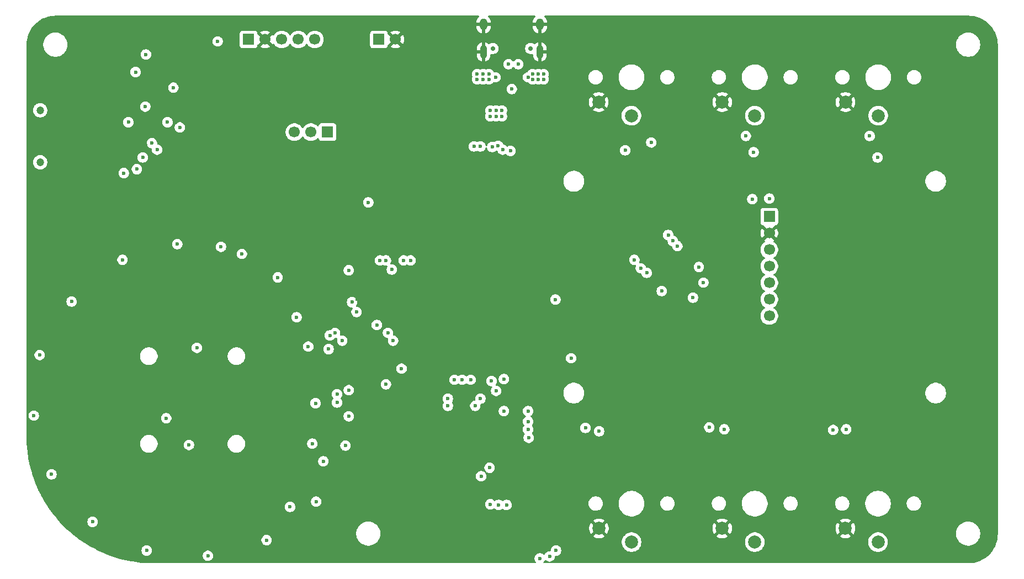
<source format=gbr>
%TF.GenerationSoftware,KiCad,Pcbnew,9.0.7*%
%TF.CreationDate,2026-02-11T23:35:25+11:00*%
%TF.ProjectId,detentOne,64657465-6e74-44f6-9e65-2e6b69636164,rev?*%
%TF.SameCoordinates,Original*%
%TF.FileFunction,Copper,L2,Inr*%
%TF.FilePolarity,Positive*%
%FSLAX46Y46*%
G04 Gerber Fmt 4.6, Leading zero omitted, Abs format (unit mm)*
G04 Created by KiCad (PCBNEW 9.0.7) date 2026-02-11 23:35:25*
%MOMM*%
%LPD*%
G01*
G04 APERTURE LIST*
%TA.AperFunction,ComponentPad*%
%ADD10C,1.700000*%
%TD*%
%TA.AperFunction,ComponentPad*%
%ADD11R,1.700000X1.700000*%
%TD*%
%TA.AperFunction,ComponentPad*%
%ADD12C,1.200000*%
%TD*%
%TA.AperFunction,ComponentPad*%
%ADD13C,2.000000*%
%TD*%
%TA.AperFunction,ComponentPad*%
%ADD14C,0.700000*%
%TD*%
%TA.AperFunction,ComponentPad*%
%ADD15O,1.100000X2.000000*%
%TD*%
%TA.AperFunction,ComponentPad*%
%ADD16O,1.200000X1.800000*%
%TD*%
%TA.AperFunction,ViaPad*%
%ADD17C,0.600000*%
%TD*%
G04 APERTURE END LIST*
D10*
%TO.N,OLED_RST*%
%TO.C,J1*%
X198500000Y-98120000D03*
%TO.N,OLED_DC*%
X198500000Y-95580000D03*
%TO.N,OLED_CS*%
X198500000Y-93040000D03*
%TO.N,SCK*%
X198500000Y-90500000D03*
%TO.N,MOSI*%
X198500000Y-87960000D03*
%TO.N,GND*%
X198500000Y-85420000D03*
D11*
%TO.N,3V3*%
X198500000Y-82880000D03*
%TD*%
D10*
%TO.N,GND*%
%TO.C,J6*%
X141165000Y-55700000D03*
D11*
%TO.N,3V3*%
X138625000Y-55700000D03*
%TD*%
D10*
%TO.N,W*%
%TO.C,J2*%
X125660000Y-69915000D03*
%TO.N,V*%
X128200000Y-69915000D03*
D11*
%TO.N,U*%
X130740000Y-69915000D03*
%TD*%
D10*
%TO.N,MOSI*%
%TO.C,J5*%
X128800000Y-55700000D03*
%TO.N,SCK*%
X126260000Y-55700000D03*
%TO.N,MISO*%
X123720000Y-55700000D03*
%TO.N,GND*%
X121180000Y-55700000D03*
D11*
%TO.N,3V3*%
X118640000Y-55700000D03*
%TD*%
D12*
%TO.N,*%
%TO.C,Card1*%
X86662500Y-66550000D03*
X86662500Y-74550000D03*
%TD*%
D13*
%TO.N,KEY1*%
%TO.C,SW1*%
X177350000Y-67400000D03*
%TO.N,GND*%
X172350000Y-65300000D03*
%TD*%
%TO.N,KEY2*%
%TO.C,SW2*%
X177375000Y-132800000D03*
%TO.N,GND*%
X172375000Y-130700000D03*
%TD*%
%TO.N,KEY3*%
%TO.C,SW3*%
X196275000Y-67400000D03*
%TO.N,GND*%
X191275000Y-65300000D03*
%TD*%
%TO.N,KEY4*%
%TO.C,SW4*%
X215175000Y-132800000D03*
%TO.N,GND*%
X210175000Y-130700000D03*
%TD*%
%TO.N,KEY5*%
%TO.C,SW5*%
X215200000Y-67400000D03*
%TO.N,GND*%
X210200000Y-65300000D03*
%TD*%
%TO.N,KEY6*%
%TO.C,SW6*%
X196275000Y-132800000D03*
%TO.N,GND*%
X191275000Y-130700000D03*
%TD*%
D14*
%TO.N,*%
%TO.C,USB1*%
X161890000Y-57080000D03*
X156110000Y-57080000D03*
D15*
%TO.N,GND*%
X163320000Y-57610000D03*
D16*
X163320000Y-53400000D03*
D15*
X154680000Y-57610000D03*
D16*
X154680000Y-53400000D03*
%TD*%
D17*
%TO.N,GND*%
X129900000Y-91700000D03*
X130800000Y-91700000D03*
X130800000Y-92600000D03*
X135275735Y-95524265D03*
X159200000Y-55300000D03*
X157500000Y-55300000D03*
X159200000Y-53000000D03*
X157500000Y-53000000D03*
X160900000Y-53000000D03*
X160900000Y-55300000D03*
%TO.N,USB_D-_UP*%
X160000000Y-59500000D03*
X158500000Y-59500000D03*
%TO.N,OLED_CS*%
X152700000Y-107900000D03*
X161500000Y-114300000D03*
X158200000Y-127100000D03*
%TO.N,OLED_DC*%
X154300000Y-122700000D03*
X151400000Y-107900000D03*
X161500000Y-115500000D03*
X155600000Y-121400000D03*
X157000000Y-127100000D03*
%TO.N,OLED_RST*%
X150200000Y-107900000D03*
X155700000Y-127000000D03*
X161600000Y-116800000D03*
%TO.N,A_OUT*%
X140000000Y-100700000D03*
X131900000Y-100700000D03*
%TO.N,B_OUT*%
X140800000Y-101900000D03*
X133000000Y-101900000D03*
%TO.N,ENCODER_CS*%
X149200000Y-111900000D03*
X106000000Y-113800000D03*
X153400000Y-111900000D03*
X157800000Y-107800000D03*
%TO.N,KEY4*%
X179700000Y-91500000D03*
X208300000Y-115600000D03*
%TO.N,KEY5*%
X184400000Y-87400000D03*
X215100000Y-73800000D03*
%TO.N,KEY6*%
X189300000Y-115200000D03*
X178800000Y-90800000D03*
%TO.N,KEY3*%
X196100000Y-73000000D03*
X183700000Y-86600000D03*
%TO.N,KEY2*%
X177800000Y-89500000D03*
X170300000Y-115300000D03*
%TO.N,KEY1*%
X183000000Y-85700000D03*
X180400000Y-71500000D03*
%TO.N,BOOT*%
X101300000Y-60700000D03*
X168100000Y-104600000D03*
%TO.N,Net-(LED7-DOUT)*%
X128400000Y-117700000D03*
X125000000Y-127400000D03*
%TO.N,Net-(LED6-DOUT)*%
X128900000Y-111500000D03*
X130100000Y-120400000D03*
%TO.N,Net-(LED5-DOUT)*%
X134000000Y-113500000D03*
X132200000Y-110100000D03*
X127788791Y-102811209D03*
X132200000Y-111400000D03*
%TO.N,Net-(LED4-DOUT)*%
X130900000Y-103200000D03*
X126000000Y-98300000D03*
%TO.N,NEOPIXEL_DIN*%
X138300000Y-99500000D03*
X114400000Y-87500000D03*
%TO.N,SCK*%
X157800000Y-112700000D03*
X156600000Y-109600000D03*
X161500000Y-112700000D03*
X106200000Y-68400000D03*
X100200000Y-68400000D03*
%TO.N,MOSI*%
X104600000Y-72600000D03*
X108100000Y-69200000D03*
%TO.N,MISO*%
X139700000Y-108600000D03*
X142100000Y-106200000D03*
%TO.N,SD_CS*%
X154200000Y-110800000D03*
X165700000Y-95600000D03*
X149200000Y-110800000D03*
X101500000Y-75600000D03*
%TO.N,EN*%
X107100000Y-63100000D03*
X137000000Y-80700000D03*
%TO.N,3V3*%
X140600000Y-91000000D03*
X117600000Y-88600000D03*
X129000000Y-126600000D03*
X107700000Y-87100000D03*
X154200000Y-72100000D03*
X213900000Y-70500000D03*
X164800000Y-135000000D03*
X158800000Y-72800000D03*
X134000000Y-109500000D03*
X102900000Y-58000000D03*
X153200000Y-72100000D03*
X133500000Y-118000000D03*
X195900000Y-80200000D03*
X102400000Y-73800000D03*
X194900000Y-70500000D03*
X187700000Y-90600000D03*
X172400000Y-115800000D03*
X110700000Y-103000000D03*
X142400000Y-89600000D03*
X99500000Y-76200000D03*
X176400000Y-72700000D03*
X91500000Y-95900000D03*
X103800000Y-71600000D03*
X131100000Y-101100000D03*
X123100000Y-92200000D03*
X188400000Y-93000000D03*
X210300000Y-115500000D03*
X163300000Y-135300000D03*
X94700000Y-129700000D03*
X182000000Y-94300000D03*
X121400000Y-132500000D03*
X86600000Y-104100000D03*
X102800000Y-66000000D03*
X191600000Y-115500000D03*
X156900000Y-72000000D03*
X112400000Y-134900000D03*
X113900000Y-56000000D03*
X143500000Y-89600000D03*
X139700000Y-89600000D03*
X156000000Y-72200000D03*
X103000000Y-134100000D03*
X157600000Y-72600000D03*
X138800000Y-89600000D03*
X109500000Y-117900000D03*
X165800000Y-134100000D03*
X186800000Y-95300000D03*
X88400000Y-122400000D03*
X198500000Y-80100000D03*
X85700000Y-113400000D03*
X99300000Y-89500000D03*
%TO.N,GND*%
X224500000Y-104400000D03*
X189200000Y-85600000D03*
X206500000Y-111400000D03*
X154900000Y-90500000D03*
X179800000Y-78600000D03*
X127000000Y-114600000D03*
X158800000Y-101500000D03*
X135600000Y-106100000D03*
X210000000Y-107000000D03*
X148200000Y-130000000D03*
X213300000Y-106500000D03*
X228000000Y-92800000D03*
X99200000Y-99800000D03*
X218500000Y-95100000D03*
X93000000Y-99600000D03*
X97100000Y-111600000D03*
X222800000Y-102100000D03*
X165800000Y-55700000D03*
X218500000Y-92800000D03*
X226300000Y-102100000D03*
X164200000Y-121000000D03*
X222800000Y-85700000D03*
X224500000Y-83400000D03*
X109400000Y-60300000D03*
X204800000Y-111400000D03*
X99400000Y-109900000D03*
X212500000Y-75600000D03*
X222800000Y-90100000D03*
X173200000Y-95700000D03*
X136100000Y-116800000D03*
X168100000Y-86200000D03*
X92900000Y-68100000D03*
X133300000Y-104400000D03*
X215000000Y-90100000D03*
X170400000Y-89800000D03*
X162000000Y-77500000D03*
X216800000Y-102100000D03*
X97100000Y-109900000D03*
X124300000Y-106800000D03*
X198800000Y-107000000D03*
X224500000Y-99500000D03*
X159700000Y-77500000D03*
X195300000Y-109100000D03*
X154800000Y-116800000D03*
X189200000Y-83300000D03*
X218400000Y-108800000D03*
X229300000Y-65100000D03*
X216700000Y-90100000D03*
X224500000Y-85700000D03*
X166500000Y-122700000D03*
X222800000Y-104400000D03*
X160500000Y-74000000D03*
X120500000Y-74300000D03*
X149400000Y-79100000D03*
X166500000Y-117600000D03*
X144400000Y-121300000D03*
X111800000Y-99800000D03*
X174700000Y-76300000D03*
X170400000Y-95400000D03*
X165800000Y-54000000D03*
X204800000Y-104700000D03*
X215000000Y-95100000D03*
X139900000Y-74100000D03*
X192600000Y-85600000D03*
X165800000Y-59100000D03*
X175500000Y-94000000D03*
X218400000Y-106500000D03*
X190900000Y-83300000D03*
X226200000Y-87800000D03*
X213300000Y-85700000D03*
X218400000Y-90100000D03*
X103400000Y-99800000D03*
X112600000Y-84900000D03*
X197000000Y-111400000D03*
X227500000Y-62800000D03*
X181400000Y-101300000D03*
X149400000Y-99700000D03*
X187500000Y-83300000D03*
X136000000Y-125600000D03*
X226200000Y-97200000D03*
X120300000Y-81600000D03*
X153000000Y-73600000D03*
X147800000Y-83800000D03*
X149400000Y-80800000D03*
X173200000Y-90100000D03*
X230100000Y-122900000D03*
X226300000Y-104400000D03*
X137200000Y-93910000D03*
X175500000Y-84200000D03*
X174700000Y-78600000D03*
X155300000Y-73600000D03*
X120500000Y-72600000D03*
X228000000Y-102100000D03*
X228000000Y-85700000D03*
X209100000Y-75600000D03*
X159100000Y-95400000D03*
X215000000Y-108800000D03*
X226300000Y-85700000D03*
X222800000Y-92800000D03*
X92500000Y-60800000D03*
X170400000Y-87900000D03*
X92700000Y-53000000D03*
X148600000Y-125600000D03*
X175500000Y-87600000D03*
X173200000Y-87600000D03*
X152600000Y-88800000D03*
X100100000Y-81400000D03*
X95900000Y-81400000D03*
X95000000Y-54700000D03*
X175500000Y-90100000D03*
X164200000Y-122700000D03*
X140300000Y-116800000D03*
X227900000Y-97200000D03*
X136800000Y-94300000D03*
X120200000Y-122000000D03*
X195300000Y-107000000D03*
X91600000Y-84900000D03*
X227500000Y-69500000D03*
X136000000Y-121300000D03*
X189200000Y-78900000D03*
X149400000Y-101400000D03*
X141800000Y-68600000D03*
X224500000Y-92800000D03*
X216800000Y-85700000D03*
X200500000Y-104700000D03*
X170400000Y-93700000D03*
X197000000Y-104700000D03*
X200500000Y-107000000D03*
X104300000Y-81400000D03*
X157100000Y-116800000D03*
X206500000Y-109100000D03*
X164200000Y-126300000D03*
X153300000Y-100400000D03*
X226300000Y-92800000D03*
X120300000Y-83300000D03*
X216800000Y-95100000D03*
X209900000Y-109100000D03*
X226200000Y-90100000D03*
X153000000Y-75300000D03*
X154900000Y-88800000D03*
X228000000Y-83400000D03*
X168100000Y-59100000D03*
X229200000Y-67200000D03*
X166500000Y-124600000D03*
X131700000Y-92600000D03*
X92900000Y-74600000D03*
X166500000Y-126300000D03*
X216700000Y-99500000D03*
X198700000Y-109100000D03*
X209100000Y-77900000D03*
X207400000Y-77900000D03*
X204800000Y-109100000D03*
X95800000Y-84900000D03*
X161200000Y-98100000D03*
X162200000Y-67900000D03*
X218500000Y-102100000D03*
X103400000Y-122000000D03*
X175500000Y-85900000D03*
X208300000Y-107000000D03*
X218500000Y-83400000D03*
X176300000Y-101300000D03*
X118200000Y-72600000D03*
X228000000Y-95100000D03*
X215000000Y-92800000D03*
X213300000Y-92800000D03*
X151700000Y-101400000D03*
X164200000Y-119300000D03*
X168100000Y-55700000D03*
X231000000Y-65100000D03*
X198700000Y-111400000D03*
X230100000Y-124600000D03*
X161400000Y-93700000D03*
X137600000Y-93500000D03*
X126800000Y-106900000D03*
X170400000Y-91500000D03*
X168100000Y-93700000D03*
X122300000Y-122000000D03*
X150900000Y-135300000D03*
X176400000Y-78600000D03*
X168100000Y-91500000D03*
X218400000Y-99500000D03*
X158900000Y-91700000D03*
X175500000Y-95700000D03*
X112000000Y-75000000D03*
X225800000Y-65100000D03*
X212500000Y-77900000D03*
X147100000Y-79100000D03*
X178100000Y-78600000D03*
X158900000Y-90000000D03*
X142500000Y-135300000D03*
X216800000Y-92800000D03*
X160500000Y-75700000D03*
X224500000Y-90100000D03*
X90600000Y-66400000D03*
X112700000Y-81400000D03*
X222800000Y-95100000D03*
X135500000Y-92200000D03*
X218400000Y-87800000D03*
X224500000Y-87800000D03*
X173200000Y-91800000D03*
X230100000Y-119500000D03*
X122000000Y-106800000D03*
X138300000Y-135300000D03*
X224500000Y-97200000D03*
X107600000Y-99800000D03*
X158900000Y-82600000D03*
X168100000Y-87900000D03*
X173200000Y-84200000D03*
X206500000Y-104700000D03*
X139500000Y-70300000D03*
X190900000Y-76600000D03*
X168100000Y-89800000D03*
X162200000Y-69000000D03*
X216700000Y-97200000D03*
X206500000Y-107000000D03*
X111800000Y-122000000D03*
X118200000Y-74300000D03*
X108700000Y-106400000D03*
X116000000Y-99800000D03*
X139700000Y-93710000D03*
X178100000Y-76300000D03*
X140200000Y-125600000D03*
X99400000Y-111600000D03*
X208200000Y-109100000D03*
X226200000Y-99500000D03*
X168100000Y-57400000D03*
X157000000Y-121300000D03*
X213300000Y-95100000D03*
X208200000Y-111400000D03*
X225800000Y-69500000D03*
X215000000Y-97200000D03*
X178100000Y-82500000D03*
X215000000Y-87800000D03*
X139500000Y-68600000D03*
X100500000Y-71700000D03*
X229300000Y-62800000D03*
X107600000Y-122000000D03*
X231000000Y-62800000D03*
X170400000Y-84200000D03*
X179800000Y-76300000D03*
X208300000Y-104700000D03*
X187500000Y-76600000D03*
X230100000Y-121200000D03*
X213300000Y-108800000D03*
X228000000Y-104400000D03*
X180400000Y-90200000D03*
X99500000Y-71100000D03*
X145900000Y-130000000D03*
X125700000Y-135300000D03*
X227800000Y-119500000D03*
X90600000Y-76300000D03*
X142200000Y-103000000D03*
X161200000Y-99800000D03*
X148700000Y-116800000D03*
X92900000Y-66400000D03*
X142200000Y-74100000D03*
X218500000Y-104400000D03*
X175500000Y-82500000D03*
X200400000Y-111400000D03*
X189200000Y-76600000D03*
X158900000Y-80900000D03*
X225800000Y-62800000D03*
X159100000Y-93700000D03*
X195300000Y-111400000D03*
X226300000Y-83400000D03*
X142200000Y-104700000D03*
X162200000Y-71000000D03*
X224500000Y-95100000D03*
X161400000Y-95400000D03*
X102900000Y-71900000D03*
X142200000Y-75800000D03*
X161100000Y-101500000D03*
X92500000Y-62500000D03*
X118000000Y-81600000D03*
X90200000Y-60800000D03*
X100000000Y-84900000D03*
X215000000Y-106500000D03*
X192600000Y-83300000D03*
X90200000Y-62500000D03*
X139900000Y-103000000D03*
X230900000Y-67200000D03*
X152800000Y-125600000D03*
X213300000Y-83400000D03*
X139900000Y-75800000D03*
X161200000Y-90000000D03*
X151700000Y-99700000D03*
X168100000Y-84200000D03*
X161200000Y-91700000D03*
X122000000Y-108500000D03*
X224500000Y-102100000D03*
X153300000Y-98700000D03*
X227500000Y-65100000D03*
X170400000Y-82500000D03*
X141800000Y-91900000D03*
X161200000Y-82600000D03*
X195300000Y-104700000D03*
X170400000Y-86200000D03*
X197000000Y-109100000D03*
X166500000Y-121000000D03*
X148600000Y-121300000D03*
X161200000Y-80900000D03*
X109400000Y-81400000D03*
X215000000Y-104400000D03*
X215000000Y-102100000D03*
X133300000Y-106100000D03*
X145900000Y-131700000D03*
X213300000Y-102100000D03*
X218400000Y-97200000D03*
X192600000Y-78900000D03*
X156200000Y-69400000D03*
X187500000Y-78900000D03*
X140200000Y-121300000D03*
X92900000Y-76300000D03*
X102000000Y-71900000D03*
X213300000Y-87800000D03*
X90600000Y-68100000D03*
X216700000Y-108800000D03*
X112000000Y-76700000D03*
X225800000Y-67200000D03*
X158800000Y-103200000D03*
X92900000Y-70600000D03*
X222800000Y-99500000D03*
X209900000Y-111400000D03*
X159700000Y-79200000D03*
X139900000Y-104700000D03*
X215000000Y-83400000D03*
X215000000Y-85700000D03*
X175500000Y-91800000D03*
X187500000Y-85600000D03*
X120200000Y-99800000D03*
X227800000Y-124600000D03*
X154800000Y-118500000D03*
X173200000Y-94000000D03*
X204800000Y-107000000D03*
X173200000Y-85900000D03*
X135600000Y-104400000D03*
X152600000Y-90500000D03*
X144400000Y-125600000D03*
X227900000Y-87800000D03*
X229200000Y-69500000D03*
X213300000Y-99500000D03*
X155600000Y-100400000D03*
X136800000Y-93510000D03*
X155600000Y-98700000D03*
X90600000Y-74600000D03*
X200400000Y-109100000D03*
X227800000Y-122900000D03*
X145500000Y-82100000D03*
X230900000Y-69500000D03*
X207400000Y-75600000D03*
X87400000Y-84900000D03*
X90600000Y-72300000D03*
X226300000Y-95100000D03*
X157100000Y-118500000D03*
X213300000Y-97200000D03*
X147800000Y-82100000D03*
X176400000Y-76300000D03*
X116000000Y-122000000D03*
X146700000Y-135300000D03*
X173200000Y-82500000D03*
X227900000Y-99500000D03*
X87500000Y-81400000D03*
X164200000Y-117600000D03*
X164200000Y-124600000D03*
X210800000Y-75600000D03*
X161100000Y-103200000D03*
X190900000Y-85600000D03*
X155300000Y-75300000D03*
X158900000Y-98100000D03*
X192600000Y-76600000D03*
X197000000Y-107000000D03*
X210800000Y-77900000D03*
X91700000Y-81400000D03*
X227800000Y-121200000D03*
X158900000Y-99800000D03*
X222800000Y-97200000D03*
X166500000Y-119300000D03*
X114300000Y-76700000D03*
X210000000Y-104700000D03*
X129900000Y-135300000D03*
X145500000Y-83800000D03*
X213300000Y-104400000D03*
X162200000Y-70000000D03*
X168100000Y-54000000D03*
X162000000Y-79200000D03*
X178100000Y-84200000D03*
X213300000Y-90100000D03*
X168100000Y-95400000D03*
X108400000Y-84900000D03*
X168100000Y-82500000D03*
X144500000Y-116800000D03*
X216800000Y-83400000D03*
X218500000Y-85700000D03*
X124300000Y-108500000D03*
X104200000Y-84900000D03*
X215000000Y-99500000D03*
X190900000Y-78900000D03*
X134100000Y-135300000D03*
X90600000Y-70600000D03*
X92900000Y-72300000D03*
X216700000Y-87800000D03*
X92700000Y-54700000D03*
X95000000Y-53000000D03*
X216800000Y-104400000D03*
X198800000Y-104700000D03*
X227500000Y-67200000D03*
X222800000Y-87800000D03*
X147100000Y-80800000D03*
X148200000Y-131700000D03*
X141800000Y-70300000D03*
X137600000Y-94300000D03*
X222800000Y-83400000D03*
X227900000Y-90100000D03*
X216700000Y-106500000D03*
X99200000Y-122000000D03*
X163400000Y-63200000D03*
X165800000Y-57400000D03*
%TO.N,5V*%
X154600000Y-61000000D03*
X156600000Y-67500000D03*
X157500000Y-67500000D03*
X163100000Y-61000000D03*
X155500000Y-61800000D03*
X156500000Y-61500000D03*
X162200000Y-61000000D03*
X134000000Y-91100000D03*
X155700000Y-67500000D03*
X154600000Y-61800000D03*
X153700000Y-61000000D03*
X155700000Y-66600000D03*
X163100000Y-61800000D03*
X163900000Y-61800000D03*
X156600000Y-66600000D03*
X153700000Y-61800000D03*
X161500000Y-61500000D03*
X155500000Y-61000000D03*
X163900000Y-61000000D03*
X157500000Y-66600000D03*
X162200000Y-61800000D03*
X134500000Y-96000000D03*
X135200000Y-97500000D03*
X159000000Y-63300000D03*
%TO.N,SCK*%
X155900000Y-108100000D03*
%TD*%
%TA.AperFunction,Conductor*%
%TO.N,GND*%
G36*
X153941542Y-52070185D02*
G01*
X153987297Y-52122989D01*
X153997241Y-52192147D01*
X153968216Y-52255703D01*
X153962184Y-52262181D01*
X153840967Y-52383397D01*
X153739195Y-52523475D01*
X153660591Y-52677742D01*
X153607085Y-52842415D01*
X153580000Y-53013428D01*
X153580000Y-53150000D01*
X154380000Y-53150000D01*
X154380000Y-53650000D01*
X153580000Y-53650000D01*
X153580000Y-53786571D01*
X153607085Y-53957584D01*
X153660591Y-54122257D01*
X153739195Y-54276524D01*
X153840967Y-54416602D01*
X153963397Y-54539032D01*
X154103475Y-54640804D01*
X154257744Y-54719408D01*
X154422415Y-54772914D01*
X154422414Y-54772914D01*
X154429999Y-54774115D01*
X154430000Y-54774114D01*
X154430000Y-53866987D01*
X154439940Y-53884204D01*
X154495795Y-53940059D01*
X154564204Y-53979555D01*
X154640504Y-53999999D01*
X154719496Y-53999999D01*
X154795796Y-53979555D01*
X154864205Y-53940059D01*
X154920060Y-53884204D01*
X154930000Y-53866987D01*
X154930000Y-54774115D01*
X154937584Y-54772914D01*
X155102255Y-54719408D01*
X155256524Y-54640804D01*
X155396602Y-54539032D01*
X155519032Y-54416602D01*
X155620804Y-54276524D01*
X155699408Y-54122257D01*
X155752914Y-53957584D01*
X155780000Y-53786571D01*
X155780000Y-53650000D01*
X154980000Y-53650000D01*
X154980000Y-53150000D01*
X155780000Y-53150000D01*
X155780000Y-53013428D01*
X155752914Y-52842415D01*
X155699408Y-52677742D01*
X155620804Y-52523475D01*
X155519032Y-52383397D01*
X155397816Y-52262181D01*
X155364331Y-52200858D01*
X155369315Y-52131166D01*
X155411187Y-52075233D01*
X155476651Y-52050816D01*
X155485497Y-52050500D01*
X162514503Y-52050500D01*
X162581542Y-52070185D01*
X162627297Y-52122989D01*
X162637241Y-52192147D01*
X162608216Y-52255703D01*
X162602184Y-52262181D01*
X162480967Y-52383397D01*
X162379195Y-52523475D01*
X162300591Y-52677742D01*
X162247085Y-52842415D01*
X162220000Y-53013428D01*
X162220000Y-53150000D01*
X163020000Y-53150000D01*
X163020000Y-53650000D01*
X162220000Y-53650000D01*
X162220000Y-53786571D01*
X162247085Y-53957584D01*
X162300591Y-54122257D01*
X162379195Y-54276524D01*
X162480967Y-54416602D01*
X162603397Y-54539032D01*
X162743475Y-54640804D01*
X162897744Y-54719408D01*
X163062415Y-54772914D01*
X163062414Y-54772914D01*
X163069999Y-54774115D01*
X163070000Y-54774114D01*
X163070000Y-53866987D01*
X163079940Y-53884204D01*
X163135795Y-53940059D01*
X163204204Y-53979555D01*
X163280504Y-53999999D01*
X163359496Y-53999999D01*
X163435796Y-53979555D01*
X163504205Y-53940059D01*
X163560060Y-53884204D01*
X163570000Y-53866987D01*
X163570000Y-54774115D01*
X163577584Y-54772914D01*
X163742255Y-54719408D01*
X163896524Y-54640804D01*
X164036602Y-54539032D01*
X164159032Y-54416602D01*
X164260804Y-54276524D01*
X164339408Y-54122257D01*
X164392914Y-53957584D01*
X164420000Y-53786571D01*
X164420000Y-53650000D01*
X163620000Y-53650000D01*
X163620000Y-53150000D01*
X164420000Y-53150000D01*
X164420000Y-53013428D01*
X164392914Y-52842415D01*
X164339408Y-52677742D01*
X164260804Y-52523475D01*
X164159032Y-52383397D01*
X164037816Y-52262181D01*
X164004331Y-52200858D01*
X164009315Y-52131166D01*
X164051187Y-52075233D01*
X164116651Y-52050816D01*
X164125497Y-52050500D01*
X228984108Y-52050500D01*
X229047294Y-52050500D01*
X229052702Y-52050617D01*
X229436771Y-52067386D01*
X229447506Y-52068326D01*
X229825971Y-52118152D01*
X229836597Y-52120025D01*
X230209284Y-52202648D01*
X230219710Y-52205442D01*
X230583765Y-52320227D01*
X230593911Y-52323920D01*
X230946578Y-52470000D01*
X230956369Y-52474566D01*
X231050323Y-52523475D01*
X231294942Y-52650816D01*
X231304309Y-52656223D01*
X231624082Y-52859941D01*
X231626244Y-52861318D01*
X231635105Y-52867523D01*
X231937930Y-53099889D01*
X231946217Y-53106843D01*
X232227635Y-53364715D01*
X232235284Y-53372364D01*
X232493156Y-53653782D01*
X232500110Y-53662069D01*
X232732476Y-53964894D01*
X232738681Y-53973755D01*
X232943775Y-54295689D01*
X232949183Y-54305057D01*
X233125430Y-54643623D01*
X233130002Y-54653427D01*
X233276075Y-55006078D01*
X233279775Y-55016244D01*
X233394554Y-55380278D01*
X233397354Y-55390727D01*
X233479971Y-55763389D01*
X233481849Y-55774042D01*
X233531671Y-56152473D01*
X233532614Y-56163249D01*
X233549382Y-56547297D01*
X233549500Y-56552706D01*
X233549500Y-131547293D01*
X233549382Y-131552702D01*
X233532614Y-131936750D01*
X233531671Y-131947526D01*
X233481849Y-132325957D01*
X233479971Y-132336610D01*
X233397354Y-132709272D01*
X233394554Y-132719721D01*
X233279775Y-133083755D01*
X233276075Y-133093921D01*
X233130002Y-133446572D01*
X233125430Y-133456376D01*
X232949183Y-133794942D01*
X232943775Y-133804310D01*
X232738681Y-134126244D01*
X232732476Y-134135105D01*
X232500110Y-134437930D01*
X232493156Y-134446217D01*
X232235284Y-134727635D01*
X232227635Y-134735284D01*
X231946217Y-134993156D01*
X231937930Y-135000110D01*
X231635105Y-135232476D01*
X231626244Y-135238681D01*
X231304310Y-135443775D01*
X231294942Y-135449183D01*
X230956376Y-135625430D01*
X230946572Y-135630002D01*
X230593921Y-135776075D01*
X230583755Y-135779775D01*
X230219721Y-135894554D01*
X230209272Y-135897354D01*
X229836610Y-135979971D01*
X229825957Y-135981849D01*
X229447526Y-136031671D01*
X229436750Y-136032614D01*
X229052703Y-136049382D01*
X229047294Y-136049500D01*
X163981941Y-136049500D01*
X163914902Y-136029815D01*
X163869147Y-135977011D01*
X163859203Y-135907853D01*
X163888228Y-135844297D01*
X163894260Y-135837819D01*
X163921786Y-135810292D01*
X163921789Y-135810289D01*
X164009394Y-135679179D01*
X164037288Y-135611834D01*
X164081126Y-135557434D01*
X164147420Y-135535368D01*
X164215120Y-135552646D01*
X164239529Y-135571608D01*
X164289707Y-135621786D01*
X164289711Y-135621789D01*
X164420814Y-135709390D01*
X164420827Y-135709397D01*
X164566498Y-135769735D01*
X164566503Y-135769737D01*
X164721153Y-135800499D01*
X164721156Y-135800500D01*
X164721158Y-135800500D01*
X164878844Y-135800500D01*
X164878845Y-135800499D01*
X165033497Y-135769737D01*
X165179179Y-135709394D01*
X165310289Y-135621789D01*
X165421789Y-135510289D01*
X165509394Y-135379179D01*
X165569737Y-135233497D01*
X165600500Y-135078842D01*
X165600500Y-135024500D01*
X165620185Y-134957461D01*
X165672989Y-134911706D01*
X165724500Y-134900500D01*
X165878844Y-134900500D01*
X165878845Y-134900499D01*
X166033497Y-134869737D01*
X166179179Y-134809394D01*
X166310289Y-134721789D01*
X166421789Y-134610289D01*
X166509394Y-134479179D01*
X166569737Y-134333497D01*
X166600500Y-134178842D01*
X166600500Y-134021158D01*
X166600500Y-134021155D01*
X166600499Y-134021153D01*
X166569738Y-133866510D01*
X166569737Y-133866503D01*
X166561852Y-133847466D01*
X166509397Y-133720827D01*
X166509390Y-133720814D01*
X166421789Y-133589711D01*
X166421786Y-133589707D01*
X166310292Y-133478213D01*
X166310288Y-133478210D01*
X166179185Y-133390609D01*
X166179172Y-133390602D01*
X166033501Y-133330264D01*
X166033489Y-133330261D01*
X165878845Y-133299500D01*
X165878842Y-133299500D01*
X165721158Y-133299500D01*
X165721155Y-133299500D01*
X165566510Y-133330261D01*
X165566498Y-133330264D01*
X165420827Y-133390602D01*
X165420814Y-133390609D01*
X165289711Y-133478210D01*
X165289707Y-133478213D01*
X165178213Y-133589707D01*
X165178210Y-133589711D01*
X165090609Y-133720814D01*
X165090602Y-133720827D01*
X165030264Y-133866498D01*
X165030261Y-133866510D01*
X164999500Y-134021153D01*
X164999500Y-134075500D01*
X164979815Y-134142539D01*
X164927011Y-134188294D01*
X164875500Y-134199500D01*
X164721155Y-134199500D01*
X164566510Y-134230261D01*
X164566498Y-134230264D01*
X164420827Y-134290602D01*
X164420814Y-134290609D01*
X164289711Y-134378210D01*
X164289707Y-134378213D01*
X164178213Y-134489707D01*
X164178210Y-134489711D01*
X164090609Y-134620814D01*
X164090604Y-134620823D01*
X164062712Y-134688163D01*
X164018871Y-134742566D01*
X163952577Y-134764631D01*
X163884878Y-134747352D01*
X163860470Y-134728391D01*
X163810292Y-134678213D01*
X163810288Y-134678210D01*
X163679185Y-134590609D01*
X163679172Y-134590602D01*
X163533501Y-134530264D01*
X163533489Y-134530261D01*
X163378845Y-134499500D01*
X163378842Y-134499500D01*
X163221158Y-134499500D01*
X163221155Y-134499500D01*
X163066510Y-134530261D01*
X163066498Y-134530264D01*
X162920827Y-134590602D01*
X162920814Y-134590609D01*
X162789711Y-134678210D01*
X162789707Y-134678213D01*
X162678213Y-134789707D01*
X162678210Y-134789711D01*
X162590609Y-134920814D01*
X162590602Y-134920827D01*
X162530264Y-135066498D01*
X162530261Y-135066510D01*
X162499500Y-135221153D01*
X162499500Y-135378846D01*
X162530261Y-135533489D01*
X162530264Y-135533501D01*
X162590602Y-135679172D01*
X162590609Y-135679185D01*
X162678210Y-135810288D01*
X162678213Y-135810292D01*
X162705740Y-135837819D01*
X162739225Y-135899142D01*
X162734241Y-135968834D01*
X162692369Y-136024767D01*
X162626905Y-136049184D01*
X162618059Y-136049500D01*
X104051330Y-136049500D01*
X104048625Y-136049470D01*
X103202171Y-136031000D01*
X103196766Y-136030765D01*
X102353197Y-135975475D01*
X102347807Y-135975003D01*
X101507495Y-135882973D01*
X101502132Y-135882267D01*
X100666609Y-135753668D01*
X100661281Y-135752728D01*
X99832189Y-135587811D01*
X99826907Y-135586640D01*
X99005792Y-135385715D01*
X99000566Y-135384315D01*
X98188983Y-135147760D01*
X98183823Y-135146133D01*
X97383340Y-134874405D01*
X97378257Y-134872555D01*
X96590398Y-134566174D01*
X96585399Y-134564104D01*
X95811618Y-134223632D01*
X95806715Y-134221345D01*
X95613938Y-134126278D01*
X95400766Y-134021153D01*
X102199500Y-134021153D01*
X102199500Y-134178846D01*
X102230261Y-134333489D01*
X102230264Y-134333501D01*
X102290602Y-134479172D01*
X102290609Y-134479185D01*
X102378210Y-134610288D01*
X102378213Y-134610292D01*
X102489707Y-134721786D01*
X102489711Y-134721789D01*
X102620814Y-134809390D01*
X102620827Y-134809397D01*
X102766498Y-134869735D01*
X102766503Y-134869737D01*
X102921153Y-134900499D01*
X102921156Y-134900500D01*
X102921158Y-134900500D01*
X103078844Y-134900500D01*
X103078845Y-134900499D01*
X103233497Y-134869737D01*
X103350790Y-134821153D01*
X111599500Y-134821153D01*
X111599500Y-134978846D01*
X111630261Y-135133489D01*
X111630264Y-135133501D01*
X111690602Y-135279172D01*
X111690609Y-135279185D01*
X111778210Y-135410288D01*
X111778213Y-135410292D01*
X111889707Y-135521786D01*
X111889711Y-135521789D01*
X112020814Y-135609390D01*
X112020827Y-135609397D01*
X112070573Y-135630002D01*
X112166503Y-135669737D01*
X112321153Y-135700499D01*
X112321156Y-135700500D01*
X112321158Y-135700500D01*
X112478844Y-135700500D01*
X112478845Y-135700499D01*
X112633497Y-135669737D01*
X112779179Y-135609394D01*
X112910289Y-135521789D01*
X113021789Y-135410289D01*
X113109394Y-135279179D01*
X113169737Y-135133497D01*
X113200500Y-134978842D01*
X113200500Y-134821158D01*
X113200500Y-134821155D01*
X113200499Y-134821153D01*
X113180734Y-134721788D01*
X113169737Y-134666503D01*
X113127772Y-134565189D01*
X113109397Y-134520827D01*
X113109390Y-134520814D01*
X113021789Y-134389711D01*
X113021786Y-134389707D01*
X112910292Y-134278213D01*
X112910288Y-134278210D01*
X112779185Y-134190609D01*
X112779172Y-134190602D01*
X112633501Y-134130264D01*
X112633489Y-134130261D01*
X112478845Y-134099500D01*
X112478842Y-134099500D01*
X112321158Y-134099500D01*
X112321155Y-134099500D01*
X112166510Y-134130261D01*
X112166498Y-134130264D01*
X112020827Y-134190602D01*
X112020814Y-134190609D01*
X111889711Y-134278210D01*
X111889707Y-134278213D01*
X111778213Y-134389707D01*
X111778210Y-134389711D01*
X111690609Y-134520814D01*
X111690602Y-134520827D01*
X111630264Y-134666498D01*
X111630261Y-134666510D01*
X111599500Y-134821153D01*
X103350790Y-134821153D01*
X103379179Y-134809394D01*
X103510289Y-134721789D01*
X103621789Y-134610289D01*
X103709394Y-134479179D01*
X103769737Y-134333497D01*
X103800500Y-134178842D01*
X103800500Y-134021158D01*
X103800500Y-134021155D01*
X103800499Y-134021153D01*
X103769738Y-133866510D01*
X103769737Y-133866503D01*
X103761852Y-133847466D01*
X103709397Y-133720827D01*
X103709390Y-133720814D01*
X103621789Y-133589711D01*
X103621786Y-133589707D01*
X103510292Y-133478213D01*
X103510288Y-133478210D01*
X103379185Y-133390609D01*
X103379172Y-133390602D01*
X103233501Y-133330264D01*
X103233489Y-133330261D01*
X103078845Y-133299500D01*
X103078842Y-133299500D01*
X102921158Y-133299500D01*
X102921155Y-133299500D01*
X102766510Y-133330261D01*
X102766498Y-133330264D01*
X102620827Y-133390602D01*
X102620814Y-133390609D01*
X102489711Y-133478210D01*
X102489707Y-133478213D01*
X102378213Y-133589707D01*
X102378210Y-133589711D01*
X102290609Y-133720814D01*
X102290602Y-133720827D01*
X102230264Y-133866498D01*
X102230261Y-133866510D01*
X102199500Y-134021153D01*
X95400766Y-134021153D01*
X95048563Y-133847466D01*
X95043764Y-133844968D01*
X94302620Y-133438362D01*
X94297935Y-133435657D01*
X93575238Y-132997114D01*
X93570675Y-132994207D01*
X93164390Y-132722736D01*
X92867780Y-132524547D01*
X92863400Y-132521481D01*
X92726570Y-132421153D01*
X120599500Y-132421153D01*
X120599500Y-132578846D01*
X120630261Y-132733489D01*
X120630264Y-132733501D01*
X120690602Y-132879172D01*
X120690609Y-132879185D01*
X120778210Y-133010288D01*
X120778213Y-133010292D01*
X120889707Y-133121786D01*
X120889711Y-133121789D01*
X121020814Y-133209390D01*
X121020827Y-133209397D01*
X121133464Y-133256052D01*
X121166503Y-133269737D01*
X121274123Y-133291144D01*
X121321153Y-133300499D01*
X121321156Y-133300500D01*
X121321158Y-133300500D01*
X121478844Y-133300500D01*
X121478845Y-133300499D01*
X121633497Y-133269737D01*
X121779179Y-133209394D01*
X121910289Y-133121789D01*
X122021789Y-133010289D01*
X122109394Y-132879179D01*
X122169737Y-132733497D01*
X122200500Y-132578842D01*
X122200500Y-132421158D01*
X122200500Y-132421155D01*
X122200499Y-132421153D01*
X122169738Y-132266510D01*
X122169737Y-132266503D01*
X122126892Y-132163065D01*
X122109397Y-132120827D01*
X122109390Y-132120814D01*
X122021789Y-131989711D01*
X122021786Y-131989707D01*
X121910292Y-131878213D01*
X121910288Y-131878210D01*
X121779185Y-131790609D01*
X121779172Y-131790602D01*
X121633501Y-131730264D01*
X121633489Y-131730261D01*
X121478845Y-131699500D01*
X121478842Y-131699500D01*
X121321158Y-131699500D01*
X121321155Y-131699500D01*
X121166510Y-131730261D01*
X121166498Y-131730264D01*
X121020827Y-131790602D01*
X121020814Y-131790609D01*
X120889711Y-131878210D01*
X120889707Y-131878213D01*
X120778213Y-131989707D01*
X120778210Y-131989711D01*
X120690609Y-132120814D01*
X120690602Y-132120827D01*
X120630264Y-132266498D01*
X120630261Y-132266510D01*
X120599500Y-132421153D01*
X92726570Y-132421153D01*
X92181638Y-132021592D01*
X92177352Y-132018303D01*
X91518074Y-131489178D01*
X91513930Y-131485701D01*
X91493611Y-131467882D01*
X91493610Y-131467881D01*
X91391931Y-131378711D01*
X135149500Y-131378711D01*
X135149500Y-131621288D01*
X135181161Y-131861785D01*
X135243947Y-132096104D01*
X135314527Y-132266498D01*
X135336776Y-132320212D01*
X135458064Y-132530289D01*
X135458066Y-132530292D01*
X135458067Y-132530293D01*
X135605733Y-132722736D01*
X135605739Y-132722743D01*
X135777256Y-132894260D01*
X135777263Y-132894266D01*
X135890321Y-132981018D01*
X135969711Y-133041936D01*
X136179788Y-133163224D01*
X136403900Y-133256054D01*
X136638211Y-133318838D01*
X136818586Y-133342584D01*
X136878711Y-133350500D01*
X136878712Y-133350500D01*
X137121289Y-133350500D01*
X137169388Y-133344167D01*
X137361789Y-133318838D01*
X137596100Y-133256054D01*
X137820212Y-133163224D01*
X138030289Y-133041936D01*
X138222738Y-132894265D01*
X138394265Y-132722738D01*
X138425599Y-132681902D01*
X175874500Y-132681902D01*
X175874500Y-132918097D01*
X175911446Y-133151368D01*
X175984433Y-133375996D01*
X176036515Y-133478211D01*
X176091657Y-133586433D01*
X176230483Y-133777510D01*
X176397490Y-133944517D01*
X176588567Y-134083343D01*
X176672765Y-134126244D01*
X176799003Y-134190566D01*
X176799005Y-134190566D01*
X176799008Y-134190568D01*
X176893730Y-134221345D01*
X177023631Y-134263553D01*
X177256903Y-134300500D01*
X177256908Y-134300500D01*
X177493097Y-134300500D01*
X177726368Y-134263553D01*
X177814349Y-134234966D01*
X177950992Y-134190568D01*
X178161433Y-134083343D01*
X178352510Y-133944517D01*
X178519517Y-133777510D01*
X178658343Y-133586433D01*
X178765568Y-133375992D01*
X178838553Y-133151368D01*
X178849262Y-133083755D01*
X178875500Y-132918097D01*
X178875500Y-132681902D01*
X194774500Y-132681902D01*
X194774500Y-132918097D01*
X194811446Y-133151368D01*
X194884433Y-133375996D01*
X194936515Y-133478211D01*
X194991657Y-133586433D01*
X195130483Y-133777510D01*
X195297490Y-133944517D01*
X195488567Y-134083343D01*
X195572765Y-134126244D01*
X195699003Y-134190566D01*
X195699005Y-134190566D01*
X195699008Y-134190568D01*
X195793730Y-134221345D01*
X195923631Y-134263553D01*
X196156903Y-134300500D01*
X196156908Y-134300500D01*
X196393097Y-134300500D01*
X196626368Y-134263553D01*
X196714349Y-134234966D01*
X196850992Y-134190568D01*
X197061433Y-134083343D01*
X197252510Y-133944517D01*
X197419517Y-133777510D01*
X197558343Y-133586433D01*
X197665568Y-133375992D01*
X197738553Y-133151368D01*
X197749262Y-133083755D01*
X197775500Y-132918097D01*
X197775500Y-132681902D01*
X213674500Y-132681902D01*
X213674500Y-132918097D01*
X213711446Y-133151368D01*
X213784433Y-133375996D01*
X213836515Y-133478211D01*
X213891657Y-133586433D01*
X214030483Y-133777510D01*
X214197490Y-133944517D01*
X214388567Y-134083343D01*
X214472765Y-134126244D01*
X214599003Y-134190566D01*
X214599005Y-134190566D01*
X214599008Y-134190568D01*
X214693730Y-134221345D01*
X214823631Y-134263553D01*
X215056903Y-134300500D01*
X215056908Y-134300500D01*
X215293097Y-134300500D01*
X215526368Y-134263553D01*
X215614349Y-134234966D01*
X215750992Y-134190568D01*
X215961433Y-134083343D01*
X216152510Y-133944517D01*
X216319517Y-133777510D01*
X216458343Y-133586433D01*
X216565568Y-133375992D01*
X216638553Y-133151368D01*
X216649262Y-133083755D01*
X216675500Y-132918097D01*
X216675500Y-132681902D01*
X216638553Y-132448631D01*
X216579378Y-132266510D01*
X216565568Y-132224008D01*
X216565566Y-132224005D01*
X216565566Y-132224003D01*
X216500396Y-132096100D01*
X216458343Y-132013567D01*
X216319517Y-131822490D01*
X216152510Y-131655483D01*
X215961433Y-131516657D01*
X215865705Y-131467881D01*
X215750996Y-131409433D01*
X215656445Y-131378711D01*
X227149500Y-131378711D01*
X227149500Y-131621288D01*
X227181161Y-131861785D01*
X227243947Y-132096104D01*
X227314527Y-132266498D01*
X227336776Y-132320212D01*
X227458064Y-132530289D01*
X227458066Y-132530292D01*
X227458067Y-132530293D01*
X227605733Y-132722736D01*
X227605739Y-132722743D01*
X227777256Y-132894260D01*
X227777263Y-132894266D01*
X227890321Y-132981018D01*
X227969711Y-133041936D01*
X228179788Y-133163224D01*
X228403900Y-133256054D01*
X228638211Y-133318838D01*
X228818586Y-133342584D01*
X228878711Y-133350500D01*
X228878712Y-133350500D01*
X229121289Y-133350500D01*
X229169388Y-133344167D01*
X229361789Y-133318838D01*
X229596100Y-133256054D01*
X229820212Y-133163224D01*
X230030289Y-133041936D01*
X230222738Y-132894265D01*
X230394265Y-132722738D01*
X230541936Y-132530289D01*
X230663224Y-132320212D01*
X230756054Y-132096100D01*
X230818838Y-131861789D01*
X230850500Y-131621288D01*
X230850500Y-131378712D01*
X230818838Y-131138211D01*
X230756054Y-130903900D01*
X230663224Y-130679788D01*
X230541936Y-130469711D01*
X230447352Y-130346446D01*
X230394266Y-130277263D01*
X230394260Y-130277256D01*
X230222743Y-130105739D01*
X230222736Y-130105733D01*
X230030293Y-129958067D01*
X230030292Y-129958066D01*
X230030289Y-129958064D01*
X229820212Y-129836776D01*
X229806009Y-129830893D01*
X229596104Y-129743947D01*
X229478944Y-129712554D01*
X229361789Y-129681162D01*
X229361788Y-129681161D01*
X229361785Y-129681161D01*
X229121289Y-129649500D01*
X229121288Y-129649500D01*
X228878712Y-129649500D01*
X228878711Y-129649500D01*
X228638214Y-129681161D01*
X228403895Y-129743947D01*
X228179794Y-129836773D01*
X228179785Y-129836777D01*
X227969706Y-129958067D01*
X227777263Y-130105733D01*
X227777256Y-130105739D01*
X227605739Y-130277256D01*
X227605733Y-130277263D01*
X227458067Y-130469706D01*
X227458064Y-130469710D01*
X227458064Y-130469711D01*
X227441817Y-130497851D01*
X227336777Y-130679785D01*
X227336773Y-130679794D01*
X227243947Y-130903895D01*
X227181161Y-131138214D01*
X227149500Y-131378711D01*
X215656445Y-131378711D01*
X215526368Y-131336446D01*
X215293097Y-131299500D01*
X215293092Y-131299500D01*
X215056908Y-131299500D01*
X215056903Y-131299500D01*
X214823631Y-131336446D01*
X214599003Y-131409433D01*
X214388566Y-131516657D01*
X214279550Y-131595862D01*
X214197490Y-131655483D01*
X214197488Y-131655485D01*
X214197487Y-131655485D01*
X214030485Y-131822487D01*
X214030485Y-131822488D01*
X214030483Y-131822490D01*
X214001933Y-131861786D01*
X213891657Y-132013566D01*
X213784433Y-132224003D01*
X213711446Y-132448631D01*
X213674500Y-132681902D01*
X197775500Y-132681902D01*
X197738553Y-132448631D01*
X197679378Y-132266510D01*
X197665568Y-132224008D01*
X197665566Y-132224005D01*
X197665566Y-132224003D01*
X197600396Y-132096100D01*
X197558343Y-132013567D01*
X197419517Y-131822490D01*
X197252510Y-131655483D01*
X197061433Y-131516657D01*
X196850996Y-131409433D01*
X196626368Y-131336446D01*
X196393097Y-131299500D01*
X196393092Y-131299500D01*
X196156908Y-131299500D01*
X196156903Y-131299500D01*
X195923631Y-131336446D01*
X195699003Y-131409433D01*
X195488566Y-131516657D01*
X195379550Y-131595862D01*
X195297490Y-131655483D01*
X195297488Y-131655485D01*
X195297487Y-131655485D01*
X195130485Y-131822487D01*
X195130485Y-131822488D01*
X195130483Y-131822490D01*
X195101933Y-131861786D01*
X194991657Y-132013566D01*
X194884433Y-132224003D01*
X194811446Y-132448631D01*
X194774500Y-132681902D01*
X178875500Y-132681902D01*
X178838553Y-132448631D01*
X178779378Y-132266510D01*
X178765568Y-132224008D01*
X178765566Y-132224005D01*
X178765566Y-132224003D01*
X178700396Y-132096100D01*
X178658343Y-132013567D01*
X178519517Y-131822490D01*
X178352510Y-131655483D01*
X178161433Y-131516657D01*
X177950996Y-131409433D01*
X177726368Y-131336446D01*
X177493097Y-131299500D01*
X177493092Y-131299500D01*
X177256908Y-131299500D01*
X177256903Y-131299500D01*
X177023631Y-131336446D01*
X176799003Y-131409433D01*
X176588566Y-131516657D01*
X176479550Y-131595862D01*
X176397490Y-131655483D01*
X176397488Y-131655485D01*
X176397487Y-131655485D01*
X176230485Y-131822487D01*
X176230485Y-131822488D01*
X176230483Y-131822490D01*
X176201933Y-131861786D01*
X176091657Y-132013566D01*
X175984433Y-132224003D01*
X175911446Y-132448631D01*
X175874500Y-132681902D01*
X138425599Y-132681902D01*
X138541936Y-132530289D01*
X138663224Y-132320212D01*
X138756054Y-132096100D01*
X138818838Y-131861789D01*
X138850500Y-131621288D01*
X138850500Y-131378712D01*
X138818838Y-131138211D01*
X138756054Y-130903900D01*
X138663224Y-130679788D01*
X138606735Y-130581947D01*
X170875000Y-130581947D01*
X170875000Y-130818052D01*
X170911934Y-131051247D01*
X170984897Y-131275802D01*
X171092087Y-131486174D01*
X171152338Y-131569104D01*
X171152340Y-131569105D01*
X171785438Y-130936007D01*
X171812271Y-131000785D01*
X171881764Y-131104789D01*
X171970211Y-131193236D01*
X172074215Y-131262729D01*
X172138992Y-131289560D01*
X171505893Y-131922658D01*
X171588828Y-131982914D01*
X171799197Y-132090102D01*
X172023752Y-132163065D01*
X172023751Y-132163065D01*
X172256948Y-132200000D01*
X172493052Y-132200000D01*
X172726247Y-132163065D01*
X172950802Y-132090102D01*
X173161163Y-131982918D01*
X173161169Y-131982914D01*
X173244104Y-131922658D01*
X173244105Y-131922658D01*
X172611007Y-131289561D01*
X172675785Y-131262729D01*
X172779789Y-131193236D01*
X172868236Y-131104789D01*
X172937729Y-131000785D01*
X172964560Y-130936007D01*
X173597658Y-131569105D01*
X173597658Y-131569104D01*
X173657914Y-131486169D01*
X173657918Y-131486163D01*
X173765102Y-131275802D01*
X173838065Y-131051247D01*
X173875000Y-130818052D01*
X173875000Y-130581947D01*
X189775000Y-130581947D01*
X189775000Y-130818052D01*
X189811934Y-131051247D01*
X189884897Y-131275802D01*
X189992087Y-131486174D01*
X190052338Y-131569104D01*
X190052340Y-131569105D01*
X190685438Y-130936007D01*
X190712271Y-131000785D01*
X190781764Y-131104789D01*
X190870211Y-131193236D01*
X190974215Y-131262729D01*
X191038992Y-131289560D01*
X190405893Y-131922658D01*
X190488828Y-131982914D01*
X190699197Y-132090102D01*
X190923752Y-132163065D01*
X190923751Y-132163065D01*
X191156948Y-132200000D01*
X191393052Y-132200000D01*
X191626247Y-132163065D01*
X191850802Y-132090102D01*
X192061163Y-131982918D01*
X192061169Y-131982914D01*
X192144104Y-131922658D01*
X192144105Y-131922658D01*
X191511007Y-131289561D01*
X191575785Y-131262729D01*
X191679789Y-131193236D01*
X191768236Y-131104789D01*
X191837729Y-131000785D01*
X191864560Y-130936007D01*
X192497658Y-131569105D01*
X192497658Y-131569104D01*
X192557914Y-131486169D01*
X192557918Y-131486163D01*
X192665102Y-131275802D01*
X192738065Y-131051247D01*
X192775000Y-130818052D01*
X192775000Y-130581947D01*
X208675000Y-130581947D01*
X208675000Y-130818052D01*
X208711934Y-131051247D01*
X208784897Y-131275802D01*
X208892087Y-131486174D01*
X208952338Y-131569104D01*
X208952340Y-131569105D01*
X209585438Y-130936007D01*
X209612271Y-131000785D01*
X209681764Y-131104789D01*
X209770211Y-131193236D01*
X209874215Y-131262729D01*
X209938992Y-131289560D01*
X209305893Y-131922658D01*
X209388828Y-131982914D01*
X209599197Y-132090102D01*
X209823752Y-132163065D01*
X209823751Y-132163065D01*
X210056948Y-132200000D01*
X210293052Y-132200000D01*
X210526247Y-132163065D01*
X210750802Y-132090102D01*
X210961163Y-131982918D01*
X210961169Y-131982914D01*
X211044104Y-131922658D01*
X211044105Y-131922658D01*
X210411007Y-131289561D01*
X210475785Y-131262729D01*
X210579789Y-131193236D01*
X210668236Y-131104789D01*
X210737729Y-131000785D01*
X210764561Y-130936007D01*
X211397658Y-131569105D01*
X211397658Y-131569104D01*
X211457914Y-131486169D01*
X211457918Y-131486163D01*
X211565102Y-131275802D01*
X211638065Y-131051247D01*
X211675000Y-130818052D01*
X211675000Y-130581947D01*
X211638065Y-130348752D01*
X211565102Y-130124197D01*
X211457914Y-129913828D01*
X211397658Y-129830894D01*
X211397658Y-129830893D01*
X210764560Y-130463991D01*
X210737729Y-130399215D01*
X210668236Y-130295211D01*
X210579789Y-130206764D01*
X210475785Y-130137271D01*
X210411007Y-130110438D01*
X211044105Y-129477340D01*
X211044104Y-129477338D01*
X210961174Y-129417087D01*
X210750802Y-129309897D01*
X210526247Y-129236934D01*
X210526248Y-129236934D01*
X210293052Y-129200000D01*
X210056948Y-129200000D01*
X209823752Y-129236934D01*
X209599197Y-129309897D01*
X209388830Y-129417084D01*
X209305894Y-129477340D01*
X209938992Y-130110438D01*
X209874215Y-130137271D01*
X209770211Y-130206764D01*
X209681764Y-130295211D01*
X209612271Y-130399215D01*
X209585439Y-130463992D01*
X208952340Y-129830894D01*
X208892084Y-129913830D01*
X208784897Y-130124197D01*
X208711934Y-130348752D01*
X208675000Y-130581947D01*
X192775000Y-130581947D01*
X192738065Y-130348752D01*
X192665102Y-130124197D01*
X192557914Y-129913828D01*
X192497658Y-129830894D01*
X192497658Y-129830893D01*
X191864560Y-130463991D01*
X191837729Y-130399215D01*
X191768236Y-130295211D01*
X191679789Y-130206764D01*
X191575785Y-130137271D01*
X191511007Y-130110438D01*
X192144105Y-129477340D01*
X192144104Y-129477339D01*
X192061174Y-129417087D01*
X191850802Y-129309897D01*
X191626247Y-129236934D01*
X191626248Y-129236934D01*
X191393052Y-129200000D01*
X191156948Y-129200000D01*
X190923752Y-129236934D01*
X190699197Y-129309897D01*
X190488830Y-129417084D01*
X190405894Y-129477340D01*
X191038992Y-130110438D01*
X190974215Y-130137271D01*
X190870211Y-130206764D01*
X190781764Y-130295211D01*
X190712271Y-130399215D01*
X190685439Y-130463992D01*
X190052340Y-129830894D01*
X189992084Y-129913830D01*
X189884897Y-130124197D01*
X189811934Y-130348752D01*
X189775000Y-130581947D01*
X173875000Y-130581947D01*
X173838065Y-130348752D01*
X173765102Y-130124197D01*
X173657914Y-129913828D01*
X173597658Y-129830894D01*
X173597658Y-129830893D01*
X172964560Y-130463991D01*
X172937729Y-130399215D01*
X172868236Y-130295211D01*
X172779789Y-130206764D01*
X172675785Y-130137271D01*
X172611007Y-130110438D01*
X173244105Y-129477340D01*
X173244104Y-129477339D01*
X173161174Y-129417087D01*
X172950802Y-129309897D01*
X172726247Y-129236934D01*
X172726248Y-129236934D01*
X172493052Y-129200000D01*
X172256948Y-129200000D01*
X172023752Y-129236934D01*
X171799197Y-129309897D01*
X171588830Y-129417084D01*
X171505894Y-129477340D01*
X172138992Y-130110438D01*
X172074215Y-130137271D01*
X171970211Y-130206764D01*
X171881764Y-130295211D01*
X171812271Y-130399215D01*
X171785439Y-130463992D01*
X171152340Y-129830894D01*
X171092084Y-129913830D01*
X170984897Y-130124197D01*
X170911934Y-130348752D01*
X170875000Y-130581947D01*
X138606735Y-130581947D01*
X138541936Y-130469711D01*
X138447352Y-130346446D01*
X138394266Y-130277263D01*
X138394260Y-130277256D01*
X138222743Y-130105739D01*
X138222736Y-130105733D01*
X138030293Y-129958067D01*
X138030292Y-129958066D01*
X138030289Y-129958064D01*
X137820212Y-129836776D01*
X137806009Y-129830893D01*
X137596104Y-129743947D01*
X137478944Y-129712554D01*
X137361789Y-129681162D01*
X137361788Y-129681161D01*
X137361785Y-129681161D01*
X137121289Y-129649500D01*
X137121288Y-129649500D01*
X136878712Y-129649500D01*
X136878711Y-129649500D01*
X136638214Y-129681161D01*
X136403895Y-129743947D01*
X136179794Y-129836773D01*
X136179785Y-129836777D01*
X135969706Y-129958067D01*
X135777263Y-130105733D01*
X135777256Y-130105739D01*
X135605739Y-130277256D01*
X135605733Y-130277263D01*
X135458067Y-130469706D01*
X135458064Y-130469710D01*
X135458064Y-130469711D01*
X135441817Y-130497851D01*
X135336777Y-130679785D01*
X135336773Y-130679794D01*
X135243947Y-130903895D01*
X135181161Y-131138214D01*
X135149500Y-131378711D01*
X91391931Y-131378711D01*
X90878366Y-130928325D01*
X90874377Y-130924670D01*
X90263725Y-130340099D01*
X90259900Y-130336274D01*
X89675329Y-129725622D01*
X89671674Y-129721633D01*
X89649918Y-129696825D01*
X89583555Y-129621153D01*
X93899500Y-129621153D01*
X93899500Y-129778846D01*
X93930261Y-129933489D01*
X93930264Y-129933501D01*
X93990602Y-130079172D01*
X93990609Y-130079185D01*
X94078210Y-130210288D01*
X94078213Y-130210292D01*
X94189707Y-130321786D01*
X94189711Y-130321789D01*
X94320814Y-130409390D01*
X94320827Y-130409397D01*
X94466428Y-130469706D01*
X94466503Y-130469737D01*
X94621153Y-130500499D01*
X94621156Y-130500500D01*
X94621158Y-130500500D01*
X94778844Y-130500500D01*
X94778845Y-130500499D01*
X94933497Y-130469737D01*
X95079179Y-130409394D01*
X95210289Y-130321789D01*
X95321789Y-130210289D01*
X95409394Y-130079179D01*
X95469737Y-129933497D01*
X95500500Y-129778842D01*
X95500500Y-129621158D01*
X95500500Y-129621155D01*
X95500499Y-129621153D01*
X95486106Y-129548790D01*
X95469738Y-129466508D01*
X95469737Y-129466507D01*
X95469737Y-129466503D01*
X95469735Y-129466498D01*
X95409397Y-129320827D01*
X95409390Y-129320814D01*
X95321789Y-129189711D01*
X95321786Y-129189707D01*
X95210292Y-129078213D01*
X95210288Y-129078210D01*
X95079185Y-128990609D01*
X95079172Y-128990602D01*
X94933501Y-128930264D01*
X94933489Y-128930261D01*
X94778845Y-128899500D01*
X94778842Y-128899500D01*
X94621158Y-128899500D01*
X94621155Y-128899500D01*
X94466510Y-128930261D01*
X94466498Y-128930264D01*
X94320827Y-128990602D01*
X94320814Y-128990609D01*
X94189711Y-129078210D01*
X94189707Y-129078213D01*
X94078213Y-129189707D01*
X94078210Y-129189711D01*
X93990609Y-129320814D01*
X93990602Y-129320827D01*
X93930264Y-129466498D01*
X93930261Y-129466510D01*
X93899500Y-129621153D01*
X89583555Y-129621153D01*
X89114299Y-129086070D01*
X89110821Y-129081925D01*
X88581696Y-128422647D01*
X88578403Y-128418356D01*
X88557871Y-128390354D01*
X88078520Y-127736602D01*
X88075458Y-127732229D01*
X87800786Y-127321153D01*
X124199500Y-127321153D01*
X124199500Y-127478846D01*
X124230261Y-127633489D01*
X124230264Y-127633501D01*
X124290602Y-127779172D01*
X124290609Y-127779185D01*
X124378210Y-127910288D01*
X124378213Y-127910292D01*
X124489707Y-128021786D01*
X124489711Y-128021789D01*
X124620814Y-128109390D01*
X124620827Y-128109397D01*
X124766498Y-128169735D01*
X124766503Y-128169737D01*
X124910596Y-128198399D01*
X124921153Y-128200499D01*
X124921156Y-128200500D01*
X124921158Y-128200500D01*
X125078844Y-128200500D01*
X125078845Y-128200499D01*
X125233497Y-128169737D01*
X125379179Y-128109394D01*
X125510289Y-128021789D01*
X125621789Y-127910289D01*
X125709394Y-127779179D01*
X125769737Y-127633497D01*
X125800500Y-127478842D01*
X125800500Y-127321158D01*
X125800500Y-127321155D01*
X125800499Y-127321153D01*
X125798159Y-127309390D01*
X125769737Y-127166503D01*
X125733427Y-127078842D01*
X125709397Y-127020827D01*
X125709390Y-127020814D01*
X125621789Y-126889711D01*
X125621786Y-126889707D01*
X125510292Y-126778213D01*
X125510288Y-126778210D01*
X125379185Y-126690609D01*
X125379172Y-126690602D01*
X125233501Y-126630264D01*
X125233489Y-126630261D01*
X125078845Y-126599500D01*
X125078842Y-126599500D01*
X124921158Y-126599500D01*
X124921155Y-126599500D01*
X124766510Y-126630261D01*
X124766498Y-126630264D01*
X124620827Y-126690602D01*
X124620814Y-126690609D01*
X124489711Y-126778210D01*
X124489707Y-126778213D01*
X124378213Y-126889707D01*
X124378210Y-126889711D01*
X124290609Y-127020814D01*
X124290602Y-127020827D01*
X124230264Y-127166498D01*
X124230261Y-127166510D01*
X124199500Y-127321153D01*
X87800786Y-127321153D01*
X87605783Y-127029311D01*
X87602885Y-127024761D01*
X87600494Y-127020821D01*
X87297288Y-126521153D01*
X128199500Y-126521153D01*
X128199500Y-126678846D01*
X128230261Y-126833489D01*
X128230264Y-126833501D01*
X128290602Y-126979172D01*
X128290609Y-126979185D01*
X128378210Y-127110288D01*
X128378213Y-127110292D01*
X128489707Y-127221786D01*
X128489711Y-127221789D01*
X128620814Y-127309390D01*
X128620827Y-127309397D01*
X128766498Y-127369735D01*
X128766503Y-127369737D01*
X128921153Y-127400499D01*
X128921156Y-127400500D01*
X128921158Y-127400500D01*
X129078844Y-127400500D01*
X129078845Y-127400499D01*
X129233497Y-127369737D01*
X129379179Y-127309394D01*
X129510289Y-127221789D01*
X129621789Y-127110289D01*
X129709394Y-126979179D01*
X129733429Y-126921153D01*
X154899500Y-126921153D01*
X154899500Y-127078846D01*
X154930261Y-127233489D01*
X154930264Y-127233501D01*
X154990602Y-127379172D01*
X154990609Y-127379185D01*
X155078210Y-127510288D01*
X155078213Y-127510292D01*
X155189707Y-127621786D01*
X155189711Y-127621789D01*
X155320814Y-127709390D01*
X155320827Y-127709397D01*
X155466498Y-127769735D01*
X155466503Y-127769737D01*
X155621153Y-127800499D01*
X155621156Y-127800500D01*
X155621158Y-127800500D01*
X155778844Y-127800500D01*
X155778845Y-127800499D01*
X155933497Y-127769737D01*
X156079179Y-127709394D01*
X156210289Y-127621789D01*
X156212313Y-127619764D01*
X156213633Y-127619043D01*
X156214993Y-127617928D01*
X156215204Y-127618185D01*
X156273631Y-127586276D01*
X156343323Y-127591255D01*
X156387680Y-127619759D01*
X156489707Y-127721786D01*
X156489711Y-127721789D01*
X156620814Y-127809390D01*
X156620827Y-127809397D01*
X156699544Y-127842002D01*
X156766503Y-127869737D01*
X156921153Y-127900499D01*
X156921156Y-127900500D01*
X156921158Y-127900500D01*
X157078844Y-127900500D01*
X157078845Y-127900499D01*
X157233497Y-127869737D01*
X157379179Y-127809394D01*
X157510289Y-127721789D01*
X157512312Y-127719766D01*
X157513634Y-127719043D01*
X157514999Y-127717924D01*
X157515211Y-127718182D01*
X157573632Y-127686276D01*
X157643324Y-127691255D01*
X157684939Y-127717999D01*
X157685001Y-127717924D01*
X157685648Y-127718454D01*
X157687688Y-127719766D01*
X157689711Y-127721789D01*
X157820814Y-127809390D01*
X157820827Y-127809397D01*
X157899544Y-127842002D01*
X157966503Y-127869737D01*
X158121153Y-127900499D01*
X158121156Y-127900500D01*
X158121158Y-127900500D01*
X158278844Y-127900500D01*
X158278845Y-127900499D01*
X158433497Y-127869737D01*
X158579179Y-127809394D01*
X158710289Y-127721789D01*
X158821789Y-127610289D01*
X158909394Y-127479179D01*
X158969737Y-127333497D01*
X159000500Y-127178842D01*
X159000500Y-127021158D01*
X159000500Y-127021155D01*
X159000499Y-127021153D01*
X158981960Y-126927951D01*
X158969737Y-126866503D01*
X158969735Y-126866498D01*
X158965344Y-126855896D01*
X158947705Y-126813312D01*
X170773600Y-126813312D01*
X170773600Y-126986687D01*
X170800720Y-127157913D01*
X170854290Y-127322788D01*
X170854291Y-127322791D01*
X170932998Y-127477260D01*
X171034899Y-127617514D01*
X171157486Y-127740101D01*
X171297740Y-127842002D01*
X171352169Y-127869735D01*
X171452208Y-127920708D01*
X171452211Y-127920709D01*
X171534648Y-127947494D01*
X171617088Y-127974280D01*
X171696391Y-127986840D01*
X171788313Y-128001400D01*
X171788318Y-128001400D01*
X171961687Y-128001400D01*
X172044695Y-127988252D01*
X172132912Y-127974280D01*
X172297791Y-127920708D01*
X172452260Y-127842002D01*
X172592514Y-127740101D01*
X172715101Y-127617514D01*
X172817002Y-127477260D01*
X172895708Y-127322791D01*
X172949280Y-127157912D01*
X172963252Y-127069695D01*
X172976400Y-126986687D01*
X172976400Y-126813315D01*
X172972160Y-126786548D01*
X172972160Y-126786546D01*
X172969729Y-126771199D01*
X175410000Y-126771199D01*
X175410000Y-127028800D01*
X175429755Y-127178846D01*
X175443622Y-127284175D01*
X175450380Y-127309397D01*
X175510289Y-127532982D01*
X175608859Y-127770952D01*
X175608867Y-127770969D01*
X175737652Y-127994030D01*
X175737663Y-127994046D01*
X175894463Y-128198392D01*
X175894469Y-128198399D01*
X176076600Y-128380530D01*
X176076606Y-128380535D01*
X176280962Y-128537343D01*
X176280969Y-128537347D01*
X176504030Y-128666132D01*
X176504035Y-128666134D01*
X176504038Y-128666136D01*
X176504042Y-128666137D01*
X176504047Y-128666140D01*
X176598386Y-128705216D01*
X176742016Y-128764710D01*
X176990825Y-128831378D01*
X177246207Y-128865000D01*
X177246214Y-128865000D01*
X177503786Y-128865000D01*
X177503793Y-128865000D01*
X177759175Y-128831378D01*
X178007984Y-128764710D01*
X178245962Y-128666136D01*
X178469038Y-128537343D01*
X178673394Y-128380535D01*
X178855535Y-128198394D01*
X179012343Y-127994038D01*
X179141136Y-127770962D01*
X179239710Y-127532984D01*
X179306378Y-127284175D01*
X179340000Y-127028793D01*
X179340000Y-126813312D01*
X181773600Y-126813312D01*
X181773600Y-126986687D01*
X181800720Y-127157913D01*
X181854290Y-127322788D01*
X181854291Y-127322791D01*
X181932998Y-127477260D01*
X182034899Y-127617514D01*
X182157486Y-127740101D01*
X182297740Y-127842002D01*
X182352169Y-127869735D01*
X182452208Y-127920708D01*
X182452211Y-127920709D01*
X182534648Y-127947494D01*
X182617088Y-127974280D01*
X182696391Y-127986840D01*
X182788313Y-128001400D01*
X182788318Y-128001400D01*
X182961687Y-128001400D01*
X183044695Y-127988252D01*
X183132912Y-127974280D01*
X183297791Y-127920708D01*
X183452260Y-127842002D01*
X183592514Y-127740101D01*
X183715101Y-127617514D01*
X183817002Y-127477260D01*
X183895708Y-127322791D01*
X183949280Y-127157912D01*
X183963252Y-127069695D01*
X183976400Y-126986687D01*
X183976400Y-126813312D01*
X189673600Y-126813312D01*
X189673600Y-126986687D01*
X189700720Y-127157913D01*
X189754290Y-127322788D01*
X189754291Y-127322791D01*
X189832998Y-127477260D01*
X189934899Y-127617514D01*
X190057486Y-127740101D01*
X190197740Y-127842002D01*
X190252169Y-127869735D01*
X190352208Y-127920708D01*
X190352211Y-127920709D01*
X190434648Y-127947494D01*
X190517088Y-127974280D01*
X190596391Y-127986840D01*
X190688313Y-128001400D01*
X190688318Y-128001400D01*
X190861687Y-128001400D01*
X190944695Y-127988252D01*
X191032912Y-127974280D01*
X191197791Y-127920708D01*
X191352260Y-127842002D01*
X191492514Y-127740101D01*
X191615101Y-127617514D01*
X191717002Y-127477260D01*
X191795708Y-127322791D01*
X191849280Y-127157912D01*
X191863252Y-127069695D01*
X191876400Y-126986687D01*
X191876400Y-126813315D01*
X191872160Y-126786548D01*
X191872160Y-126786546D01*
X191869729Y-126771199D01*
X194310000Y-126771199D01*
X194310000Y-127028800D01*
X194329755Y-127178846D01*
X194343622Y-127284175D01*
X194350380Y-127309397D01*
X194410289Y-127532982D01*
X194508859Y-127770952D01*
X194508867Y-127770969D01*
X194637652Y-127994030D01*
X194637663Y-127994046D01*
X194794463Y-128198392D01*
X194794469Y-128198399D01*
X194976600Y-128380530D01*
X194976606Y-128380535D01*
X195180962Y-128537343D01*
X195180969Y-128537347D01*
X195404030Y-128666132D01*
X195404035Y-128666134D01*
X195404038Y-128666136D01*
X195404042Y-128666137D01*
X195404047Y-128666140D01*
X195498386Y-128705216D01*
X195642016Y-128764710D01*
X195890825Y-128831378D01*
X196146207Y-128865000D01*
X196146214Y-128865000D01*
X196403786Y-128865000D01*
X196403793Y-128865000D01*
X196659175Y-128831378D01*
X196907984Y-128764710D01*
X197145962Y-128666136D01*
X197369038Y-128537343D01*
X197573394Y-128380535D01*
X197755535Y-128198394D01*
X197912343Y-127994038D01*
X198041136Y-127770962D01*
X198139710Y-127532984D01*
X198206378Y-127284175D01*
X198240000Y-127028793D01*
X198240000Y-126813312D01*
X200673600Y-126813312D01*
X200673600Y-126986687D01*
X200700720Y-127157913D01*
X200754290Y-127322788D01*
X200754291Y-127322791D01*
X200832998Y-127477260D01*
X200934899Y-127617514D01*
X201057486Y-127740101D01*
X201197740Y-127842002D01*
X201252169Y-127869735D01*
X201352208Y-127920708D01*
X201352211Y-127920709D01*
X201434648Y-127947494D01*
X201517088Y-127974280D01*
X201596391Y-127986840D01*
X201688313Y-128001400D01*
X201688318Y-128001400D01*
X201861687Y-128001400D01*
X201944695Y-127988252D01*
X202032912Y-127974280D01*
X202197791Y-127920708D01*
X202352260Y-127842002D01*
X202492514Y-127740101D01*
X202615101Y-127617514D01*
X202717002Y-127477260D01*
X202795708Y-127322791D01*
X202849280Y-127157912D01*
X202863252Y-127069695D01*
X202876400Y-126986687D01*
X202876400Y-126813312D01*
X208573600Y-126813312D01*
X208573600Y-126986687D01*
X208600720Y-127157913D01*
X208654290Y-127322788D01*
X208654291Y-127322791D01*
X208732998Y-127477260D01*
X208834899Y-127617514D01*
X208957486Y-127740101D01*
X209097740Y-127842002D01*
X209152169Y-127869735D01*
X209252208Y-127920708D01*
X209252211Y-127920709D01*
X209334648Y-127947494D01*
X209417088Y-127974280D01*
X209496391Y-127986840D01*
X209588313Y-128001400D01*
X209588318Y-128001400D01*
X209761687Y-128001400D01*
X209844695Y-127988252D01*
X209932912Y-127974280D01*
X210097791Y-127920708D01*
X210252260Y-127842002D01*
X210392514Y-127740101D01*
X210515101Y-127617514D01*
X210617002Y-127477260D01*
X210695708Y-127322791D01*
X210749280Y-127157912D01*
X210763252Y-127069695D01*
X210776400Y-126986687D01*
X210776400Y-126813315D01*
X210772160Y-126786548D01*
X210772160Y-126786546D01*
X210769729Y-126771199D01*
X213210000Y-126771199D01*
X213210000Y-127028800D01*
X213229755Y-127178846D01*
X213243622Y-127284175D01*
X213250380Y-127309397D01*
X213310289Y-127532982D01*
X213408859Y-127770952D01*
X213408867Y-127770969D01*
X213537652Y-127994030D01*
X213537663Y-127994046D01*
X213694463Y-128198392D01*
X213694469Y-128198399D01*
X213876600Y-128380530D01*
X213876606Y-128380535D01*
X214080962Y-128537343D01*
X214080969Y-128537347D01*
X214304030Y-128666132D01*
X214304035Y-128666134D01*
X214304038Y-128666136D01*
X214304042Y-128666137D01*
X214304047Y-128666140D01*
X214398386Y-128705216D01*
X214542016Y-128764710D01*
X214790825Y-128831378D01*
X215046207Y-128865000D01*
X215046214Y-128865000D01*
X215303786Y-128865000D01*
X215303793Y-128865000D01*
X215559175Y-128831378D01*
X215807984Y-128764710D01*
X216045962Y-128666136D01*
X216269038Y-128537343D01*
X216473394Y-128380535D01*
X216655535Y-128198394D01*
X216812343Y-127994038D01*
X216941136Y-127770962D01*
X217039710Y-127532984D01*
X217106378Y-127284175D01*
X217140000Y-127028793D01*
X217140000Y-126813312D01*
X219573600Y-126813312D01*
X219573600Y-126986687D01*
X219600720Y-127157913D01*
X219654290Y-127322788D01*
X219654291Y-127322791D01*
X219732998Y-127477260D01*
X219834899Y-127617514D01*
X219957486Y-127740101D01*
X220097740Y-127842002D01*
X220152169Y-127869735D01*
X220252208Y-127920708D01*
X220252211Y-127920709D01*
X220334648Y-127947494D01*
X220417088Y-127974280D01*
X220496391Y-127986840D01*
X220588313Y-128001400D01*
X220588318Y-128001400D01*
X220761687Y-128001400D01*
X220844695Y-127988252D01*
X220932912Y-127974280D01*
X221097791Y-127920708D01*
X221252260Y-127842002D01*
X221392514Y-127740101D01*
X221515101Y-127617514D01*
X221617002Y-127477260D01*
X221695708Y-127322791D01*
X221749280Y-127157912D01*
X221763252Y-127069695D01*
X221776400Y-126986687D01*
X221776400Y-126813312D01*
X221755102Y-126678846D01*
X221749280Y-126642088D01*
X221708255Y-126515825D01*
X221695709Y-126477211D01*
X221695708Y-126477208D01*
X221651583Y-126390609D01*
X221617002Y-126322740D01*
X221515101Y-126182486D01*
X221392514Y-126059899D01*
X221252260Y-125957998D01*
X221097791Y-125879291D01*
X221097788Y-125879290D01*
X220932913Y-125825720D01*
X220761687Y-125798600D01*
X220761682Y-125798600D01*
X220588318Y-125798600D01*
X220588313Y-125798600D01*
X220417086Y-125825720D01*
X220252211Y-125879290D01*
X220252208Y-125879291D01*
X220097739Y-125957998D01*
X220017719Y-126016136D01*
X219957486Y-126059899D01*
X219957484Y-126059901D01*
X219957483Y-126059901D01*
X219834901Y-126182483D01*
X219834901Y-126182484D01*
X219834899Y-126182486D01*
X219800188Y-126230261D01*
X219732998Y-126322739D01*
X219654291Y-126477208D01*
X219654290Y-126477211D01*
X219600720Y-126642086D01*
X219573600Y-126813312D01*
X217140000Y-126813312D01*
X217140000Y-126771207D01*
X217106378Y-126515825D01*
X217039710Y-126267016D01*
X216941136Y-126029038D01*
X216941134Y-126029035D01*
X216941132Y-126029030D01*
X216812347Y-125805969D01*
X216812343Y-125805962D01*
X216655535Y-125601606D01*
X216655530Y-125601600D01*
X216473399Y-125419469D01*
X216473392Y-125419463D01*
X216269046Y-125262663D01*
X216269044Y-125262661D01*
X216269038Y-125262657D01*
X216269033Y-125262654D01*
X216269030Y-125262652D01*
X216045969Y-125133867D01*
X216045952Y-125133859D01*
X215807982Y-125035289D01*
X215650243Y-124993023D01*
X215559175Y-124968622D01*
X215527252Y-124964419D01*
X215303800Y-124935000D01*
X215303793Y-124935000D01*
X215046207Y-124935000D01*
X215046199Y-124935000D01*
X214790825Y-124968622D01*
X214542017Y-125035289D01*
X214304047Y-125133859D01*
X214304030Y-125133867D01*
X214080969Y-125262652D01*
X214080953Y-125262663D01*
X213876607Y-125419463D01*
X213876600Y-125419469D01*
X213694469Y-125601600D01*
X213694463Y-125601607D01*
X213537663Y-125805953D01*
X213537652Y-125805969D01*
X213408867Y-126029030D01*
X213408859Y-126029047D01*
X213310289Y-126267017D01*
X213243622Y-126515825D01*
X213210000Y-126771199D01*
X210769729Y-126771199D01*
X210756964Y-126690606D01*
X210749280Y-126642088D01*
X210708255Y-126515825D01*
X210695709Y-126477211D01*
X210695708Y-126477208D01*
X210651583Y-126390609D01*
X210617002Y-126322740D01*
X210515101Y-126182486D01*
X210392514Y-126059899D01*
X210252260Y-125957998D01*
X210097791Y-125879291D01*
X210097788Y-125879290D01*
X209932913Y-125825720D01*
X209761687Y-125798600D01*
X209761682Y-125798600D01*
X209588318Y-125798600D01*
X209588313Y-125798600D01*
X209417086Y-125825720D01*
X209252211Y-125879290D01*
X209252208Y-125879291D01*
X209097739Y-125957998D01*
X209017719Y-126016136D01*
X208957486Y-126059899D01*
X208957484Y-126059901D01*
X208957483Y-126059901D01*
X208834901Y-126182483D01*
X208834901Y-126182484D01*
X208834899Y-126182486D01*
X208800188Y-126230261D01*
X208732998Y-126322739D01*
X208654291Y-126477208D01*
X208654290Y-126477211D01*
X208600720Y-126642086D01*
X208573600Y-126813312D01*
X202876400Y-126813312D01*
X202855102Y-126678846D01*
X202849280Y-126642088D01*
X202808255Y-126515825D01*
X202795709Y-126477211D01*
X202795708Y-126477208D01*
X202751583Y-126390609D01*
X202717002Y-126322740D01*
X202615101Y-126182486D01*
X202492514Y-126059899D01*
X202352260Y-125957998D01*
X202197791Y-125879291D01*
X202197788Y-125879290D01*
X202032913Y-125825720D01*
X201861687Y-125798600D01*
X201861682Y-125798600D01*
X201688318Y-125798600D01*
X201688313Y-125798600D01*
X201517086Y-125825720D01*
X201352211Y-125879290D01*
X201352208Y-125879291D01*
X201197739Y-125957998D01*
X201117719Y-126016136D01*
X201057486Y-126059899D01*
X201057484Y-126059901D01*
X201057483Y-126059901D01*
X200934901Y-126182483D01*
X200934901Y-126182484D01*
X200934899Y-126182486D01*
X200900188Y-126230261D01*
X200832998Y-126322739D01*
X200754291Y-126477208D01*
X200754290Y-126477211D01*
X200700720Y-126642086D01*
X200673600Y-126813312D01*
X198240000Y-126813312D01*
X198240000Y-126771207D01*
X198206378Y-126515825D01*
X198139710Y-126267016D01*
X198041136Y-126029038D01*
X198041134Y-126029035D01*
X198041132Y-126029030D01*
X197912347Y-125805969D01*
X197912343Y-125805962D01*
X197755535Y-125601606D01*
X197755530Y-125601600D01*
X197573399Y-125419469D01*
X197573392Y-125419463D01*
X197369046Y-125262663D01*
X197369044Y-125262661D01*
X197369038Y-125262657D01*
X197369033Y-125262654D01*
X197369030Y-125262652D01*
X197145969Y-125133867D01*
X197145952Y-125133859D01*
X196907982Y-125035289D01*
X196750243Y-124993023D01*
X196659175Y-124968622D01*
X196627252Y-124964419D01*
X196403800Y-124935000D01*
X196403793Y-124935000D01*
X196146207Y-124935000D01*
X196146199Y-124935000D01*
X195890825Y-124968622D01*
X195642017Y-125035289D01*
X195404047Y-125133859D01*
X195404030Y-125133867D01*
X195180969Y-125262652D01*
X195180953Y-125262663D01*
X194976607Y-125419463D01*
X194976600Y-125419469D01*
X194794469Y-125601600D01*
X194794463Y-125601607D01*
X194637663Y-125805953D01*
X194637652Y-125805969D01*
X194508867Y-126029030D01*
X194508859Y-126029047D01*
X194410289Y-126267017D01*
X194343622Y-126515825D01*
X194310000Y-126771199D01*
X191869729Y-126771199D01*
X191856964Y-126690606D01*
X191849280Y-126642088D01*
X191808255Y-126515825D01*
X191795709Y-126477211D01*
X191795708Y-126477208D01*
X191751583Y-126390609D01*
X191717002Y-126322740D01*
X191615101Y-126182486D01*
X191492514Y-126059899D01*
X191352260Y-125957998D01*
X191197791Y-125879291D01*
X191197788Y-125879290D01*
X191032913Y-125825720D01*
X190861687Y-125798600D01*
X190861682Y-125798600D01*
X190688318Y-125798600D01*
X190688313Y-125798600D01*
X190517086Y-125825720D01*
X190352211Y-125879290D01*
X190352208Y-125879291D01*
X190197739Y-125957998D01*
X190117719Y-126016136D01*
X190057486Y-126059899D01*
X190057484Y-126059901D01*
X190057483Y-126059901D01*
X189934901Y-126182483D01*
X189934901Y-126182484D01*
X189934899Y-126182486D01*
X189900188Y-126230261D01*
X189832998Y-126322739D01*
X189754291Y-126477208D01*
X189754290Y-126477211D01*
X189700720Y-126642086D01*
X189673600Y-126813312D01*
X183976400Y-126813312D01*
X183955102Y-126678846D01*
X183949280Y-126642088D01*
X183908255Y-126515825D01*
X183895709Y-126477211D01*
X183895708Y-126477208D01*
X183851583Y-126390609D01*
X183817002Y-126322740D01*
X183715101Y-126182486D01*
X183592514Y-126059899D01*
X183452260Y-125957998D01*
X183297791Y-125879291D01*
X183297788Y-125879290D01*
X183132913Y-125825720D01*
X182961687Y-125798600D01*
X182961682Y-125798600D01*
X182788318Y-125798600D01*
X182788313Y-125798600D01*
X182617086Y-125825720D01*
X182452211Y-125879290D01*
X182452208Y-125879291D01*
X182297739Y-125957998D01*
X182217719Y-126016136D01*
X182157486Y-126059899D01*
X182157484Y-126059901D01*
X182157483Y-126059901D01*
X182034901Y-126182483D01*
X182034901Y-126182484D01*
X182034899Y-126182486D01*
X182000188Y-126230261D01*
X181932998Y-126322739D01*
X181854291Y-126477208D01*
X181854290Y-126477211D01*
X181800720Y-126642086D01*
X181773600Y-126813312D01*
X179340000Y-126813312D01*
X179340000Y-126771207D01*
X179306378Y-126515825D01*
X179239710Y-126267016D01*
X179141136Y-126029038D01*
X179141134Y-126029035D01*
X179141132Y-126029030D01*
X179012347Y-125805969D01*
X179012343Y-125805962D01*
X178855535Y-125601606D01*
X178855530Y-125601600D01*
X178673399Y-125419469D01*
X178673392Y-125419463D01*
X178469046Y-125262663D01*
X178469044Y-125262661D01*
X178469038Y-125262657D01*
X178469033Y-125262654D01*
X178469030Y-125262652D01*
X178245969Y-125133867D01*
X178245952Y-125133859D01*
X178007982Y-125035289D01*
X177850243Y-124993023D01*
X177759175Y-124968622D01*
X177727252Y-124964419D01*
X177503800Y-124935000D01*
X177503793Y-124935000D01*
X177246207Y-124935000D01*
X177246199Y-124935000D01*
X176990825Y-124968622D01*
X176742017Y-125035289D01*
X176504047Y-125133859D01*
X176504030Y-125133867D01*
X176280969Y-125262652D01*
X176280953Y-125262663D01*
X176076607Y-125419463D01*
X176076600Y-125419469D01*
X175894469Y-125601600D01*
X175894463Y-125601607D01*
X175737663Y-125805953D01*
X175737652Y-125805969D01*
X175608867Y-126029030D01*
X175608859Y-126029047D01*
X175510289Y-126267017D01*
X175443622Y-126515825D01*
X175410000Y-126771199D01*
X172969729Y-126771199D01*
X172956964Y-126690606D01*
X172949280Y-126642088D01*
X172908255Y-126515825D01*
X172895709Y-126477211D01*
X172895708Y-126477208D01*
X172851583Y-126390609D01*
X172817002Y-126322740D01*
X172715101Y-126182486D01*
X172592514Y-126059899D01*
X172452260Y-125957998D01*
X172297791Y-125879291D01*
X172297788Y-125879290D01*
X172132913Y-125825720D01*
X171961687Y-125798600D01*
X171961682Y-125798600D01*
X171788318Y-125798600D01*
X171788313Y-125798600D01*
X171617086Y-125825720D01*
X171452211Y-125879290D01*
X171452208Y-125879291D01*
X171297739Y-125957998D01*
X171217719Y-126016136D01*
X171157486Y-126059899D01*
X171157484Y-126059901D01*
X171157483Y-126059901D01*
X171034901Y-126182483D01*
X171034901Y-126182484D01*
X171034899Y-126182486D01*
X171000188Y-126230261D01*
X170932998Y-126322739D01*
X170854291Y-126477208D01*
X170854290Y-126477211D01*
X170800720Y-126642086D01*
X170773600Y-126813312D01*
X158947705Y-126813312D01*
X158909395Y-126720823D01*
X158909390Y-126720814D01*
X158821789Y-126589711D01*
X158821786Y-126589707D01*
X158710292Y-126478213D01*
X158710288Y-126478210D01*
X158579185Y-126390609D01*
X158579172Y-126390602D01*
X158433501Y-126330264D01*
X158433489Y-126330261D01*
X158278845Y-126299500D01*
X158278842Y-126299500D01*
X158121158Y-126299500D01*
X158121155Y-126299500D01*
X157966510Y-126330261D01*
X157966498Y-126330264D01*
X157820827Y-126390602D01*
X157820814Y-126390609D01*
X157689711Y-126478210D01*
X157689707Y-126478213D01*
X157687681Y-126480240D01*
X157686357Y-126480962D01*
X157685001Y-126482076D01*
X157684789Y-126481818D01*
X157626358Y-126513725D01*
X157556666Y-126508741D01*
X157515060Y-126482001D01*
X157514999Y-126482076D01*
X157514360Y-126481552D01*
X157512319Y-126480240D01*
X157510292Y-126478213D01*
X157510288Y-126478210D01*
X157379185Y-126390609D01*
X157379172Y-126390602D01*
X157233501Y-126330264D01*
X157233489Y-126330261D01*
X157078845Y-126299500D01*
X157078842Y-126299500D01*
X156921158Y-126299500D01*
X156921155Y-126299500D01*
X156766510Y-126330261D01*
X156766498Y-126330264D01*
X156620827Y-126390602D01*
X156620814Y-126390609D01*
X156489714Y-126478208D01*
X156489706Y-126478215D01*
X156487674Y-126480247D01*
X156486349Y-126480970D01*
X156485007Y-126482072D01*
X156484797Y-126481817D01*
X156426349Y-126513727D01*
X156356657Y-126508737D01*
X156312319Y-126480240D01*
X156210292Y-126378213D01*
X156210288Y-126378210D01*
X156079185Y-126290609D01*
X156079172Y-126290602D01*
X155933501Y-126230264D01*
X155933489Y-126230261D01*
X155778845Y-126199500D01*
X155778842Y-126199500D01*
X155621158Y-126199500D01*
X155621155Y-126199500D01*
X155466510Y-126230261D01*
X155466498Y-126230264D01*
X155320827Y-126290602D01*
X155320814Y-126290609D01*
X155189711Y-126378210D01*
X155189707Y-126378213D01*
X155078213Y-126489707D01*
X155078210Y-126489711D01*
X154990609Y-126620814D01*
X154990602Y-126620827D01*
X154930264Y-126766498D01*
X154930261Y-126766510D01*
X154899500Y-126921153D01*
X129733429Y-126921153D01*
X129746453Y-126889711D01*
X129755603Y-126867621D01*
X129755605Y-126867614D01*
X129769737Y-126833497D01*
X129800500Y-126678842D01*
X129800500Y-126521158D01*
X129800500Y-126521155D01*
X129800499Y-126521153D01*
X129792675Y-126481818D01*
X129769737Y-126366503D01*
X129769735Y-126366498D01*
X129709397Y-126220827D01*
X129709390Y-126220814D01*
X129621789Y-126089711D01*
X129621786Y-126089707D01*
X129510292Y-125978213D01*
X129510288Y-125978210D01*
X129379185Y-125890609D01*
X129379172Y-125890602D01*
X129233501Y-125830264D01*
X129233489Y-125830261D01*
X129078845Y-125799500D01*
X129078842Y-125799500D01*
X128921158Y-125799500D01*
X128921155Y-125799500D01*
X128766510Y-125830261D01*
X128766498Y-125830264D01*
X128620827Y-125890602D01*
X128620814Y-125890609D01*
X128489711Y-125978210D01*
X128489707Y-125978213D01*
X128378213Y-126089707D01*
X128378210Y-126089711D01*
X128290609Y-126220814D01*
X128290602Y-126220827D01*
X128230264Y-126366498D01*
X128230261Y-126366510D01*
X128199500Y-126521153D01*
X87297288Y-126521153D01*
X87164338Y-126302058D01*
X87161637Y-126297379D01*
X87124816Y-126230264D01*
X86755028Y-125556230D01*
X86752533Y-125551436D01*
X86378654Y-124793284D01*
X86376367Y-124788381D01*
X86035895Y-124014600D01*
X86033825Y-124009601D01*
X85835846Y-123500499D01*
X85727444Y-123221742D01*
X85725594Y-123216659D01*
X85453866Y-122416176D01*
X85452239Y-122411016D01*
X85434386Y-122349765D01*
X85426046Y-122321153D01*
X87599500Y-122321153D01*
X87599500Y-122478846D01*
X87630261Y-122633489D01*
X87630264Y-122633501D01*
X87690602Y-122779172D01*
X87690609Y-122779185D01*
X87778210Y-122910288D01*
X87778213Y-122910292D01*
X87889707Y-123021786D01*
X87889711Y-123021789D01*
X88020814Y-123109390D01*
X88020827Y-123109397D01*
X88166498Y-123169735D01*
X88166503Y-123169737D01*
X88321153Y-123200499D01*
X88321156Y-123200500D01*
X88321158Y-123200500D01*
X88478844Y-123200500D01*
X88478845Y-123200499D01*
X88633497Y-123169737D01*
X88779179Y-123109394D01*
X88910289Y-123021789D01*
X89021789Y-122910289D01*
X89109394Y-122779179D01*
X89169737Y-122633497D01*
X89172192Y-122621153D01*
X153499500Y-122621153D01*
X153499500Y-122778846D01*
X153530261Y-122933489D01*
X153530264Y-122933501D01*
X153590602Y-123079172D01*
X153590609Y-123079185D01*
X153678210Y-123210288D01*
X153678213Y-123210292D01*
X153789707Y-123321786D01*
X153789711Y-123321789D01*
X153920814Y-123409390D01*
X153920827Y-123409397D01*
X154066498Y-123469735D01*
X154066503Y-123469737D01*
X154221153Y-123500499D01*
X154221156Y-123500500D01*
X154221158Y-123500500D01*
X154378844Y-123500500D01*
X154378845Y-123500499D01*
X154533497Y-123469737D01*
X154679179Y-123409394D01*
X154810289Y-123321789D01*
X154921789Y-123210289D01*
X155009394Y-123079179D01*
X155069737Y-122933497D01*
X155100500Y-122778842D01*
X155100500Y-122621158D01*
X155100500Y-122621155D01*
X155100499Y-122621153D01*
X155072192Y-122478846D01*
X155069737Y-122466503D01*
X155048891Y-122416176D01*
X155009397Y-122320827D01*
X155009390Y-122320814D01*
X154936771Y-122212133D01*
X154936770Y-122212132D01*
X154921789Y-122189711D01*
X154810289Y-122078211D01*
X154787867Y-122063229D01*
X154787865Y-122063227D01*
X154679185Y-121990609D01*
X154679172Y-121990602D01*
X154533501Y-121930264D01*
X154533489Y-121930261D01*
X154378845Y-121899500D01*
X154378842Y-121899500D01*
X154221158Y-121899500D01*
X154221155Y-121899500D01*
X154066510Y-121930261D01*
X154066498Y-121930264D01*
X153920827Y-121990602D01*
X153920814Y-121990609D01*
X153789711Y-122078210D01*
X153789707Y-122078213D01*
X153678213Y-122189707D01*
X153678210Y-122189711D01*
X153590609Y-122320814D01*
X153590602Y-122320827D01*
X153530264Y-122466498D01*
X153530261Y-122466510D01*
X153499500Y-122621153D01*
X89172192Y-122621153D01*
X89178216Y-122590874D01*
X89178216Y-122590873D01*
X89200499Y-122478846D01*
X89200500Y-122478844D01*
X89200500Y-122321155D01*
X89200499Y-122321153D01*
X89174353Y-122189711D01*
X89169737Y-122166503D01*
X89169735Y-122166498D01*
X89109397Y-122020827D01*
X89109390Y-122020814D01*
X89021789Y-121889711D01*
X89021786Y-121889707D01*
X88910292Y-121778213D01*
X88910288Y-121778210D01*
X88779185Y-121690609D01*
X88779172Y-121690602D01*
X88633501Y-121630264D01*
X88633489Y-121630261D01*
X88478845Y-121599500D01*
X88478842Y-121599500D01*
X88321158Y-121599500D01*
X88321155Y-121599500D01*
X88166510Y-121630261D01*
X88166498Y-121630264D01*
X88020827Y-121690602D01*
X88020814Y-121690609D01*
X87889711Y-121778210D01*
X87889707Y-121778213D01*
X87778213Y-121889707D01*
X87778210Y-121889711D01*
X87690609Y-122020814D01*
X87690602Y-122020827D01*
X87630264Y-122166498D01*
X87630261Y-122166510D01*
X87599500Y-122321153D01*
X85426046Y-122321153D01*
X85390879Y-122200499D01*
X85215681Y-121599424D01*
X85214284Y-121594207D01*
X85186055Y-121478846D01*
X85147468Y-121321153D01*
X154799500Y-121321153D01*
X154799500Y-121478846D01*
X154830261Y-121633489D01*
X154830264Y-121633501D01*
X154890602Y-121779172D01*
X154890609Y-121779185D01*
X154963227Y-121887865D01*
X154963229Y-121887867D01*
X154978211Y-121910289D01*
X155089711Y-122021789D01*
X155112132Y-122036770D01*
X155112133Y-122036771D01*
X155220814Y-122109390D01*
X155220827Y-122109397D01*
X155358683Y-122166498D01*
X155366503Y-122169737D01*
X155521153Y-122200499D01*
X155521156Y-122200500D01*
X155521158Y-122200500D01*
X155678844Y-122200500D01*
X155678845Y-122200499D01*
X155833497Y-122169737D01*
X155979179Y-122109394D01*
X156110289Y-122021789D01*
X156221789Y-121910289D01*
X156309394Y-121779179D01*
X156369737Y-121633497D01*
X156400500Y-121478842D01*
X156400500Y-121321158D01*
X156400500Y-121321155D01*
X156400499Y-121321153D01*
X156369737Y-121166503D01*
X156309794Y-121021786D01*
X156309397Y-121020827D01*
X156309390Y-121020814D01*
X156221789Y-120889711D01*
X156221786Y-120889707D01*
X156110292Y-120778213D01*
X156110288Y-120778210D01*
X155979185Y-120690609D01*
X155979172Y-120690602D01*
X155833501Y-120630264D01*
X155833489Y-120630261D01*
X155678845Y-120599500D01*
X155678842Y-120599500D01*
X155521158Y-120599500D01*
X155521155Y-120599500D01*
X155366510Y-120630261D01*
X155366498Y-120630264D01*
X155220827Y-120690602D01*
X155220814Y-120690609D01*
X155089711Y-120778210D01*
X155089707Y-120778213D01*
X154978213Y-120889707D01*
X154978210Y-120889711D01*
X154890609Y-121020814D01*
X154890602Y-121020827D01*
X154830264Y-121166498D01*
X154830261Y-121166510D01*
X154799500Y-121321153D01*
X85147468Y-121321153D01*
X85013358Y-120773089D01*
X85012188Y-120767810D01*
X84985472Y-120633501D01*
X84923342Y-120321153D01*
X129299500Y-120321153D01*
X129299500Y-120478846D01*
X129330261Y-120633489D01*
X129330264Y-120633501D01*
X129390602Y-120779172D01*
X129390609Y-120779185D01*
X129478210Y-120910288D01*
X129478213Y-120910292D01*
X129589707Y-121021786D01*
X129589711Y-121021789D01*
X129720814Y-121109390D01*
X129720827Y-121109397D01*
X129858683Y-121166498D01*
X129866503Y-121169737D01*
X130021153Y-121200499D01*
X130021156Y-121200500D01*
X130021158Y-121200500D01*
X130178844Y-121200500D01*
X130178845Y-121200499D01*
X130333497Y-121169737D01*
X130479179Y-121109394D01*
X130610289Y-121021789D01*
X130721789Y-120910289D01*
X130809394Y-120779179D01*
X130869737Y-120633497D01*
X130900500Y-120478842D01*
X130900500Y-120321158D01*
X130900500Y-120321155D01*
X130900499Y-120321153D01*
X130869738Y-120166510D01*
X130869737Y-120166503D01*
X130869735Y-120166498D01*
X130809397Y-120020827D01*
X130809390Y-120020814D01*
X130721789Y-119889711D01*
X130721786Y-119889707D01*
X130610292Y-119778213D01*
X130610288Y-119778210D01*
X130479185Y-119690609D01*
X130479172Y-119690602D01*
X130333501Y-119630264D01*
X130333489Y-119630261D01*
X130178845Y-119599500D01*
X130178842Y-119599500D01*
X130021158Y-119599500D01*
X130021155Y-119599500D01*
X129866510Y-119630261D01*
X129866498Y-119630264D01*
X129720827Y-119690602D01*
X129720814Y-119690609D01*
X129589711Y-119778210D01*
X129589707Y-119778213D01*
X129478213Y-119889707D01*
X129478210Y-119889711D01*
X129390609Y-120020814D01*
X129390602Y-120020827D01*
X129330264Y-120166498D01*
X129330261Y-120166510D01*
X129299500Y-120321153D01*
X84923342Y-120321153D01*
X84847270Y-119938713D01*
X84846331Y-119933390D01*
X84808963Y-119690606D01*
X84717730Y-119097855D01*
X84717026Y-119092504D01*
X84624993Y-118252165D01*
X84624526Y-118246830D01*
X84582866Y-117611213D01*
X101982000Y-117611213D01*
X101982000Y-117823786D01*
X101999375Y-117933491D01*
X102015254Y-118033743D01*
X102080158Y-118233497D01*
X102080944Y-118235914D01*
X102177451Y-118425320D01*
X102302390Y-118597286D01*
X102452713Y-118747609D01*
X102624679Y-118872548D01*
X102624681Y-118872549D01*
X102624684Y-118872551D01*
X102814088Y-118969057D01*
X103016257Y-119034746D01*
X103226213Y-119068000D01*
X103226214Y-119068000D01*
X103438786Y-119068000D01*
X103438787Y-119068000D01*
X103648743Y-119034746D01*
X103850912Y-118969057D01*
X104040316Y-118872551D01*
X104062289Y-118856586D01*
X104212286Y-118747609D01*
X104212288Y-118747606D01*
X104212292Y-118747604D01*
X104362604Y-118597292D01*
X104362606Y-118597288D01*
X104362609Y-118597286D01*
X104487548Y-118425320D01*
X104487547Y-118425320D01*
X104487551Y-118425316D01*
X104584057Y-118235912D01*
X104649746Y-118033743D01*
X104683000Y-117823787D01*
X104683000Y-117821153D01*
X108699500Y-117821153D01*
X108699500Y-117978846D01*
X108730261Y-118133489D01*
X108730264Y-118133501D01*
X108790602Y-118279172D01*
X108790609Y-118279185D01*
X108878210Y-118410288D01*
X108878213Y-118410292D01*
X108989707Y-118521786D01*
X108989711Y-118521789D01*
X109120814Y-118609390D01*
X109120827Y-118609397D01*
X109266498Y-118669735D01*
X109266503Y-118669737D01*
X109421153Y-118700499D01*
X109421156Y-118700500D01*
X109421158Y-118700500D01*
X109578844Y-118700500D01*
X109578845Y-118700499D01*
X109733497Y-118669737D01*
X109879179Y-118609394D01*
X110010289Y-118521789D01*
X110121789Y-118410289D01*
X110209394Y-118279179D01*
X110269737Y-118133497D01*
X110300500Y-117978842D01*
X110300500Y-117821158D01*
X110300500Y-117821155D01*
X110300499Y-117821153D01*
X110269737Y-117666503D01*
X110246835Y-117611213D01*
X115417000Y-117611213D01*
X115417000Y-117823786D01*
X115434375Y-117933491D01*
X115450254Y-118033743D01*
X115515158Y-118233497D01*
X115515944Y-118235914D01*
X115612451Y-118425320D01*
X115737390Y-118597286D01*
X115887713Y-118747609D01*
X116059679Y-118872548D01*
X116059681Y-118872549D01*
X116059684Y-118872551D01*
X116249088Y-118969057D01*
X116451257Y-119034746D01*
X116661213Y-119068000D01*
X116661214Y-119068000D01*
X116873786Y-119068000D01*
X116873787Y-119068000D01*
X117083743Y-119034746D01*
X117285912Y-118969057D01*
X117475316Y-118872551D01*
X117497289Y-118856586D01*
X117647286Y-118747609D01*
X117647288Y-118747606D01*
X117647292Y-118747604D01*
X117797604Y-118597292D01*
X117797606Y-118597288D01*
X117797609Y-118597286D01*
X117922548Y-118425320D01*
X117922547Y-118425320D01*
X117922551Y-118425316D01*
X118019057Y-118235912D01*
X118084746Y-118033743D01*
X118118000Y-117823787D01*
X118118000Y-117621153D01*
X127599500Y-117621153D01*
X127599500Y-117778846D01*
X127630261Y-117933489D01*
X127630264Y-117933501D01*
X127690602Y-118079172D01*
X127690609Y-118079185D01*
X127778210Y-118210288D01*
X127778213Y-118210292D01*
X127889707Y-118321786D01*
X127889711Y-118321789D01*
X128020814Y-118409390D01*
X128020827Y-118409397D01*
X128166498Y-118469735D01*
X128166503Y-118469737D01*
X128321153Y-118500499D01*
X128321156Y-118500500D01*
X128321158Y-118500500D01*
X128478844Y-118500500D01*
X128478845Y-118500499D01*
X128633497Y-118469737D01*
X128779179Y-118409394D01*
X128910289Y-118321789D01*
X129021789Y-118210289D01*
X129109394Y-118079179D01*
X129169737Y-117933497D01*
X129172192Y-117921153D01*
X132699500Y-117921153D01*
X132699500Y-118078846D01*
X132730261Y-118233489D01*
X132730264Y-118233501D01*
X132790602Y-118379172D01*
X132790609Y-118379185D01*
X132878210Y-118510288D01*
X132878213Y-118510292D01*
X132989707Y-118621786D01*
X132989711Y-118621789D01*
X133120814Y-118709390D01*
X133120827Y-118709397D01*
X133266498Y-118769735D01*
X133266503Y-118769737D01*
X133421153Y-118800499D01*
X133421156Y-118800500D01*
X133421158Y-118800500D01*
X133578844Y-118800500D01*
X133578845Y-118800499D01*
X133733497Y-118769737D01*
X133879179Y-118709394D01*
X134010289Y-118621789D01*
X134121789Y-118510289D01*
X134209394Y-118379179D01*
X134269737Y-118233497D01*
X134300500Y-118078842D01*
X134300500Y-117921158D01*
X134300500Y-117921155D01*
X134300499Y-117921153D01*
X134287321Y-117854903D01*
X134269737Y-117766503D01*
X134228316Y-117666503D01*
X134209397Y-117620827D01*
X134209390Y-117620814D01*
X134121789Y-117489711D01*
X134121786Y-117489707D01*
X134010292Y-117378213D01*
X134010288Y-117378210D01*
X133879185Y-117290609D01*
X133879172Y-117290602D01*
X133733501Y-117230264D01*
X133733489Y-117230261D01*
X133578845Y-117199500D01*
X133578842Y-117199500D01*
X133421158Y-117199500D01*
X133421155Y-117199500D01*
X133266510Y-117230261D01*
X133266498Y-117230264D01*
X133120827Y-117290602D01*
X133120814Y-117290609D01*
X132989711Y-117378210D01*
X132989707Y-117378213D01*
X132878213Y-117489707D01*
X132878210Y-117489711D01*
X132790609Y-117620814D01*
X132790602Y-117620827D01*
X132730264Y-117766498D01*
X132730261Y-117766510D01*
X132699500Y-117921153D01*
X129172192Y-117921153D01*
X129178216Y-117890874D01*
X129178216Y-117890873D01*
X129200499Y-117778846D01*
X129200500Y-117778844D01*
X129200500Y-117621155D01*
X129200499Y-117621153D01*
X129180543Y-117520827D01*
X129169737Y-117466503D01*
X129142713Y-117401260D01*
X129109397Y-117320827D01*
X129109390Y-117320814D01*
X129021789Y-117189711D01*
X129021786Y-117189707D01*
X128910292Y-117078213D01*
X128910288Y-117078210D01*
X128779185Y-116990609D01*
X128779172Y-116990602D01*
X128633501Y-116930264D01*
X128633489Y-116930261D01*
X128478845Y-116899500D01*
X128478842Y-116899500D01*
X128321158Y-116899500D01*
X128321155Y-116899500D01*
X128166510Y-116930261D01*
X128166498Y-116930264D01*
X128020827Y-116990602D01*
X128020814Y-116990609D01*
X127889711Y-117078210D01*
X127889707Y-117078213D01*
X127778213Y-117189707D01*
X127778210Y-117189711D01*
X127690609Y-117320814D01*
X127690602Y-117320827D01*
X127630264Y-117466498D01*
X127630261Y-117466510D01*
X127599500Y-117621153D01*
X118118000Y-117621153D01*
X118118000Y-117611213D01*
X118084746Y-117401257D01*
X118019057Y-117199088D01*
X117922551Y-117009684D01*
X117922549Y-117009681D01*
X117922548Y-117009679D01*
X117797609Y-116837713D01*
X117647286Y-116687390D01*
X117475320Y-116562451D01*
X117285914Y-116465944D01*
X117285913Y-116465943D01*
X117285912Y-116465943D01*
X117083743Y-116400254D01*
X117083741Y-116400253D01*
X117083740Y-116400253D01*
X116922457Y-116374708D01*
X116873787Y-116367000D01*
X116661213Y-116367000D01*
X116612542Y-116374708D01*
X116451260Y-116400253D01*
X116249085Y-116465944D01*
X116059679Y-116562451D01*
X115887713Y-116687390D01*
X115737390Y-116837713D01*
X115612451Y-117009679D01*
X115515944Y-117199085D01*
X115450253Y-117401260D01*
X115417000Y-117611213D01*
X110246835Y-117611213D01*
X110242398Y-117600500D01*
X110209397Y-117520827D01*
X110209390Y-117520814D01*
X110121789Y-117389711D01*
X110121786Y-117389707D01*
X110010292Y-117278213D01*
X110010288Y-117278210D01*
X109879185Y-117190609D01*
X109879172Y-117190602D01*
X109733501Y-117130264D01*
X109733489Y-117130261D01*
X109578845Y-117099500D01*
X109578842Y-117099500D01*
X109421158Y-117099500D01*
X109421155Y-117099500D01*
X109266510Y-117130261D01*
X109266498Y-117130264D01*
X109120827Y-117190602D01*
X109120814Y-117190609D01*
X108989711Y-117278210D01*
X108989707Y-117278213D01*
X108878213Y-117389707D01*
X108878210Y-117389711D01*
X108790609Y-117520814D01*
X108790602Y-117520827D01*
X108730264Y-117666498D01*
X108730261Y-117666510D01*
X108699500Y-117821153D01*
X104683000Y-117821153D01*
X104683000Y-117611213D01*
X104649746Y-117401257D01*
X104584057Y-117199088D01*
X104487551Y-117009684D01*
X104487549Y-117009681D01*
X104487548Y-117009679D01*
X104362609Y-116837713D01*
X104212286Y-116687390D01*
X104040320Y-116562451D01*
X103850914Y-116465944D01*
X103850913Y-116465943D01*
X103850912Y-116465943D01*
X103648743Y-116400254D01*
X103648741Y-116400253D01*
X103648740Y-116400253D01*
X103487457Y-116374708D01*
X103438787Y-116367000D01*
X103226213Y-116367000D01*
X103177542Y-116374708D01*
X103016260Y-116400253D01*
X102814085Y-116465944D01*
X102624679Y-116562451D01*
X102452713Y-116687390D01*
X102302390Y-116837713D01*
X102177451Y-117009679D01*
X102080944Y-117199085D01*
X102015253Y-117401260D01*
X101982000Y-117611213D01*
X84582866Y-117611213D01*
X84569233Y-117403212D01*
X84568999Y-117397828D01*
X84566659Y-117290606D01*
X84550530Y-116551374D01*
X84550500Y-116548669D01*
X84550500Y-113321153D01*
X84899500Y-113321153D01*
X84899500Y-113478846D01*
X84930261Y-113633489D01*
X84930264Y-113633501D01*
X84990602Y-113779172D01*
X84990609Y-113779185D01*
X85078210Y-113910288D01*
X85078213Y-113910292D01*
X85189707Y-114021786D01*
X85189711Y-114021789D01*
X85320814Y-114109390D01*
X85320827Y-114109397D01*
X85466498Y-114169735D01*
X85466503Y-114169737D01*
X85621153Y-114200499D01*
X85621156Y-114200500D01*
X85621158Y-114200500D01*
X85778844Y-114200500D01*
X85778845Y-114200499D01*
X85933497Y-114169737D01*
X86079179Y-114109394D01*
X86210289Y-114021789D01*
X86321789Y-113910289D01*
X86409394Y-113779179D01*
X86409397Y-113779172D01*
X86433429Y-113721153D01*
X105199500Y-113721153D01*
X105199500Y-113878846D01*
X105230261Y-114033489D01*
X105230264Y-114033501D01*
X105290602Y-114179172D01*
X105290609Y-114179185D01*
X105378210Y-114310288D01*
X105378213Y-114310292D01*
X105489707Y-114421786D01*
X105489711Y-114421789D01*
X105620814Y-114509390D01*
X105620827Y-114509397D01*
X105766498Y-114569735D01*
X105766503Y-114569737D01*
X105921153Y-114600499D01*
X105921156Y-114600500D01*
X105921158Y-114600500D01*
X106078844Y-114600500D01*
X106078845Y-114600499D01*
X106233497Y-114569737D01*
X106379179Y-114509394D01*
X106510289Y-114421789D01*
X106621789Y-114310289D01*
X106709394Y-114179179D01*
X106769737Y-114033497D01*
X106800500Y-113878842D01*
X106800500Y-113721158D01*
X106800500Y-113721155D01*
X106800499Y-113721153D01*
X106772192Y-113578846D01*
X106769737Y-113566503D01*
X106742398Y-113500500D01*
X106726666Y-113462518D01*
X106709532Y-113421153D01*
X133199500Y-113421153D01*
X133199500Y-113578846D01*
X133230261Y-113733489D01*
X133230264Y-113733501D01*
X133290602Y-113879172D01*
X133290609Y-113879185D01*
X133378210Y-114010288D01*
X133378213Y-114010292D01*
X133489707Y-114121786D01*
X133489711Y-114121789D01*
X133620814Y-114209390D01*
X133620827Y-114209397D01*
X133766498Y-114269735D01*
X133766503Y-114269737D01*
X133921153Y-114300499D01*
X133921156Y-114300500D01*
X133921158Y-114300500D01*
X134078844Y-114300500D01*
X134078845Y-114300499D01*
X134233497Y-114269737D01*
X134379179Y-114209394D01*
X134510289Y-114121789D01*
X134621789Y-114010289D01*
X134709394Y-113879179D01*
X134769737Y-113733497D01*
X134800500Y-113578842D01*
X134800500Y-113421158D01*
X134800500Y-113421155D01*
X134800499Y-113421153D01*
X134780734Y-113321789D01*
X134769737Y-113266503D01*
X134746452Y-113210288D01*
X134709397Y-113120827D01*
X134709390Y-113120814D01*
X134621789Y-112989711D01*
X134621786Y-112989707D01*
X134510292Y-112878213D01*
X134510288Y-112878210D01*
X134379185Y-112790609D01*
X134379172Y-112790602D01*
X134233501Y-112730264D01*
X134233489Y-112730261D01*
X134078845Y-112699500D01*
X134078842Y-112699500D01*
X133921158Y-112699500D01*
X133921155Y-112699500D01*
X133766510Y-112730261D01*
X133766498Y-112730264D01*
X133620827Y-112790602D01*
X133620814Y-112790609D01*
X133489711Y-112878210D01*
X133489707Y-112878213D01*
X133378213Y-112989707D01*
X133378210Y-112989711D01*
X133290609Y-113120814D01*
X133290602Y-113120827D01*
X133230264Y-113266498D01*
X133230261Y-113266510D01*
X133199500Y-113421153D01*
X106709532Y-113421153D01*
X106709395Y-113420823D01*
X106709390Y-113420814D01*
X106621789Y-113289711D01*
X106621786Y-113289707D01*
X106510292Y-113178213D01*
X106510288Y-113178210D01*
X106379185Y-113090609D01*
X106379172Y-113090602D01*
X106233501Y-113030264D01*
X106233489Y-113030261D01*
X106078845Y-112999500D01*
X106078842Y-112999500D01*
X105921158Y-112999500D01*
X105921155Y-112999500D01*
X105766510Y-113030261D01*
X105766498Y-113030264D01*
X105620827Y-113090602D01*
X105620814Y-113090609D01*
X105489711Y-113178210D01*
X105489707Y-113178213D01*
X105378213Y-113289707D01*
X105378210Y-113289711D01*
X105290609Y-113420814D01*
X105290602Y-113420827D01*
X105230264Y-113566498D01*
X105230261Y-113566510D01*
X105199500Y-113721153D01*
X86433429Y-113721153D01*
X86455603Y-113667621D01*
X86455605Y-113667614D01*
X86469737Y-113633497D01*
X86500500Y-113478842D01*
X86500500Y-113321158D01*
X86500500Y-113321155D01*
X86500499Y-113321153D01*
X86478447Y-113210292D01*
X86469737Y-113166503D01*
X86433569Y-113079185D01*
X86409397Y-113020827D01*
X86409390Y-113020814D01*
X86321789Y-112889711D01*
X86321786Y-112889707D01*
X86210292Y-112778213D01*
X86210288Y-112778210D01*
X86079185Y-112690609D01*
X86079172Y-112690602D01*
X85933501Y-112630264D01*
X85933489Y-112630261D01*
X85778845Y-112599500D01*
X85778842Y-112599500D01*
X85621158Y-112599500D01*
X85621155Y-112599500D01*
X85466510Y-112630261D01*
X85466498Y-112630264D01*
X85320827Y-112690602D01*
X85320814Y-112690609D01*
X85189711Y-112778210D01*
X85189707Y-112778213D01*
X85078213Y-112889707D01*
X85078210Y-112889711D01*
X84990609Y-113020814D01*
X84990602Y-113020827D01*
X84930264Y-113166498D01*
X84930261Y-113166510D01*
X84899500Y-113321153D01*
X84550500Y-113321153D01*
X84550500Y-111421153D01*
X128099500Y-111421153D01*
X128099500Y-111578846D01*
X128130261Y-111733489D01*
X128130264Y-111733501D01*
X128190602Y-111879172D01*
X128190609Y-111879185D01*
X128278210Y-112010288D01*
X128278213Y-112010292D01*
X128389707Y-112121786D01*
X128389711Y-112121789D01*
X128520814Y-112209390D01*
X128520827Y-112209397D01*
X128666498Y-112269735D01*
X128666503Y-112269737D01*
X128821153Y-112300499D01*
X128821156Y-112300500D01*
X128821158Y-112300500D01*
X128978844Y-112300500D01*
X128978845Y-112300499D01*
X129133497Y-112269737D01*
X129279179Y-112209394D01*
X129410289Y-112121789D01*
X129521789Y-112010289D01*
X129609394Y-111879179D01*
X129669737Y-111733497D01*
X129700500Y-111578842D01*
X129700500Y-111421158D01*
X129700500Y-111421155D01*
X129700499Y-111421153D01*
X129686346Y-111350000D01*
X129669737Y-111266503D01*
X129633569Y-111179185D01*
X129609397Y-111120827D01*
X129609390Y-111120814D01*
X129521789Y-110989711D01*
X129521786Y-110989707D01*
X129410292Y-110878213D01*
X129410288Y-110878210D01*
X129279185Y-110790609D01*
X129279172Y-110790602D01*
X129133501Y-110730264D01*
X129133489Y-110730261D01*
X128978845Y-110699500D01*
X128978842Y-110699500D01*
X128821158Y-110699500D01*
X128821155Y-110699500D01*
X128666510Y-110730261D01*
X128666498Y-110730264D01*
X128520827Y-110790602D01*
X128520814Y-110790609D01*
X128389711Y-110878210D01*
X128389707Y-110878213D01*
X128278213Y-110989707D01*
X128278210Y-110989711D01*
X128190609Y-111120814D01*
X128190602Y-111120827D01*
X128130264Y-111266498D01*
X128130261Y-111266510D01*
X128099500Y-111421153D01*
X84550500Y-111421153D01*
X84550500Y-110021153D01*
X131399500Y-110021153D01*
X131399500Y-110178846D01*
X131430261Y-110333489D01*
X131430264Y-110333501D01*
X131490602Y-110479172D01*
X131490609Y-110479185D01*
X131578210Y-110610288D01*
X131578213Y-110610292D01*
X131630240Y-110662319D01*
X131663725Y-110723642D01*
X131658741Y-110793334D01*
X131630240Y-110837681D01*
X131578213Y-110889707D01*
X131578210Y-110889711D01*
X131490609Y-111020814D01*
X131490602Y-111020827D01*
X131430264Y-111166498D01*
X131430261Y-111166510D01*
X131399500Y-111321153D01*
X131399500Y-111478846D01*
X131430261Y-111633489D01*
X131430264Y-111633501D01*
X131490602Y-111779172D01*
X131490609Y-111779185D01*
X131578210Y-111910288D01*
X131578213Y-111910292D01*
X131689707Y-112021786D01*
X131689711Y-112021789D01*
X131820814Y-112109390D01*
X131820827Y-112109397D01*
X131966498Y-112169735D01*
X131966503Y-112169737D01*
X132121153Y-112200499D01*
X132121156Y-112200500D01*
X132121158Y-112200500D01*
X132278844Y-112200500D01*
X132278845Y-112200499D01*
X132433497Y-112169737D01*
X132579179Y-112109394D01*
X132710289Y-112021789D01*
X132821789Y-111910289D01*
X132909394Y-111779179D01*
X132969737Y-111633497D01*
X133000500Y-111478842D01*
X133000500Y-111321158D01*
X133000500Y-111321155D01*
X133000499Y-111321153D01*
X132992534Y-111281109D01*
X132969737Y-111166503D01*
X132965974Y-111157418D01*
X132909397Y-111020827D01*
X132909390Y-111020814D01*
X132821789Y-110889711D01*
X132821786Y-110889707D01*
X132769760Y-110837681D01*
X132765421Y-110829735D01*
X132758174Y-110824310D01*
X132748939Y-110799550D01*
X132736275Y-110776358D01*
X132736920Y-110767328D01*
X132733757Y-110758846D01*
X132739373Y-110733025D01*
X132740222Y-110721153D01*
X148399500Y-110721153D01*
X148399500Y-110878846D01*
X148430261Y-111033489D01*
X148430264Y-111033501D01*
X148490602Y-111179172D01*
X148490609Y-111179185D01*
X148558713Y-111281109D01*
X148579591Y-111347787D01*
X148561107Y-111415167D01*
X148558713Y-111418891D01*
X148490609Y-111520814D01*
X148490602Y-111520827D01*
X148430264Y-111666498D01*
X148430261Y-111666510D01*
X148399500Y-111821153D01*
X148399500Y-111978846D01*
X148430261Y-112133489D01*
X148430264Y-112133501D01*
X148490602Y-112279172D01*
X148490609Y-112279185D01*
X148578210Y-112410288D01*
X148578213Y-112410292D01*
X148689707Y-112521786D01*
X148689711Y-112521789D01*
X148820814Y-112609390D01*
X148820827Y-112609397D01*
X148966498Y-112669735D01*
X148966503Y-112669737D01*
X149116131Y-112699500D01*
X149121153Y-112700499D01*
X149121156Y-112700500D01*
X149121158Y-112700500D01*
X149278844Y-112700500D01*
X149278845Y-112700499D01*
X149433497Y-112669737D01*
X149579179Y-112609394D01*
X149710289Y-112521789D01*
X149821789Y-112410289D01*
X149909394Y-112279179D01*
X149969737Y-112133497D01*
X150000500Y-111978842D01*
X150000500Y-111821158D01*
X150000500Y-111821155D01*
X150000499Y-111821153D01*
X152599500Y-111821153D01*
X152599500Y-111978846D01*
X152630261Y-112133489D01*
X152630264Y-112133501D01*
X152690602Y-112279172D01*
X152690609Y-112279185D01*
X152778210Y-112410288D01*
X152778213Y-112410292D01*
X152889707Y-112521786D01*
X152889711Y-112521789D01*
X153020814Y-112609390D01*
X153020827Y-112609397D01*
X153166498Y-112669735D01*
X153166503Y-112669737D01*
X153316131Y-112699500D01*
X153321153Y-112700499D01*
X153321156Y-112700500D01*
X153321158Y-112700500D01*
X153478844Y-112700500D01*
X153478845Y-112700499D01*
X153633497Y-112669737D01*
X153750790Y-112621153D01*
X156999500Y-112621153D01*
X156999500Y-112778846D01*
X157030261Y-112933489D01*
X157030264Y-112933501D01*
X157090602Y-113079172D01*
X157090609Y-113079185D01*
X157178210Y-113210288D01*
X157178213Y-113210292D01*
X157289707Y-113321786D01*
X157289711Y-113321789D01*
X157420814Y-113409390D01*
X157420827Y-113409397D01*
X157566498Y-113469735D01*
X157566503Y-113469737D01*
X157718644Y-113500000D01*
X157721153Y-113500499D01*
X157721156Y-113500500D01*
X157721158Y-113500500D01*
X157878844Y-113500500D01*
X157878845Y-113500499D01*
X158033497Y-113469737D01*
X158151592Y-113420821D01*
X158179172Y-113409397D01*
X158179172Y-113409396D01*
X158179179Y-113409394D01*
X158310289Y-113321789D01*
X158421789Y-113210289D01*
X158509394Y-113079179D01*
X158569737Y-112933497D01*
X158600500Y-112778842D01*
X158600500Y-112621158D01*
X158600500Y-112621155D01*
X158600499Y-112621153D01*
X160699500Y-112621153D01*
X160699500Y-112778846D01*
X160730261Y-112933489D01*
X160730264Y-112933501D01*
X160790602Y-113079172D01*
X160790609Y-113079185D01*
X160878210Y-113210288D01*
X160878213Y-113210292D01*
X160989707Y-113321786D01*
X160989711Y-113321789D01*
X161102118Y-113396898D01*
X161146923Y-113450510D01*
X161155630Y-113519835D01*
X161125475Y-113582863D01*
X161102118Y-113603102D01*
X160989711Y-113678210D01*
X160989707Y-113678213D01*
X160878213Y-113789707D01*
X160878210Y-113789711D01*
X160790609Y-113920814D01*
X160790602Y-113920827D01*
X160730264Y-114066498D01*
X160730261Y-114066510D01*
X160699500Y-114221153D01*
X160699500Y-114378846D01*
X160730261Y-114533489D01*
X160730264Y-114533501D01*
X160790602Y-114679172D01*
X160790609Y-114679185D01*
X160878210Y-114810288D01*
X160878213Y-114810292D01*
X160880240Y-114812319D01*
X160880962Y-114813642D01*
X160882076Y-114814999D01*
X160881818Y-114815210D01*
X160913725Y-114873642D01*
X160908741Y-114943334D01*
X160882001Y-114984939D01*
X160882076Y-114985001D01*
X160881552Y-114985639D01*
X160880240Y-114987681D01*
X160878213Y-114989707D01*
X160878210Y-114989711D01*
X160790609Y-115120814D01*
X160790602Y-115120827D01*
X160730264Y-115266498D01*
X160730261Y-115266510D01*
X160699500Y-115421153D01*
X160699500Y-115578846D01*
X160730261Y-115733489D01*
X160730264Y-115733501D01*
X160790602Y-115879172D01*
X160790609Y-115879185D01*
X160878210Y-116010288D01*
X160878213Y-116010292D01*
X160980240Y-116112319D01*
X161013725Y-116173642D01*
X161008741Y-116243334D01*
X160981999Y-116284947D01*
X160982072Y-116285007D01*
X160981559Y-116285630D01*
X160980247Y-116287674D01*
X160978215Y-116289706D01*
X160978208Y-116289714D01*
X160890609Y-116420814D01*
X160890602Y-116420827D01*
X160830264Y-116566498D01*
X160830261Y-116566510D01*
X160799500Y-116721153D01*
X160799500Y-116878846D01*
X160830261Y-117033489D01*
X160830264Y-117033501D01*
X160890602Y-117179172D01*
X160890609Y-117179185D01*
X160978210Y-117310288D01*
X160978213Y-117310292D01*
X161089707Y-117421786D01*
X161089711Y-117421789D01*
X161220814Y-117509390D01*
X161220827Y-117509397D01*
X161366498Y-117569735D01*
X161366503Y-117569737D01*
X161521153Y-117600499D01*
X161521156Y-117600500D01*
X161521158Y-117600500D01*
X161678844Y-117600500D01*
X161678845Y-117600499D01*
X161833497Y-117569737D01*
X161951592Y-117520821D01*
X161979172Y-117509397D01*
X161979172Y-117509396D01*
X161979179Y-117509394D01*
X162110289Y-117421789D01*
X162221789Y-117310289D01*
X162309394Y-117179179D01*
X162369737Y-117033497D01*
X162400500Y-116878842D01*
X162400500Y-116721158D01*
X162400500Y-116721155D01*
X162400499Y-116721153D01*
X162369738Y-116566510D01*
X162369737Y-116566503D01*
X162368058Y-116562449D01*
X162309397Y-116420827D01*
X162309390Y-116420814D01*
X162221789Y-116289711D01*
X162221786Y-116289707D01*
X162119759Y-116187680D01*
X162086274Y-116126357D01*
X162091258Y-116056665D01*
X162118002Y-116015054D01*
X162117928Y-116014993D01*
X162118454Y-116014351D01*
X162119764Y-116012313D01*
X162121789Y-116010289D01*
X162209394Y-115879179D01*
X162269737Y-115733497D01*
X162300500Y-115578842D01*
X162300500Y-115421158D01*
X162300500Y-115421155D01*
X162300499Y-115421153D01*
X162294476Y-115390873D01*
X162269737Y-115266503D01*
X162250955Y-115221158D01*
X162250953Y-115221153D01*
X169499500Y-115221153D01*
X169499500Y-115378846D01*
X169530261Y-115533489D01*
X169530264Y-115533501D01*
X169590602Y-115679172D01*
X169590609Y-115679185D01*
X169678210Y-115810288D01*
X169678213Y-115810292D01*
X169789707Y-115921786D01*
X169789711Y-115921789D01*
X169920814Y-116009390D01*
X169920827Y-116009397D01*
X170034944Y-116056665D01*
X170066503Y-116069737D01*
X170221153Y-116100499D01*
X170221156Y-116100500D01*
X170221158Y-116100500D01*
X170378844Y-116100500D01*
X170378845Y-116100499D01*
X170533497Y-116069737D01*
X170646166Y-116023067D01*
X170679172Y-116009397D01*
X170679172Y-116009396D01*
X170679179Y-116009394D01*
X170810289Y-115921789D01*
X170921789Y-115810289D01*
X170981348Y-115721153D01*
X171599500Y-115721153D01*
X171599500Y-115878846D01*
X171630261Y-116033489D01*
X171630264Y-116033501D01*
X171690602Y-116179172D01*
X171690609Y-116179185D01*
X171778210Y-116310288D01*
X171778213Y-116310292D01*
X171889707Y-116421786D01*
X171889711Y-116421789D01*
X172020814Y-116509390D01*
X172020827Y-116509397D01*
X172118853Y-116550000D01*
X172166503Y-116569737D01*
X172321153Y-116600499D01*
X172321156Y-116600500D01*
X172321158Y-116600500D01*
X172478844Y-116600500D01*
X172478845Y-116600499D01*
X172633497Y-116569737D01*
X172779179Y-116509394D01*
X172910289Y-116421789D01*
X173021789Y-116310289D01*
X173109394Y-116179179D01*
X173111688Y-116173642D01*
X173131273Y-116126357D01*
X173169737Y-116033497D01*
X173200500Y-115878842D01*
X173200500Y-115721158D01*
X173200500Y-115721155D01*
X173200499Y-115721153D01*
X173192148Y-115679172D01*
X173169737Y-115566503D01*
X173150955Y-115521158D01*
X173109397Y-115420827D01*
X173109390Y-115420814D01*
X173021789Y-115289711D01*
X173021786Y-115289707D01*
X172910292Y-115178213D01*
X172910288Y-115178210D01*
X172824897Y-115121153D01*
X188499500Y-115121153D01*
X188499500Y-115278846D01*
X188530261Y-115433489D01*
X188530264Y-115433501D01*
X188590602Y-115579172D01*
X188590609Y-115579185D01*
X188678210Y-115710288D01*
X188678213Y-115710292D01*
X188789707Y-115821786D01*
X188789711Y-115821789D01*
X188920814Y-115909390D01*
X188920827Y-115909397D01*
X189066498Y-115969735D01*
X189066503Y-115969737D01*
X189221153Y-116000499D01*
X189221156Y-116000500D01*
X189221158Y-116000500D01*
X189378844Y-116000500D01*
X189378845Y-116000499D01*
X189533497Y-115969737D01*
X189679179Y-115909394D01*
X189810289Y-115821789D01*
X189921789Y-115710289D01*
X190009394Y-115579179D01*
X190069737Y-115433497D01*
X190072192Y-115421153D01*
X190799500Y-115421153D01*
X190799500Y-115578846D01*
X190830261Y-115733489D01*
X190830264Y-115733501D01*
X190890602Y-115879172D01*
X190890609Y-115879185D01*
X190978210Y-116010288D01*
X190978213Y-116010292D01*
X191089707Y-116121786D01*
X191089711Y-116121789D01*
X191220814Y-116209390D01*
X191220827Y-116209397D01*
X191366498Y-116269735D01*
X191366503Y-116269737D01*
X191521153Y-116300499D01*
X191521156Y-116300500D01*
X191521158Y-116300500D01*
X191678844Y-116300500D01*
X191678845Y-116300499D01*
X191833497Y-116269737D01*
X191979179Y-116209394D01*
X192110289Y-116121789D01*
X192221789Y-116010289D01*
X192309394Y-115879179D01*
X192369737Y-115733497D01*
X192400500Y-115578842D01*
X192400500Y-115521153D01*
X207499500Y-115521153D01*
X207499500Y-115678846D01*
X207530261Y-115833489D01*
X207530264Y-115833501D01*
X207590602Y-115979172D01*
X207590609Y-115979185D01*
X207678210Y-116110288D01*
X207678213Y-116110292D01*
X207789707Y-116221786D01*
X207789711Y-116221789D01*
X207920814Y-116309390D01*
X207920827Y-116309397D01*
X208059895Y-116367000D01*
X208066503Y-116369737D01*
X208219916Y-116400253D01*
X208221153Y-116400499D01*
X208221156Y-116400500D01*
X208221158Y-116400500D01*
X208378844Y-116400500D01*
X208378845Y-116400499D01*
X208533497Y-116369737D01*
X208679179Y-116309394D01*
X208810289Y-116221789D01*
X208921789Y-116110289D01*
X209009394Y-115979179D01*
X209069737Y-115833497D01*
X209100500Y-115678842D01*
X209100500Y-115521158D01*
X209100500Y-115521155D01*
X209084209Y-115439258D01*
X209084209Y-115439257D01*
X209080608Y-115421153D01*
X209499500Y-115421153D01*
X209499500Y-115578846D01*
X209530261Y-115733489D01*
X209530264Y-115733501D01*
X209590602Y-115879172D01*
X209590609Y-115879185D01*
X209678210Y-116010288D01*
X209678213Y-116010292D01*
X209789707Y-116121786D01*
X209789711Y-116121789D01*
X209920814Y-116209390D01*
X209920827Y-116209397D01*
X210066498Y-116269735D01*
X210066503Y-116269737D01*
X210221153Y-116300499D01*
X210221156Y-116300500D01*
X210221158Y-116300500D01*
X210378844Y-116300500D01*
X210378845Y-116300499D01*
X210533497Y-116269737D01*
X210679179Y-116209394D01*
X210810289Y-116121789D01*
X210921789Y-116010289D01*
X211009394Y-115879179D01*
X211069737Y-115733497D01*
X211100500Y-115578842D01*
X211100500Y-115421158D01*
X211100500Y-115421155D01*
X211100499Y-115421153D01*
X211094476Y-115390873D01*
X211069737Y-115266503D01*
X211050955Y-115221158D01*
X211009397Y-115120827D01*
X211009390Y-115120814D01*
X210921789Y-114989711D01*
X210921786Y-114989707D01*
X210810292Y-114878213D01*
X210810288Y-114878210D01*
X210679185Y-114790609D01*
X210679172Y-114790602D01*
X210533501Y-114730264D01*
X210533489Y-114730261D01*
X210378845Y-114699500D01*
X210378842Y-114699500D01*
X210221158Y-114699500D01*
X210221155Y-114699500D01*
X210066510Y-114730261D01*
X210066498Y-114730264D01*
X209920827Y-114790602D01*
X209920814Y-114790609D01*
X209789711Y-114878210D01*
X209789707Y-114878213D01*
X209678213Y-114989707D01*
X209678210Y-114989711D01*
X209590609Y-115120814D01*
X209590602Y-115120827D01*
X209530264Y-115266498D01*
X209530261Y-115266510D01*
X209499500Y-115421153D01*
X209080608Y-115421153D01*
X209074585Y-115390874D01*
X209069737Y-115366503D01*
X209037929Y-115289711D01*
X209009397Y-115220827D01*
X209009390Y-115220814D01*
X208921789Y-115089711D01*
X208921786Y-115089707D01*
X208810292Y-114978213D01*
X208810288Y-114978210D01*
X208679185Y-114890609D01*
X208679172Y-114890602D01*
X208533501Y-114830264D01*
X208533489Y-114830261D01*
X208378845Y-114799500D01*
X208378842Y-114799500D01*
X208221158Y-114799500D01*
X208221155Y-114799500D01*
X208066510Y-114830261D01*
X208066498Y-114830264D01*
X207920827Y-114890602D01*
X207920814Y-114890609D01*
X207789711Y-114978210D01*
X207789707Y-114978213D01*
X207678213Y-115089707D01*
X207678210Y-115089711D01*
X207590609Y-115220814D01*
X207590602Y-115220827D01*
X207530264Y-115366498D01*
X207530261Y-115366510D01*
X207499500Y-115521153D01*
X192400500Y-115521153D01*
X192400500Y-115421158D01*
X192400500Y-115421155D01*
X192400499Y-115421153D01*
X192394476Y-115390873D01*
X192369737Y-115266503D01*
X192350955Y-115221158D01*
X192309397Y-115120827D01*
X192309390Y-115120814D01*
X192221789Y-114989711D01*
X192221786Y-114989707D01*
X192110292Y-114878213D01*
X192110288Y-114878210D01*
X191979185Y-114790609D01*
X191979172Y-114790602D01*
X191833501Y-114730264D01*
X191833489Y-114730261D01*
X191678845Y-114699500D01*
X191678842Y-114699500D01*
X191521158Y-114699500D01*
X191521155Y-114699500D01*
X191366510Y-114730261D01*
X191366498Y-114730264D01*
X191220827Y-114790602D01*
X191220814Y-114790609D01*
X191089711Y-114878210D01*
X191089707Y-114878213D01*
X190978213Y-114989707D01*
X190978210Y-114989711D01*
X190890609Y-115120814D01*
X190890602Y-115120827D01*
X190830264Y-115266498D01*
X190830261Y-115266510D01*
X190799500Y-115421153D01*
X190072192Y-115421153D01*
X190072257Y-115420827D01*
X190078216Y-115390874D01*
X190078216Y-115390873D01*
X190100499Y-115278846D01*
X190100500Y-115278844D01*
X190100500Y-115121155D01*
X190100499Y-115121153D01*
X190082419Y-115030261D01*
X190069737Y-114966503D01*
X190038298Y-114890602D01*
X190009397Y-114820827D01*
X190009390Y-114820814D01*
X189921789Y-114689711D01*
X189921786Y-114689707D01*
X189810292Y-114578213D01*
X189810288Y-114578210D01*
X189679185Y-114490609D01*
X189679172Y-114490602D01*
X189533501Y-114430264D01*
X189533489Y-114430261D01*
X189378845Y-114399500D01*
X189378842Y-114399500D01*
X189221158Y-114399500D01*
X189221155Y-114399500D01*
X189066510Y-114430261D01*
X189066498Y-114430264D01*
X188920827Y-114490602D01*
X188920814Y-114490609D01*
X188789711Y-114578210D01*
X188789707Y-114578213D01*
X188678213Y-114689707D01*
X188678210Y-114689711D01*
X188590609Y-114820814D01*
X188590602Y-114820827D01*
X188530264Y-114966498D01*
X188530261Y-114966510D01*
X188499500Y-115121153D01*
X172824897Y-115121153D01*
X172779185Y-115090609D01*
X172779172Y-115090602D01*
X172633501Y-115030264D01*
X172633489Y-115030261D01*
X172478845Y-114999500D01*
X172478842Y-114999500D01*
X172321158Y-114999500D01*
X172321155Y-114999500D01*
X172166510Y-115030261D01*
X172166498Y-115030264D01*
X172020827Y-115090602D01*
X172020814Y-115090609D01*
X171889711Y-115178210D01*
X171889707Y-115178213D01*
X171778213Y-115289707D01*
X171778210Y-115289711D01*
X171690609Y-115420814D01*
X171690602Y-115420827D01*
X171630264Y-115566498D01*
X171630261Y-115566510D01*
X171599500Y-115721153D01*
X170981348Y-115721153D01*
X171009394Y-115679179D01*
X171069737Y-115533497D01*
X171100500Y-115378842D01*
X171100500Y-115221158D01*
X171100500Y-115221155D01*
X171100499Y-115221153D01*
X171091957Y-115178210D01*
X171069737Y-115066503D01*
X171069735Y-115066498D01*
X171009397Y-114920827D01*
X171009390Y-114920814D01*
X170921789Y-114789711D01*
X170921786Y-114789707D01*
X170810292Y-114678213D01*
X170810288Y-114678210D01*
X170679185Y-114590609D01*
X170679172Y-114590602D01*
X170533501Y-114530264D01*
X170533489Y-114530261D01*
X170378845Y-114499500D01*
X170378842Y-114499500D01*
X170221158Y-114499500D01*
X170221155Y-114499500D01*
X170066510Y-114530261D01*
X170066498Y-114530264D01*
X169920827Y-114590602D01*
X169920814Y-114590609D01*
X169789711Y-114678210D01*
X169789707Y-114678213D01*
X169678213Y-114789707D01*
X169678210Y-114789711D01*
X169590609Y-114920814D01*
X169590602Y-114920827D01*
X169530264Y-115066498D01*
X169530261Y-115066510D01*
X169499500Y-115221153D01*
X162250953Y-115221153D01*
X162209397Y-115120827D01*
X162209390Y-115120814D01*
X162121789Y-114989711D01*
X162119766Y-114987688D01*
X162119043Y-114986365D01*
X162117924Y-114985001D01*
X162118182Y-114984788D01*
X162086276Y-114926368D01*
X162091255Y-114856676D01*
X162117999Y-114815060D01*
X162117924Y-114814999D01*
X162118454Y-114814351D01*
X162119766Y-114812312D01*
X162121789Y-114810289D01*
X162209394Y-114679179D01*
X162269737Y-114533497D01*
X162300500Y-114378842D01*
X162300500Y-114221158D01*
X162300500Y-114221155D01*
X162300499Y-114221153D01*
X162280734Y-114121789D01*
X162269737Y-114066503D01*
X162246452Y-114010288D01*
X162209397Y-113920827D01*
X162209390Y-113920814D01*
X162121789Y-113789711D01*
X162121786Y-113789707D01*
X162010292Y-113678213D01*
X162010288Y-113678210D01*
X161897881Y-113603102D01*
X161853076Y-113549490D01*
X161844369Y-113480165D01*
X161874523Y-113417137D01*
X161897881Y-113396898D01*
X161931981Y-113374112D01*
X162010289Y-113321789D01*
X162121789Y-113210289D01*
X162209394Y-113079179D01*
X162269737Y-112933497D01*
X162300500Y-112778842D01*
X162300500Y-112621158D01*
X162300500Y-112621155D01*
X162300499Y-112621153D01*
X162280734Y-112521788D01*
X162269737Y-112466503D01*
X162246452Y-112410288D01*
X162209397Y-112320827D01*
X162209390Y-112320814D01*
X162121789Y-112189711D01*
X162121786Y-112189707D01*
X162010292Y-112078213D01*
X162010288Y-112078210D01*
X161879185Y-111990609D01*
X161879172Y-111990602D01*
X161733501Y-111930264D01*
X161733489Y-111930261D01*
X161578845Y-111899500D01*
X161578842Y-111899500D01*
X161421158Y-111899500D01*
X161421155Y-111899500D01*
X161266510Y-111930261D01*
X161266498Y-111930264D01*
X161120827Y-111990602D01*
X161120814Y-111990609D01*
X160989711Y-112078210D01*
X160989707Y-112078213D01*
X160878213Y-112189707D01*
X160878210Y-112189711D01*
X160790609Y-112320814D01*
X160790602Y-112320827D01*
X160730264Y-112466498D01*
X160730261Y-112466510D01*
X160699500Y-112621153D01*
X158600499Y-112621153D01*
X158580734Y-112521788D01*
X158569737Y-112466503D01*
X158546452Y-112410288D01*
X158509397Y-112320827D01*
X158509390Y-112320814D01*
X158421789Y-112189711D01*
X158421786Y-112189707D01*
X158310292Y-112078213D01*
X158310288Y-112078210D01*
X158179185Y-111990609D01*
X158179172Y-111990602D01*
X158033501Y-111930264D01*
X158033489Y-111930261D01*
X157878845Y-111899500D01*
X157878842Y-111899500D01*
X157721158Y-111899500D01*
X157721155Y-111899500D01*
X157566510Y-111930261D01*
X157566498Y-111930264D01*
X157420827Y-111990602D01*
X157420814Y-111990609D01*
X157289711Y-112078210D01*
X157289707Y-112078213D01*
X157178213Y-112189707D01*
X157178210Y-112189711D01*
X157090609Y-112320814D01*
X157090602Y-112320827D01*
X157030264Y-112466498D01*
X157030261Y-112466510D01*
X156999500Y-112621153D01*
X153750790Y-112621153D01*
X153779179Y-112609394D01*
X153910289Y-112521789D01*
X154021789Y-112410289D01*
X154109394Y-112279179D01*
X154169737Y-112133497D01*
X154200500Y-111978842D01*
X154200500Y-111821158D01*
X154200500Y-111821155D01*
X154185452Y-111745506D01*
X154191679Y-111675914D01*
X154234542Y-111620737D01*
X154282877Y-111599697D01*
X154433497Y-111569737D01*
X154551594Y-111520820D01*
X154579172Y-111509397D01*
X154579172Y-111509396D01*
X154579179Y-111509394D01*
X154710289Y-111421789D01*
X154821789Y-111310289D01*
X154909394Y-111179179D01*
X154969737Y-111033497D01*
X155000500Y-110878842D01*
X155000500Y-110721158D01*
X155000500Y-110721155D01*
X155000499Y-110721153D01*
X154978447Y-110610292D01*
X154969737Y-110566503D01*
X154933569Y-110479185D01*
X154909397Y-110420827D01*
X154909390Y-110420814D01*
X154821789Y-110289711D01*
X154821786Y-110289707D01*
X154710292Y-110178213D01*
X154710288Y-110178210D01*
X154579185Y-110090609D01*
X154579172Y-110090602D01*
X154433501Y-110030264D01*
X154433489Y-110030261D01*
X154278845Y-109999500D01*
X154278842Y-109999500D01*
X154121158Y-109999500D01*
X154121155Y-109999500D01*
X153966510Y-110030261D01*
X153966498Y-110030264D01*
X153820827Y-110090602D01*
X153820814Y-110090609D01*
X153689711Y-110178210D01*
X153689707Y-110178213D01*
X153578213Y-110289707D01*
X153578210Y-110289711D01*
X153490609Y-110420814D01*
X153490602Y-110420827D01*
X153430264Y-110566498D01*
X153430261Y-110566510D01*
X153399500Y-110721153D01*
X153399500Y-110878846D01*
X153414547Y-110954494D01*
X153408320Y-111024086D01*
X153365456Y-111079263D01*
X153317122Y-111100302D01*
X153166508Y-111130261D01*
X153166498Y-111130264D01*
X153020827Y-111190602D01*
X153020814Y-111190609D01*
X152889711Y-111278210D01*
X152889707Y-111278213D01*
X152778213Y-111389707D01*
X152778210Y-111389711D01*
X152690609Y-111520814D01*
X152690602Y-111520827D01*
X152630264Y-111666498D01*
X152630261Y-111666510D01*
X152599500Y-111821153D01*
X150000499Y-111821153D01*
X149969738Y-111666510D01*
X149969737Y-111666503D01*
X149942398Y-111600500D01*
X149909397Y-111520827D01*
X149909393Y-111520820D01*
X149909389Y-111520814D01*
X149841284Y-111418888D01*
X149820408Y-111352214D01*
X149838892Y-111284834D01*
X149841257Y-111281152D01*
X149909394Y-111179179D01*
X149969737Y-111033497D01*
X150000500Y-110878842D01*
X150000500Y-110721158D01*
X150000500Y-110721155D01*
X150000499Y-110721153D01*
X149978447Y-110610292D01*
X149969737Y-110566503D01*
X149933569Y-110479185D01*
X149909397Y-110420827D01*
X149909390Y-110420814D01*
X149821789Y-110289711D01*
X149821786Y-110289707D01*
X149710292Y-110178213D01*
X149710288Y-110178210D01*
X149579185Y-110090609D01*
X149579172Y-110090602D01*
X149433501Y-110030264D01*
X149433489Y-110030261D01*
X149278845Y-109999500D01*
X149278842Y-109999500D01*
X149121158Y-109999500D01*
X149121155Y-109999500D01*
X148966510Y-110030261D01*
X148966498Y-110030264D01*
X148820827Y-110090602D01*
X148820814Y-110090609D01*
X148689711Y-110178210D01*
X148689707Y-110178213D01*
X148578213Y-110289707D01*
X148578210Y-110289711D01*
X148490609Y-110420814D01*
X148490602Y-110420827D01*
X148430264Y-110566498D01*
X148430261Y-110566510D01*
X148399500Y-110721153D01*
X132740222Y-110721153D01*
X132741259Y-110706666D01*
X132747077Y-110697612D01*
X132748609Y-110690573D01*
X132769760Y-110662319D01*
X132804694Y-110627385D01*
X132821786Y-110610292D01*
X132821789Y-110610289D01*
X132909394Y-110479179D01*
X132969737Y-110333497D01*
X133000500Y-110178842D01*
X133000500Y-110021158D01*
X133000500Y-110021155D01*
X133000499Y-110021153D01*
X132992148Y-109979172D01*
X132969737Y-109866503D01*
X132956062Y-109833489D01*
X132909397Y-109720827D01*
X132909390Y-109720814D01*
X132821789Y-109589711D01*
X132821786Y-109589707D01*
X132710292Y-109478213D01*
X132710288Y-109478210D01*
X132624897Y-109421153D01*
X133199500Y-109421153D01*
X133199500Y-109578846D01*
X133230261Y-109733489D01*
X133230264Y-109733501D01*
X133290602Y-109879172D01*
X133290609Y-109879185D01*
X133378210Y-110010288D01*
X133378213Y-110010292D01*
X133489707Y-110121786D01*
X133489711Y-110121789D01*
X133620814Y-110209390D01*
X133620827Y-110209397D01*
X133766498Y-110269735D01*
X133766503Y-110269737D01*
X133921153Y-110300499D01*
X133921156Y-110300500D01*
X133921158Y-110300500D01*
X134078844Y-110300500D01*
X134078845Y-110300499D01*
X134233497Y-110269737D01*
X134379179Y-110209394D01*
X134510289Y-110121789D01*
X134621789Y-110010289D01*
X134709394Y-109879179D01*
X134769737Y-109733497D01*
X134800500Y-109578842D01*
X134800500Y-109421158D01*
X134800500Y-109421155D01*
X134800499Y-109421153D01*
X134778269Y-109309397D01*
X134769737Y-109266503D01*
X134750812Y-109220814D01*
X134709397Y-109120827D01*
X134709390Y-109120814D01*
X134621789Y-108989711D01*
X134621786Y-108989707D01*
X134510292Y-108878213D01*
X134510288Y-108878210D01*
X134379185Y-108790609D01*
X134379172Y-108790602D01*
X134233501Y-108730264D01*
X134233489Y-108730261D01*
X134078845Y-108699500D01*
X134078842Y-108699500D01*
X133921158Y-108699500D01*
X133921155Y-108699500D01*
X133766510Y-108730261D01*
X133766498Y-108730264D01*
X133620827Y-108790602D01*
X133620814Y-108790609D01*
X133489711Y-108878210D01*
X133489707Y-108878213D01*
X133378213Y-108989707D01*
X133378210Y-108989711D01*
X133290609Y-109120814D01*
X133290602Y-109120827D01*
X133230264Y-109266498D01*
X133230261Y-109266510D01*
X133199500Y-109421153D01*
X132624897Y-109421153D01*
X132579185Y-109390609D01*
X132579172Y-109390602D01*
X132433501Y-109330264D01*
X132433489Y-109330261D01*
X132278845Y-109299500D01*
X132278842Y-109299500D01*
X132121158Y-109299500D01*
X132121155Y-109299500D01*
X131966510Y-109330261D01*
X131966498Y-109330264D01*
X131820827Y-109390602D01*
X131820814Y-109390609D01*
X131689711Y-109478210D01*
X131689707Y-109478213D01*
X131578213Y-109589707D01*
X131578210Y-109589711D01*
X131490609Y-109720814D01*
X131490602Y-109720827D01*
X131430264Y-109866498D01*
X131430261Y-109866510D01*
X131399500Y-110021153D01*
X84550500Y-110021153D01*
X84550500Y-108521153D01*
X138899500Y-108521153D01*
X138899500Y-108678846D01*
X138930261Y-108833489D01*
X138930264Y-108833501D01*
X138990602Y-108979172D01*
X138990609Y-108979185D01*
X139078210Y-109110288D01*
X139078213Y-109110292D01*
X139189707Y-109221786D01*
X139189711Y-109221789D01*
X139320814Y-109309390D01*
X139320827Y-109309397D01*
X139458683Y-109366498D01*
X139466503Y-109369737D01*
X139621153Y-109400499D01*
X139621156Y-109400500D01*
X139621158Y-109400500D01*
X139778844Y-109400500D01*
X139778845Y-109400499D01*
X139933497Y-109369737D01*
X140079179Y-109309394D01*
X140210289Y-109221789D01*
X140321789Y-109110289D01*
X140409394Y-108979179D01*
X140469737Y-108833497D01*
X140500500Y-108678842D01*
X140500500Y-108521158D01*
X140500500Y-108521155D01*
X140500499Y-108521153D01*
X140484607Y-108441259D01*
X140469737Y-108366503D01*
X140433569Y-108279185D01*
X140409397Y-108220827D01*
X140409390Y-108220814D01*
X140321789Y-108089711D01*
X140321786Y-108089707D01*
X140210292Y-107978213D01*
X140210288Y-107978210D01*
X140120429Y-107918168D01*
X140079185Y-107890609D01*
X140079172Y-107890602D01*
X139933501Y-107830264D01*
X139933489Y-107830261D01*
X139887701Y-107821153D01*
X149399500Y-107821153D01*
X149399500Y-107978846D01*
X149430261Y-108133489D01*
X149430264Y-108133501D01*
X149490602Y-108279172D01*
X149490609Y-108279185D01*
X149578210Y-108410288D01*
X149578213Y-108410292D01*
X149689707Y-108521786D01*
X149689711Y-108521789D01*
X149820814Y-108609390D01*
X149820827Y-108609397D01*
X149937812Y-108657853D01*
X149966503Y-108669737D01*
X150116131Y-108699500D01*
X150121153Y-108700499D01*
X150121156Y-108700500D01*
X150121158Y-108700500D01*
X150278844Y-108700500D01*
X150278845Y-108700499D01*
X150433497Y-108669737D01*
X150579179Y-108609394D01*
X150710289Y-108521789D01*
X150712312Y-108519766D01*
X150713634Y-108519043D01*
X150714999Y-108517924D01*
X150715211Y-108518182D01*
X150773632Y-108486276D01*
X150843324Y-108491255D01*
X150884939Y-108517999D01*
X150885001Y-108517924D01*
X150885648Y-108518454D01*
X150887688Y-108519766D01*
X150889711Y-108521789D01*
X151020814Y-108609390D01*
X151020827Y-108609397D01*
X151137812Y-108657853D01*
X151166503Y-108669737D01*
X151316131Y-108699500D01*
X151321153Y-108700499D01*
X151321156Y-108700500D01*
X151321158Y-108700500D01*
X151478844Y-108700500D01*
X151478845Y-108700499D01*
X151633497Y-108669737D01*
X151779179Y-108609394D01*
X151910289Y-108521789D01*
X151922688Y-108509390D01*
X151962319Y-108469760D01*
X152023642Y-108436275D01*
X152093334Y-108441259D01*
X152137681Y-108469760D01*
X152189707Y-108521786D01*
X152189711Y-108521789D01*
X152320814Y-108609390D01*
X152320827Y-108609397D01*
X152437812Y-108657853D01*
X152466503Y-108669737D01*
X152616131Y-108699500D01*
X152621153Y-108700499D01*
X152621156Y-108700500D01*
X152621158Y-108700500D01*
X152778844Y-108700500D01*
X152778845Y-108700499D01*
X152933497Y-108669737D01*
X153079179Y-108609394D01*
X153210289Y-108521789D01*
X153321789Y-108410289D01*
X153409394Y-108279179D01*
X153469737Y-108133497D01*
X153489628Y-108033501D01*
X153492084Y-108021153D01*
X155099500Y-108021153D01*
X155099500Y-108178846D01*
X155130261Y-108333489D01*
X155130264Y-108333501D01*
X155190602Y-108479172D01*
X155190609Y-108479185D01*
X155278210Y-108610288D01*
X155278213Y-108610292D01*
X155389707Y-108721786D01*
X155389711Y-108721789D01*
X155520814Y-108809390D01*
X155520827Y-108809397D01*
X155666498Y-108869735D01*
X155666503Y-108869737D01*
X155788325Y-108893969D01*
X155821153Y-108900499D01*
X155821156Y-108900500D01*
X155872650Y-108900500D01*
X155939689Y-108920185D01*
X155985444Y-108972989D01*
X155995388Y-109042147D01*
X155975752Y-109093391D01*
X155890609Y-109220814D01*
X155890602Y-109220827D01*
X155830264Y-109366498D01*
X155830261Y-109366510D01*
X155799500Y-109521153D01*
X155799500Y-109678846D01*
X155830261Y-109833489D01*
X155830264Y-109833501D01*
X155890602Y-109979172D01*
X155890609Y-109979185D01*
X155978210Y-110110288D01*
X155978213Y-110110292D01*
X156089707Y-110221786D01*
X156089711Y-110221789D01*
X156220814Y-110309390D01*
X156220827Y-110309397D01*
X156366498Y-110369735D01*
X156366503Y-110369737D01*
X156521153Y-110400499D01*
X156521156Y-110400500D01*
X156521158Y-110400500D01*
X156678844Y-110400500D01*
X156678845Y-110400499D01*
X156833497Y-110369737D01*
X156979179Y-110309394D01*
X157110289Y-110221789D01*
X157221789Y-110110289D01*
X157309394Y-109979179D01*
X157369737Y-109833497D01*
X157374279Y-109810663D01*
X166924500Y-109810663D01*
X166924500Y-110062587D01*
X166947752Y-110209394D01*
X166963910Y-110311410D01*
X167041760Y-110551008D01*
X167112873Y-110690573D01*
X167151981Y-110767328D01*
X167156132Y-110775473D01*
X167304201Y-110979274D01*
X167304205Y-110979279D01*
X167482345Y-111157419D01*
X167482350Y-111157423D01*
X167660117Y-111286577D01*
X167686155Y-111305495D01*
X167829184Y-111378372D01*
X167910616Y-111419864D01*
X167910618Y-111419864D01*
X167910621Y-111419866D01*
X168150215Y-111497715D01*
X168399038Y-111537125D01*
X168399039Y-111537125D01*
X168650961Y-111537125D01*
X168650962Y-111537125D01*
X168899785Y-111497715D01*
X169139379Y-111419866D01*
X169363845Y-111305495D01*
X169567656Y-111157418D01*
X169745793Y-110979281D01*
X169893870Y-110775470D01*
X170008241Y-110551004D01*
X170086090Y-110311410D01*
X170125500Y-110062587D01*
X170125500Y-109810663D01*
X222424500Y-109810663D01*
X222424500Y-110062587D01*
X222447752Y-110209394D01*
X222463910Y-110311410D01*
X222541760Y-110551008D01*
X222612873Y-110690573D01*
X222651981Y-110767328D01*
X222656132Y-110775473D01*
X222804201Y-110979274D01*
X222804205Y-110979279D01*
X222982345Y-111157419D01*
X222982350Y-111157423D01*
X223160117Y-111286577D01*
X223186155Y-111305495D01*
X223329184Y-111378372D01*
X223410616Y-111419864D01*
X223410618Y-111419864D01*
X223410621Y-111419866D01*
X223650215Y-111497715D01*
X223899038Y-111537125D01*
X223899039Y-111537125D01*
X224150961Y-111537125D01*
X224150962Y-111537125D01*
X224399785Y-111497715D01*
X224639379Y-111419866D01*
X224863845Y-111305495D01*
X225067656Y-111157418D01*
X225245793Y-110979281D01*
X225393870Y-110775470D01*
X225508241Y-110551004D01*
X225586090Y-110311410D01*
X225625500Y-110062587D01*
X225625500Y-109810663D01*
X225586090Y-109561840D01*
X225508241Y-109322246D01*
X225508239Y-109322243D01*
X225508239Y-109322241D01*
X225457054Y-109221786D01*
X225393870Y-109097780D01*
X225353450Y-109042147D01*
X225245798Y-108893975D01*
X225245794Y-108893970D01*
X225067654Y-108715830D01*
X225067649Y-108715826D01*
X224863848Y-108567757D01*
X224863847Y-108567756D01*
X224863845Y-108567755D01*
X224772393Y-108521158D01*
X224639383Y-108453385D01*
X224399785Y-108375535D01*
X224150962Y-108336125D01*
X223899038Y-108336125D01*
X223774626Y-108355830D01*
X223650214Y-108375535D01*
X223410616Y-108453385D01*
X223186151Y-108567757D01*
X222982350Y-108715826D01*
X222982345Y-108715830D01*
X222804205Y-108893970D01*
X222804201Y-108893975D01*
X222656132Y-109097776D01*
X222541760Y-109322241D01*
X222463910Y-109561839D01*
X222445378Y-109678844D01*
X222424500Y-109810663D01*
X170125500Y-109810663D01*
X170086090Y-109561840D01*
X170008241Y-109322246D01*
X170008239Y-109322243D01*
X170008239Y-109322241D01*
X169957054Y-109221786D01*
X169893870Y-109097780D01*
X169853450Y-109042147D01*
X169745798Y-108893975D01*
X169745794Y-108893970D01*
X169567654Y-108715830D01*
X169567649Y-108715826D01*
X169363848Y-108567757D01*
X169363847Y-108567756D01*
X169363845Y-108567755D01*
X169272393Y-108521158D01*
X169139383Y-108453385D01*
X168899785Y-108375535D01*
X168650962Y-108336125D01*
X168399038Y-108336125D01*
X168274626Y-108355830D01*
X168150214Y-108375535D01*
X167910616Y-108453385D01*
X167686151Y-108567757D01*
X167482350Y-108715826D01*
X167482345Y-108715830D01*
X167304205Y-108893970D01*
X167304201Y-108893975D01*
X167156132Y-109097776D01*
X167041760Y-109322241D01*
X166963910Y-109561839D01*
X166945378Y-109678844D01*
X166924500Y-109810663D01*
X157374279Y-109810663D01*
X157380061Y-109781599D01*
X157380061Y-109781598D01*
X157400499Y-109678846D01*
X157400500Y-109678844D01*
X157400500Y-109521155D01*
X157400499Y-109521153D01*
X157391957Y-109478210D01*
X157369737Y-109366503D01*
X157369735Y-109366498D01*
X157309397Y-109220827D01*
X157309390Y-109220814D01*
X157221789Y-109089711D01*
X157221786Y-109089707D01*
X157110292Y-108978213D01*
X157110288Y-108978210D01*
X156979185Y-108890609D01*
X156979172Y-108890602D01*
X156833501Y-108830264D01*
X156833489Y-108830261D01*
X156678845Y-108799500D01*
X156678842Y-108799500D01*
X156627350Y-108799500D01*
X156560311Y-108779815D01*
X156514556Y-108727011D01*
X156504612Y-108657853D01*
X156524248Y-108606609D01*
X156609390Y-108479185D01*
X156609390Y-108479184D01*
X156609394Y-108479179D01*
X156613296Y-108469760D01*
X156628904Y-108432078D01*
X156669737Y-108333497D01*
X156700500Y-108178842D01*
X156700500Y-108021158D01*
X156700500Y-108021155D01*
X156700499Y-108021153D01*
X156694476Y-107990874D01*
X156669737Y-107866503D01*
X156669735Y-107866498D01*
X156626666Y-107762518D01*
X156609532Y-107721153D01*
X156999500Y-107721153D01*
X156999500Y-107878846D01*
X157030261Y-108033489D01*
X157030264Y-108033501D01*
X157090602Y-108179172D01*
X157090609Y-108179185D01*
X157178210Y-108310288D01*
X157178213Y-108310292D01*
X157289707Y-108421786D01*
X157289711Y-108421789D01*
X157420814Y-108509390D01*
X157420827Y-108509397D01*
X157561718Y-108567755D01*
X157566503Y-108569737D01*
X157721153Y-108600499D01*
X157721156Y-108600500D01*
X157721158Y-108600500D01*
X157878844Y-108600500D01*
X157878845Y-108600499D01*
X158033497Y-108569737D01*
X158179179Y-108509394D01*
X158310289Y-108421789D01*
X158421789Y-108310289D01*
X158509394Y-108179179D01*
X158569737Y-108033497D01*
X158600500Y-107878842D01*
X158600500Y-107721158D01*
X158600500Y-107721155D01*
X158600499Y-107721153D01*
X158574353Y-107589711D01*
X158569737Y-107566503D01*
X158550812Y-107520814D01*
X158509397Y-107420827D01*
X158509390Y-107420814D01*
X158421789Y-107289711D01*
X158421786Y-107289707D01*
X158310292Y-107178213D01*
X158310288Y-107178210D01*
X158179185Y-107090609D01*
X158179172Y-107090602D01*
X158033501Y-107030264D01*
X158033489Y-107030261D01*
X157878845Y-106999500D01*
X157878842Y-106999500D01*
X157721158Y-106999500D01*
X157721155Y-106999500D01*
X157566510Y-107030261D01*
X157566498Y-107030264D01*
X157420827Y-107090602D01*
X157420814Y-107090609D01*
X157289711Y-107178210D01*
X157289707Y-107178213D01*
X157178213Y-107289707D01*
X157178210Y-107289711D01*
X157090609Y-107420814D01*
X157090602Y-107420827D01*
X157030264Y-107566498D01*
X157030261Y-107566510D01*
X156999500Y-107721153D01*
X156609532Y-107721153D01*
X156609395Y-107720823D01*
X156609390Y-107720814D01*
X156521789Y-107589711D01*
X156521786Y-107589707D01*
X156410292Y-107478213D01*
X156410288Y-107478210D01*
X156279185Y-107390609D01*
X156279172Y-107390602D01*
X156133501Y-107330264D01*
X156133489Y-107330261D01*
X155978845Y-107299500D01*
X155978842Y-107299500D01*
X155821158Y-107299500D01*
X155821155Y-107299500D01*
X155666510Y-107330261D01*
X155666498Y-107330264D01*
X155520827Y-107390602D01*
X155520814Y-107390609D01*
X155389711Y-107478210D01*
X155389707Y-107478213D01*
X155278213Y-107589707D01*
X155278210Y-107589711D01*
X155190609Y-107720814D01*
X155190602Y-107720827D01*
X155130264Y-107866498D01*
X155130261Y-107866510D01*
X155099500Y-108021153D01*
X153492084Y-108021153D01*
X153498107Y-107990875D01*
X153498107Y-107990874D01*
X153500500Y-107978844D01*
X153500500Y-107821155D01*
X153500499Y-107821153D01*
X153488836Y-107762518D01*
X153469737Y-107666503D01*
X153437929Y-107589711D01*
X153409397Y-107520827D01*
X153409390Y-107520814D01*
X153321789Y-107389711D01*
X153321786Y-107389707D01*
X153210292Y-107278213D01*
X153210288Y-107278210D01*
X153079185Y-107190609D01*
X153079172Y-107190602D01*
X152933501Y-107130264D01*
X152933489Y-107130261D01*
X152778845Y-107099500D01*
X152778842Y-107099500D01*
X152621158Y-107099500D01*
X152621155Y-107099500D01*
X152466510Y-107130261D01*
X152466498Y-107130264D01*
X152320827Y-107190602D01*
X152320814Y-107190609D01*
X152189711Y-107278210D01*
X152189707Y-107278213D01*
X152137681Y-107330240D01*
X152076358Y-107363725D01*
X152006666Y-107358741D01*
X151962319Y-107330240D01*
X151910292Y-107278213D01*
X151910288Y-107278210D01*
X151779185Y-107190609D01*
X151779172Y-107190602D01*
X151633501Y-107130264D01*
X151633489Y-107130261D01*
X151478845Y-107099500D01*
X151478842Y-107099500D01*
X151321158Y-107099500D01*
X151321155Y-107099500D01*
X151166510Y-107130261D01*
X151166498Y-107130264D01*
X151020827Y-107190602D01*
X151020814Y-107190609D01*
X150889711Y-107278210D01*
X150889707Y-107278213D01*
X150887681Y-107280240D01*
X150886357Y-107280962D01*
X150885001Y-107282076D01*
X150884789Y-107281818D01*
X150826358Y-107313725D01*
X150756666Y-107308741D01*
X150715060Y-107282001D01*
X150714999Y-107282076D01*
X150714360Y-107281552D01*
X150712319Y-107280240D01*
X150710292Y-107278213D01*
X150710288Y-107278210D01*
X150579185Y-107190609D01*
X150579172Y-107190602D01*
X150433501Y-107130264D01*
X150433489Y-107130261D01*
X150278845Y-107099500D01*
X150278842Y-107099500D01*
X150121158Y-107099500D01*
X150121155Y-107099500D01*
X149966510Y-107130261D01*
X149966498Y-107130264D01*
X149820827Y-107190602D01*
X149820814Y-107190609D01*
X149689711Y-107278210D01*
X149689707Y-107278213D01*
X149578213Y-107389707D01*
X149578210Y-107389711D01*
X149490609Y-107520814D01*
X149490602Y-107520827D01*
X149430264Y-107666498D01*
X149430261Y-107666510D01*
X149399500Y-107821153D01*
X139887701Y-107821153D01*
X139778845Y-107799500D01*
X139778842Y-107799500D01*
X139621158Y-107799500D01*
X139621155Y-107799500D01*
X139466510Y-107830261D01*
X139466498Y-107830264D01*
X139320827Y-107890602D01*
X139320814Y-107890609D01*
X139189711Y-107978210D01*
X139189707Y-107978213D01*
X139078213Y-108089707D01*
X139078210Y-108089711D01*
X138990609Y-108220814D01*
X138990602Y-108220827D01*
X138930264Y-108366498D01*
X138930261Y-108366510D01*
X138899500Y-108521153D01*
X84550500Y-108521153D01*
X84550500Y-106121153D01*
X141299500Y-106121153D01*
X141299500Y-106278846D01*
X141330261Y-106433489D01*
X141330264Y-106433501D01*
X141390602Y-106579172D01*
X141390609Y-106579185D01*
X141478210Y-106710288D01*
X141478213Y-106710292D01*
X141589707Y-106821786D01*
X141589711Y-106821789D01*
X141720814Y-106909390D01*
X141720827Y-106909397D01*
X141866498Y-106969735D01*
X141866503Y-106969737D01*
X142016131Y-106999500D01*
X142021153Y-107000499D01*
X142021156Y-107000500D01*
X142021158Y-107000500D01*
X142178844Y-107000500D01*
X142178845Y-107000499D01*
X142333497Y-106969737D01*
X142479179Y-106909394D01*
X142610289Y-106821789D01*
X142721789Y-106710289D01*
X142809394Y-106579179D01*
X142869737Y-106433497D01*
X142900500Y-106278842D01*
X142900500Y-106121158D01*
X142900500Y-106121155D01*
X142900499Y-106121153D01*
X142869738Y-105966510D01*
X142869737Y-105966503D01*
X142869735Y-105966498D01*
X142809397Y-105820827D01*
X142809390Y-105820814D01*
X142721789Y-105689711D01*
X142721786Y-105689707D01*
X142610292Y-105578213D01*
X142610288Y-105578210D01*
X142479185Y-105490609D01*
X142479172Y-105490602D01*
X142333501Y-105430264D01*
X142333489Y-105430261D01*
X142178845Y-105399500D01*
X142178842Y-105399500D01*
X142021158Y-105399500D01*
X142021155Y-105399500D01*
X141866510Y-105430261D01*
X141866498Y-105430264D01*
X141720827Y-105490602D01*
X141720814Y-105490609D01*
X141589711Y-105578210D01*
X141589707Y-105578213D01*
X141478213Y-105689707D01*
X141478210Y-105689711D01*
X141390609Y-105820814D01*
X141390602Y-105820827D01*
X141330264Y-105966498D01*
X141330261Y-105966510D01*
X141299500Y-106121153D01*
X84550500Y-106121153D01*
X84550500Y-104021153D01*
X85799500Y-104021153D01*
X85799500Y-104178846D01*
X85830261Y-104333489D01*
X85830264Y-104333501D01*
X85890602Y-104479172D01*
X85890609Y-104479185D01*
X85978210Y-104610288D01*
X85978213Y-104610292D01*
X86089707Y-104721786D01*
X86089711Y-104721789D01*
X86220814Y-104809390D01*
X86220827Y-104809397D01*
X86366498Y-104869735D01*
X86366503Y-104869737D01*
X86521153Y-104900499D01*
X86521156Y-104900500D01*
X86521158Y-104900500D01*
X86678844Y-104900500D01*
X86678845Y-104900499D01*
X86833497Y-104869737D01*
X86979179Y-104809394D01*
X87110289Y-104721789D01*
X87221789Y-104610289D01*
X87309394Y-104479179D01*
X87369737Y-104333497D01*
X87400500Y-104178842D01*
X87400500Y-104176213D01*
X101982000Y-104176213D01*
X101982000Y-104388786D01*
X102002965Y-104521158D01*
X102015254Y-104598743D01*
X102055234Y-104721789D01*
X102080944Y-104800914D01*
X102177451Y-104990320D01*
X102302390Y-105162286D01*
X102452713Y-105312609D01*
X102624679Y-105437548D01*
X102624681Y-105437549D01*
X102624684Y-105437551D01*
X102814088Y-105534057D01*
X103016257Y-105599746D01*
X103226213Y-105633000D01*
X103226214Y-105633000D01*
X103438786Y-105633000D01*
X103438787Y-105633000D01*
X103648743Y-105599746D01*
X103850912Y-105534057D01*
X104040316Y-105437551D01*
X104092689Y-105399500D01*
X104212286Y-105312609D01*
X104212288Y-105312606D01*
X104212292Y-105312604D01*
X104362604Y-105162292D01*
X104362606Y-105162288D01*
X104362609Y-105162286D01*
X104487548Y-104990320D01*
X104487547Y-104990320D01*
X104487551Y-104990316D01*
X104584057Y-104800912D01*
X104649746Y-104598743D01*
X104683000Y-104388787D01*
X104683000Y-104176213D01*
X115417000Y-104176213D01*
X115417000Y-104388786D01*
X115437965Y-104521158D01*
X115450254Y-104598743D01*
X115490234Y-104721789D01*
X115515944Y-104800914D01*
X115612451Y-104990320D01*
X115737390Y-105162286D01*
X115887713Y-105312609D01*
X116059679Y-105437548D01*
X116059681Y-105437549D01*
X116059684Y-105437551D01*
X116249088Y-105534057D01*
X116451257Y-105599746D01*
X116661213Y-105633000D01*
X116661214Y-105633000D01*
X116873786Y-105633000D01*
X116873787Y-105633000D01*
X117083743Y-105599746D01*
X117285912Y-105534057D01*
X117475316Y-105437551D01*
X117527689Y-105399500D01*
X117647286Y-105312609D01*
X117647288Y-105312606D01*
X117647292Y-105312604D01*
X117797604Y-105162292D01*
X117797606Y-105162288D01*
X117797609Y-105162286D01*
X117922548Y-104990320D01*
X117922547Y-104990320D01*
X117922551Y-104990316D01*
X118019057Y-104800912D01*
X118084746Y-104598743D01*
X118097036Y-104521153D01*
X167299500Y-104521153D01*
X167299500Y-104678846D01*
X167330261Y-104833489D01*
X167330264Y-104833501D01*
X167390602Y-104979172D01*
X167390609Y-104979185D01*
X167478210Y-105110288D01*
X167478213Y-105110292D01*
X167589707Y-105221786D01*
X167589711Y-105221789D01*
X167720814Y-105309390D01*
X167720827Y-105309397D01*
X167866498Y-105369735D01*
X167866503Y-105369737D01*
X168016131Y-105399500D01*
X168021153Y-105400499D01*
X168021156Y-105400500D01*
X168021158Y-105400500D01*
X168178844Y-105400500D01*
X168178845Y-105400499D01*
X168333497Y-105369737D01*
X168471417Y-105312609D01*
X168479172Y-105309397D01*
X168479172Y-105309396D01*
X168479179Y-105309394D01*
X168610289Y-105221789D01*
X168721789Y-105110289D01*
X168809394Y-104979179D01*
X168869737Y-104833497D01*
X168900500Y-104678842D01*
X168900500Y-104521158D01*
X168900500Y-104521155D01*
X168900499Y-104521153D01*
X168892148Y-104479172D01*
X168869737Y-104366503D01*
X168856062Y-104333489D01*
X168809397Y-104220827D01*
X168809390Y-104220814D01*
X168721789Y-104089711D01*
X168721786Y-104089707D01*
X168610292Y-103978213D01*
X168610288Y-103978210D01*
X168479185Y-103890609D01*
X168479172Y-103890602D01*
X168333501Y-103830264D01*
X168333489Y-103830261D01*
X168178845Y-103799500D01*
X168178842Y-103799500D01*
X168021158Y-103799500D01*
X168021155Y-103799500D01*
X167866510Y-103830261D01*
X167866498Y-103830264D01*
X167720827Y-103890602D01*
X167720814Y-103890609D01*
X167589711Y-103978210D01*
X167589707Y-103978213D01*
X167478213Y-104089707D01*
X167478210Y-104089711D01*
X167390609Y-104220814D01*
X167390602Y-104220827D01*
X167330264Y-104366498D01*
X167330261Y-104366510D01*
X167299500Y-104521153D01*
X118097036Y-104521153D01*
X118103685Y-104479172D01*
X118118000Y-104388787D01*
X118118000Y-104176213D01*
X118104299Y-104089707D01*
X118084746Y-103966257D01*
X118019057Y-103764088D01*
X117922551Y-103574684D01*
X117922549Y-103574681D01*
X117922548Y-103574679D01*
X117797609Y-103402713D01*
X117647286Y-103252390D01*
X117475320Y-103127451D01*
X117285914Y-103030944D01*
X117285913Y-103030943D01*
X117285912Y-103030943D01*
X117083743Y-102965254D01*
X117083741Y-102965253D01*
X117083740Y-102965253D01*
X116922457Y-102939708D01*
X116873787Y-102932000D01*
X116661213Y-102932000D01*
X116612542Y-102939708D01*
X116451260Y-102965253D01*
X116249085Y-103030944D01*
X116059679Y-103127451D01*
X115887713Y-103252390D01*
X115737390Y-103402713D01*
X115612451Y-103574679D01*
X115515944Y-103764085D01*
X115450253Y-103966260D01*
X115417000Y-104176213D01*
X104683000Y-104176213D01*
X104649746Y-103966257D01*
X104584057Y-103764088D01*
X104487551Y-103574684D01*
X104487549Y-103574681D01*
X104487548Y-103574679D01*
X104362609Y-103402713D01*
X104212286Y-103252390D01*
X104040320Y-103127451D01*
X103850914Y-103030944D01*
X103850913Y-103030943D01*
X103850912Y-103030943D01*
X103648743Y-102965254D01*
X103648741Y-102965253D01*
X103648740Y-102965253D01*
X103487457Y-102939708D01*
X103438787Y-102932000D01*
X103226213Y-102932000D01*
X103177542Y-102939708D01*
X103016260Y-102965253D01*
X102814085Y-103030944D01*
X102624679Y-103127451D01*
X102452713Y-103252390D01*
X102302390Y-103402713D01*
X102177451Y-103574679D01*
X102080944Y-103764085D01*
X102015253Y-103966260D01*
X101982000Y-104176213D01*
X87400500Y-104176213D01*
X87400500Y-104021158D01*
X87400500Y-104021155D01*
X87400499Y-104021153D01*
X87378269Y-103909397D01*
X87369737Y-103866503D01*
X87369735Y-103866498D01*
X87309397Y-103720827D01*
X87309390Y-103720814D01*
X87221789Y-103589711D01*
X87221786Y-103589707D01*
X87110292Y-103478213D01*
X87110288Y-103478210D01*
X86979185Y-103390609D01*
X86979172Y-103390602D01*
X86833501Y-103330264D01*
X86833489Y-103330261D01*
X86678845Y-103299500D01*
X86678842Y-103299500D01*
X86521158Y-103299500D01*
X86521155Y-103299500D01*
X86366510Y-103330261D01*
X86366498Y-103330264D01*
X86220827Y-103390602D01*
X86220814Y-103390609D01*
X86089711Y-103478210D01*
X86089707Y-103478213D01*
X85978213Y-103589707D01*
X85978210Y-103589711D01*
X85890609Y-103720814D01*
X85890602Y-103720827D01*
X85830264Y-103866498D01*
X85830261Y-103866510D01*
X85799500Y-104021153D01*
X84550500Y-104021153D01*
X84550500Y-102921153D01*
X109899500Y-102921153D01*
X109899500Y-103078846D01*
X109930261Y-103233489D01*
X109930264Y-103233501D01*
X109990602Y-103379172D01*
X109990609Y-103379185D01*
X110078210Y-103510288D01*
X110078213Y-103510292D01*
X110189707Y-103621786D01*
X110189711Y-103621789D01*
X110320814Y-103709390D01*
X110320827Y-103709397D01*
X110452865Y-103764088D01*
X110466503Y-103769737D01*
X110616131Y-103799500D01*
X110621153Y-103800499D01*
X110621156Y-103800500D01*
X110621158Y-103800500D01*
X110778844Y-103800500D01*
X110778845Y-103800499D01*
X110933497Y-103769737D01*
X111051592Y-103720821D01*
X111079172Y-103709397D01*
X111079172Y-103709396D01*
X111079179Y-103709394D01*
X111210289Y-103621789D01*
X111321789Y-103510289D01*
X111409394Y-103379179D01*
X111469737Y-103233497D01*
X111500500Y-103078842D01*
X111500500Y-102921158D01*
X111500500Y-102921155D01*
X111500499Y-102921153D01*
X111469738Y-102766508D01*
X111469736Y-102766500D01*
X111455596Y-102732362D01*
X126988291Y-102732362D01*
X126988291Y-102890055D01*
X127019052Y-103044698D01*
X127019055Y-103044710D01*
X127079393Y-103190381D01*
X127079400Y-103190394D01*
X127167001Y-103321497D01*
X127167004Y-103321501D01*
X127278498Y-103432995D01*
X127278502Y-103432998D01*
X127409605Y-103520599D01*
X127409618Y-103520606D01*
X127555289Y-103580944D01*
X127555294Y-103580946D01*
X127709944Y-103611708D01*
X127709947Y-103611709D01*
X127709949Y-103611709D01*
X127867635Y-103611709D01*
X127867636Y-103611708D01*
X128022288Y-103580946D01*
X128167970Y-103520603D01*
X128299080Y-103432998D01*
X128410580Y-103321498D01*
X128498185Y-103190388D01*
X128526863Y-103121153D01*
X130099500Y-103121153D01*
X130099500Y-103278846D01*
X130130261Y-103433489D01*
X130130264Y-103433501D01*
X130190602Y-103579172D01*
X130190609Y-103579185D01*
X130278210Y-103710288D01*
X130278213Y-103710292D01*
X130389707Y-103821786D01*
X130389711Y-103821789D01*
X130520814Y-103909390D01*
X130520827Y-103909397D01*
X130666498Y-103969735D01*
X130666503Y-103969737D01*
X130821153Y-104000499D01*
X130821156Y-104000500D01*
X130821158Y-104000500D01*
X130978844Y-104000500D01*
X130978845Y-104000499D01*
X131133497Y-103969737D01*
X131279179Y-103909394D01*
X131410289Y-103821789D01*
X131521789Y-103710289D01*
X131609394Y-103579179D01*
X131669737Y-103433497D01*
X131700500Y-103278842D01*
X131700500Y-103121158D01*
X131700500Y-103121155D01*
X131700499Y-103121153D01*
X131669737Y-102966503D01*
X131669219Y-102965253D01*
X131609397Y-102820827D01*
X131609390Y-102820814D01*
X131521789Y-102689711D01*
X131521786Y-102689707D01*
X131410292Y-102578213D01*
X131410288Y-102578210D01*
X131279185Y-102490609D01*
X131279172Y-102490602D01*
X131133501Y-102430264D01*
X131133489Y-102430261D01*
X130978845Y-102399500D01*
X130978842Y-102399500D01*
X130821158Y-102399500D01*
X130821155Y-102399500D01*
X130666510Y-102430261D01*
X130666498Y-102430264D01*
X130520827Y-102490602D01*
X130520814Y-102490609D01*
X130389711Y-102578210D01*
X130389707Y-102578213D01*
X130278213Y-102689707D01*
X130278210Y-102689711D01*
X130190609Y-102820814D01*
X130190602Y-102820827D01*
X130130264Y-102966498D01*
X130130261Y-102966510D01*
X130099500Y-103121153D01*
X128526863Y-103121153D01*
X128558528Y-103044706D01*
X128589291Y-102890051D01*
X128589291Y-102732367D01*
X128589291Y-102732364D01*
X128589290Y-102732362D01*
X128576833Y-102669737D01*
X128558528Y-102577712D01*
X128522077Y-102489711D01*
X128498188Y-102432036D01*
X128498181Y-102432023D01*
X128410580Y-102300920D01*
X128410577Y-102300916D01*
X128299083Y-102189422D01*
X128299079Y-102189419D01*
X128167976Y-102101818D01*
X128167963Y-102101811D01*
X128022292Y-102041473D01*
X128022280Y-102041470D01*
X127867636Y-102010709D01*
X127867633Y-102010709D01*
X127709949Y-102010709D01*
X127709946Y-102010709D01*
X127555301Y-102041470D01*
X127555289Y-102041473D01*
X127409618Y-102101811D01*
X127409605Y-102101818D01*
X127278502Y-102189419D01*
X127278498Y-102189422D01*
X127167004Y-102300916D01*
X127167001Y-102300920D01*
X127079400Y-102432023D01*
X127079393Y-102432036D01*
X127019055Y-102577707D01*
X127019052Y-102577719D01*
X126988291Y-102732362D01*
X111455596Y-102732362D01*
X111409397Y-102620827D01*
X111409390Y-102620814D01*
X111321789Y-102489711D01*
X111321786Y-102489707D01*
X111210292Y-102378213D01*
X111210288Y-102378210D01*
X111079185Y-102290609D01*
X111079172Y-102290602D01*
X110933501Y-102230264D01*
X110933489Y-102230261D01*
X110778845Y-102199500D01*
X110778842Y-102199500D01*
X110621158Y-102199500D01*
X110621155Y-102199500D01*
X110466510Y-102230261D01*
X110466498Y-102230264D01*
X110320827Y-102290602D01*
X110320814Y-102290609D01*
X110189711Y-102378210D01*
X110189707Y-102378213D01*
X110078213Y-102489707D01*
X110078210Y-102489711D01*
X109990609Y-102620814D01*
X109990602Y-102620827D01*
X109930264Y-102766498D01*
X109930261Y-102766510D01*
X109899500Y-102921153D01*
X84550500Y-102921153D01*
X84550500Y-101021153D01*
X130299500Y-101021153D01*
X130299500Y-101178846D01*
X130330261Y-101333489D01*
X130330264Y-101333501D01*
X130390602Y-101479172D01*
X130390609Y-101479185D01*
X130478210Y-101610288D01*
X130478213Y-101610292D01*
X130589707Y-101721786D01*
X130589711Y-101721789D01*
X130720814Y-101809390D01*
X130720827Y-101809397D01*
X130866498Y-101869735D01*
X130866503Y-101869737D01*
X131021153Y-101900499D01*
X131021156Y-101900500D01*
X131021158Y-101900500D01*
X131178844Y-101900500D01*
X131178845Y-101900499D01*
X131333497Y-101869737D01*
X131479179Y-101809394D01*
X131610289Y-101721789D01*
X131721789Y-101610289D01*
X131739268Y-101584130D01*
X131758325Y-101555610D01*
X131811937Y-101510804D01*
X131861427Y-101500500D01*
X131978844Y-101500500D01*
X132100241Y-101476352D01*
X132169833Y-101482579D01*
X132225010Y-101525442D01*
X132248255Y-101591331D01*
X132238996Y-101645417D01*
X132230264Y-101666499D01*
X132230261Y-101666510D01*
X132199500Y-101821153D01*
X132199500Y-101978846D01*
X132230261Y-102133489D01*
X132230264Y-102133501D01*
X132290602Y-102279172D01*
X132290609Y-102279185D01*
X132378210Y-102410288D01*
X132378213Y-102410292D01*
X132489707Y-102521786D01*
X132489711Y-102521789D01*
X132620814Y-102609390D01*
X132620827Y-102609397D01*
X132766498Y-102669735D01*
X132766503Y-102669737D01*
X132921153Y-102700499D01*
X132921156Y-102700500D01*
X132921158Y-102700500D01*
X133078844Y-102700500D01*
X133078845Y-102700499D01*
X133233497Y-102669737D01*
X133351592Y-102620821D01*
X133379172Y-102609397D01*
X133379172Y-102609396D01*
X133379179Y-102609394D01*
X133510289Y-102521789D01*
X133621789Y-102410289D01*
X133709394Y-102279179D01*
X133769737Y-102133497D01*
X133800500Y-101978842D01*
X133800500Y-101821158D01*
X133800500Y-101821155D01*
X133800499Y-101821153D01*
X133780734Y-101721789D01*
X133769737Y-101666503D01*
X133738600Y-101591331D01*
X133709397Y-101520827D01*
X133709390Y-101520814D01*
X133621789Y-101389711D01*
X133621786Y-101389707D01*
X133510292Y-101278213D01*
X133510288Y-101278210D01*
X133379185Y-101190609D01*
X133379172Y-101190602D01*
X133233501Y-101130264D01*
X133233489Y-101130261D01*
X133078845Y-101099500D01*
X133078842Y-101099500D01*
X132921158Y-101099500D01*
X132921153Y-101099500D01*
X132799757Y-101123647D01*
X132730165Y-101117420D01*
X132674988Y-101074556D01*
X132651744Y-101008667D01*
X132661005Y-100954577D01*
X132669737Y-100933497D01*
X132700500Y-100778842D01*
X132700500Y-100621158D01*
X132700500Y-100621155D01*
X132700499Y-100621153D01*
X139199500Y-100621153D01*
X139199500Y-100778846D01*
X139230261Y-100933489D01*
X139230264Y-100933501D01*
X139290602Y-101079172D01*
X139290609Y-101079185D01*
X139378210Y-101210288D01*
X139378213Y-101210292D01*
X139489707Y-101321786D01*
X139489711Y-101321789D01*
X139620814Y-101409390D01*
X139620827Y-101409397D01*
X139766498Y-101469735D01*
X139766503Y-101469737D01*
X139831064Y-101482579D01*
X139921147Y-101500498D01*
X139921148Y-101500498D01*
X139921158Y-101500500D01*
X139921167Y-101500500D01*
X139925653Y-101500942D01*
X139990442Y-101527098D01*
X140030805Y-101584130D01*
X140033927Y-101653930D01*
X140031748Y-101660590D01*
X140032031Y-101660676D01*
X140030261Y-101666510D01*
X139999500Y-101821153D01*
X139999500Y-101978846D01*
X140030261Y-102133489D01*
X140030264Y-102133501D01*
X140090602Y-102279172D01*
X140090609Y-102279185D01*
X140178210Y-102410288D01*
X140178213Y-102410292D01*
X140289707Y-102521786D01*
X140289711Y-102521789D01*
X140420814Y-102609390D01*
X140420827Y-102609397D01*
X140566498Y-102669735D01*
X140566503Y-102669737D01*
X140721153Y-102700499D01*
X140721156Y-102700500D01*
X140721158Y-102700500D01*
X140878844Y-102700500D01*
X140878845Y-102700499D01*
X141033497Y-102669737D01*
X141151592Y-102620821D01*
X141179172Y-102609397D01*
X141179172Y-102609396D01*
X141179179Y-102609394D01*
X141310289Y-102521789D01*
X141421789Y-102410289D01*
X141509394Y-102279179D01*
X141569737Y-102133497D01*
X141600500Y-101978842D01*
X141600500Y-101821158D01*
X141600500Y-101821155D01*
X141600499Y-101821153D01*
X141580734Y-101721789D01*
X141569737Y-101666503D01*
X141538600Y-101591331D01*
X141509397Y-101520827D01*
X141509390Y-101520814D01*
X141421789Y-101389711D01*
X141421786Y-101389707D01*
X141310292Y-101278213D01*
X141310288Y-101278210D01*
X141179185Y-101190609D01*
X141179172Y-101190602D01*
X141033501Y-101130264D01*
X141033489Y-101130261D01*
X140878848Y-101099500D01*
X140874335Y-101099056D01*
X140809548Y-101072894D01*
X140769190Y-101015859D01*
X140766074Y-100946059D01*
X140768261Y-100939412D01*
X140767969Y-100939324D01*
X140769731Y-100933509D01*
X140769737Y-100933497D01*
X140800500Y-100778842D01*
X140800500Y-100621158D01*
X140800500Y-100621155D01*
X140800499Y-100621153D01*
X140772066Y-100478211D01*
X140769737Y-100466503D01*
X140738298Y-100390602D01*
X140709397Y-100320827D01*
X140709390Y-100320814D01*
X140621789Y-100189711D01*
X140621786Y-100189707D01*
X140510292Y-100078213D01*
X140510288Y-100078210D01*
X140379185Y-99990609D01*
X140379172Y-99990602D01*
X140233501Y-99930264D01*
X140233489Y-99930261D01*
X140078845Y-99899500D01*
X140078842Y-99899500D01*
X139921158Y-99899500D01*
X139921155Y-99899500D01*
X139766510Y-99930261D01*
X139766498Y-99930264D01*
X139620827Y-99990602D01*
X139620814Y-99990609D01*
X139489711Y-100078210D01*
X139489707Y-100078213D01*
X139378213Y-100189707D01*
X139378210Y-100189711D01*
X139290609Y-100320814D01*
X139290602Y-100320827D01*
X139230264Y-100466498D01*
X139230261Y-100466510D01*
X139199500Y-100621153D01*
X132700499Y-100621153D01*
X132672066Y-100478211D01*
X132669737Y-100466503D01*
X132638298Y-100390602D01*
X132609397Y-100320827D01*
X132609390Y-100320814D01*
X132521789Y-100189711D01*
X132521786Y-100189707D01*
X132410292Y-100078213D01*
X132410288Y-100078210D01*
X132279185Y-99990609D01*
X132279172Y-99990602D01*
X132133501Y-99930264D01*
X132133489Y-99930261D01*
X131978845Y-99899500D01*
X131978842Y-99899500D01*
X131821158Y-99899500D01*
X131821155Y-99899500D01*
X131666510Y-99930261D01*
X131666498Y-99930264D01*
X131520827Y-99990602D01*
X131520814Y-99990609D01*
X131389711Y-100078210D01*
X131389707Y-100078213D01*
X131278217Y-100189704D01*
X131278214Y-100189706D01*
X131241673Y-100244393D01*
X131188060Y-100289197D01*
X131138572Y-100299500D01*
X131021155Y-100299500D01*
X130866510Y-100330261D01*
X130866498Y-100330264D01*
X130720827Y-100390602D01*
X130720814Y-100390609D01*
X130589711Y-100478210D01*
X130589707Y-100478213D01*
X130478213Y-100589707D01*
X130478210Y-100589711D01*
X130390609Y-100720814D01*
X130390602Y-100720827D01*
X130330264Y-100866498D01*
X130330261Y-100866510D01*
X130299500Y-101021153D01*
X84550500Y-101021153D01*
X84550500Y-99421153D01*
X137499500Y-99421153D01*
X137499500Y-99578846D01*
X137530261Y-99733489D01*
X137530264Y-99733501D01*
X137590602Y-99879172D01*
X137590609Y-99879185D01*
X137678210Y-100010288D01*
X137678213Y-100010292D01*
X137789707Y-100121786D01*
X137789711Y-100121789D01*
X137920814Y-100209390D01*
X137920827Y-100209397D01*
X138066498Y-100269735D01*
X138066503Y-100269737D01*
X138216131Y-100299500D01*
X138221153Y-100300499D01*
X138221156Y-100300500D01*
X138221158Y-100300500D01*
X138378844Y-100300500D01*
X138378845Y-100300499D01*
X138533497Y-100269737D01*
X138679179Y-100209394D01*
X138810289Y-100121789D01*
X138921789Y-100010289D01*
X139009394Y-99879179D01*
X139069737Y-99733497D01*
X139100500Y-99578842D01*
X139100500Y-99421158D01*
X139100500Y-99421155D01*
X139100499Y-99421153D01*
X139071437Y-99275051D01*
X139069737Y-99266503D01*
X139069735Y-99266498D01*
X139009397Y-99120827D01*
X139009390Y-99120814D01*
X138921789Y-98989711D01*
X138921786Y-98989707D01*
X138810292Y-98878213D01*
X138810288Y-98878210D01*
X138679185Y-98790609D01*
X138679172Y-98790602D01*
X138533501Y-98730264D01*
X138533489Y-98730261D01*
X138378845Y-98699500D01*
X138378842Y-98699500D01*
X138221158Y-98699500D01*
X138221155Y-98699500D01*
X138066510Y-98730261D01*
X138066498Y-98730264D01*
X137920827Y-98790602D01*
X137920814Y-98790609D01*
X137789711Y-98878210D01*
X137789707Y-98878213D01*
X137678213Y-98989707D01*
X137678210Y-98989711D01*
X137590609Y-99120814D01*
X137590602Y-99120827D01*
X137530264Y-99266498D01*
X137530261Y-99266510D01*
X137499500Y-99421153D01*
X84550500Y-99421153D01*
X84550500Y-98221153D01*
X125199500Y-98221153D01*
X125199500Y-98378846D01*
X125230261Y-98533489D01*
X125230264Y-98533501D01*
X125290602Y-98679172D01*
X125290609Y-98679185D01*
X125378210Y-98810288D01*
X125378213Y-98810292D01*
X125489707Y-98921786D01*
X125489711Y-98921789D01*
X125620814Y-99009390D01*
X125620827Y-99009397D01*
X125766498Y-99069735D01*
X125766503Y-99069737D01*
X125921153Y-99100499D01*
X125921156Y-99100500D01*
X125921158Y-99100500D01*
X126078844Y-99100500D01*
X126078845Y-99100499D01*
X126233497Y-99069737D01*
X126379179Y-99009394D01*
X126510289Y-98921789D01*
X126621789Y-98810289D01*
X126709394Y-98679179D01*
X126769737Y-98533497D01*
X126800500Y-98378842D01*
X126800500Y-98221158D01*
X126800500Y-98221155D01*
X126800499Y-98221153D01*
X126780734Y-98121789D01*
X126769737Y-98066503D01*
X126746452Y-98010288D01*
X126709397Y-97920827D01*
X126709390Y-97920814D01*
X126621789Y-97789711D01*
X126621786Y-97789707D01*
X126510292Y-97678213D01*
X126510288Y-97678210D01*
X126379185Y-97590609D01*
X126379172Y-97590602D01*
X126233501Y-97530264D01*
X126233489Y-97530261D01*
X126078845Y-97499500D01*
X126078842Y-97499500D01*
X125921158Y-97499500D01*
X125921155Y-97499500D01*
X125766510Y-97530261D01*
X125766498Y-97530264D01*
X125620827Y-97590602D01*
X125620814Y-97590609D01*
X125489711Y-97678210D01*
X125489707Y-97678213D01*
X125378213Y-97789707D01*
X125378210Y-97789711D01*
X125290609Y-97920814D01*
X125290602Y-97920827D01*
X125230264Y-98066498D01*
X125230261Y-98066510D01*
X125199500Y-98221153D01*
X84550500Y-98221153D01*
X84550500Y-95821153D01*
X90699500Y-95821153D01*
X90699500Y-95978846D01*
X90730261Y-96133489D01*
X90730264Y-96133501D01*
X90790602Y-96279172D01*
X90790609Y-96279185D01*
X90878210Y-96410288D01*
X90878213Y-96410292D01*
X90989707Y-96521786D01*
X90989711Y-96521789D01*
X91120814Y-96609390D01*
X91120827Y-96609397D01*
X91266498Y-96669735D01*
X91266503Y-96669737D01*
X91416131Y-96699500D01*
X91421153Y-96700499D01*
X91421156Y-96700500D01*
X91421158Y-96700500D01*
X91578844Y-96700500D01*
X91578845Y-96700499D01*
X91733497Y-96669737D01*
X91879179Y-96609394D01*
X92010289Y-96521789D01*
X92121789Y-96410289D01*
X92209394Y-96279179D01*
X92269737Y-96133497D01*
X92300500Y-95978842D01*
X92300500Y-95921153D01*
X133699500Y-95921153D01*
X133699500Y-96078846D01*
X133730261Y-96233489D01*
X133730264Y-96233501D01*
X133790602Y-96379172D01*
X133790609Y-96379185D01*
X133878210Y-96510288D01*
X133878213Y-96510292D01*
X133989707Y-96621786D01*
X133989711Y-96621789D01*
X134120814Y-96709390D01*
X134120827Y-96709397D01*
X134193542Y-96739516D01*
X134266503Y-96769737D01*
X134421153Y-96800499D01*
X134421156Y-96800500D01*
X134472650Y-96800500D01*
X134539689Y-96820185D01*
X134585444Y-96872989D01*
X134595388Y-96942147D01*
X134575752Y-96993391D01*
X134490609Y-97120814D01*
X134490602Y-97120827D01*
X134430264Y-97266498D01*
X134430261Y-97266510D01*
X134399500Y-97421153D01*
X134399500Y-97578846D01*
X134430261Y-97733489D01*
X134430264Y-97733501D01*
X134490602Y-97879172D01*
X134490609Y-97879185D01*
X134578210Y-98010288D01*
X134578213Y-98010292D01*
X134689707Y-98121786D01*
X134689711Y-98121789D01*
X134820814Y-98209390D01*
X134820827Y-98209397D01*
X134966498Y-98269735D01*
X134966503Y-98269737D01*
X135121153Y-98300499D01*
X135121156Y-98300500D01*
X135121158Y-98300500D01*
X135278844Y-98300500D01*
X135278845Y-98300499D01*
X135433497Y-98269737D01*
X135579179Y-98209394D01*
X135710289Y-98121789D01*
X135821789Y-98010289D01*
X135909394Y-97879179D01*
X135969737Y-97733497D01*
X136000500Y-97578842D01*
X136000500Y-97421158D01*
X136000500Y-97421155D01*
X136000499Y-97421153D01*
X135969738Y-97266510D01*
X135969737Y-97266503D01*
X135969735Y-97266498D01*
X135909397Y-97120827D01*
X135909390Y-97120814D01*
X135821789Y-96989711D01*
X135821786Y-96989707D01*
X135710292Y-96878213D01*
X135710288Y-96878210D01*
X135579185Y-96790609D01*
X135579172Y-96790602D01*
X135433501Y-96730264D01*
X135433489Y-96730261D01*
X135278845Y-96699500D01*
X135278842Y-96699500D01*
X135227350Y-96699500D01*
X135160311Y-96679815D01*
X135114556Y-96627011D01*
X135104612Y-96557853D01*
X135124248Y-96506609D01*
X135209390Y-96379185D01*
X135209390Y-96379184D01*
X135209394Y-96379179D01*
X135269737Y-96233497D01*
X135300500Y-96078842D01*
X135300500Y-95921158D01*
X135300500Y-95921155D01*
X135300499Y-95921153D01*
X135283061Y-95833489D01*
X135269737Y-95766503D01*
X135236511Y-95686287D01*
X135209397Y-95620827D01*
X135209390Y-95620814D01*
X135184763Y-95583957D01*
X135142798Y-95521153D01*
X164899500Y-95521153D01*
X164899500Y-95678846D01*
X164930261Y-95833489D01*
X164930264Y-95833501D01*
X164990602Y-95979172D01*
X164990609Y-95979185D01*
X165078210Y-96110288D01*
X165078213Y-96110292D01*
X165189707Y-96221786D01*
X165189711Y-96221789D01*
X165320814Y-96309390D01*
X165320827Y-96309397D01*
X165466498Y-96369735D01*
X165466503Y-96369737D01*
X165621153Y-96400499D01*
X165621156Y-96400500D01*
X165621158Y-96400500D01*
X165778844Y-96400500D01*
X165778845Y-96400499D01*
X165933497Y-96369737D01*
X166079179Y-96309394D01*
X166210289Y-96221789D01*
X166321789Y-96110289D01*
X166409394Y-95979179D01*
X166469737Y-95833497D01*
X166500500Y-95678842D01*
X166500500Y-95521158D01*
X166500500Y-95521155D01*
X166500499Y-95521153D01*
X166494244Y-95489707D01*
X166469737Y-95366503D01*
X166438298Y-95290602D01*
X166409532Y-95221153D01*
X185999500Y-95221153D01*
X185999500Y-95378846D01*
X186030261Y-95533489D01*
X186030264Y-95533501D01*
X186090602Y-95679172D01*
X186090609Y-95679185D01*
X186178210Y-95810288D01*
X186178213Y-95810292D01*
X186289707Y-95921786D01*
X186289711Y-95921789D01*
X186420814Y-96009390D01*
X186420827Y-96009397D01*
X186566498Y-96069735D01*
X186566503Y-96069737D01*
X186710661Y-96098412D01*
X186721153Y-96100499D01*
X186721156Y-96100500D01*
X186721158Y-96100500D01*
X186878844Y-96100500D01*
X186878845Y-96100499D01*
X187033497Y-96069737D01*
X187179179Y-96009394D01*
X187310289Y-95921789D01*
X187421789Y-95810289D01*
X187509394Y-95679179D01*
X187569737Y-95533497D01*
X187600500Y-95378842D01*
X187600500Y-95221158D01*
X187600500Y-95221155D01*
X187600499Y-95221153D01*
X187576499Y-95100499D01*
X187569737Y-95066503D01*
X187546080Y-95009390D01*
X187509397Y-94920827D01*
X187509390Y-94920814D01*
X187421789Y-94789711D01*
X187421786Y-94789707D01*
X187310292Y-94678213D01*
X187310288Y-94678210D01*
X187179185Y-94590609D01*
X187179172Y-94590602D01*
X187033501Y-94530264D01*
X187033489Y-94530261D01*
X186878845Y-94499500D01*
X186878842Y-94499500D01*
X186721158Y-94499500D01*
X186721155Y-94499500D01*
X186566510Y-94530261D01*
X186566498Y-94530264D01*
X186420827Y-94590602D01*
X186420814Y-94590609D01*
X186289711Y-94678210D01*
X186289707Y-94678213D01*
X186178213Y-94789707D01*
X186178210Y-94789711D01*
X186090609Y-94920814D01*
X186090602Y-94920827D01*
X186030264Y-95066498D01*
X186030261Y-95066510D01*
X185999500Y-95221153D01*
X166409532Y-95221153D01*
X166409397Y-95220827D01*
X166409390Y-95220814D01*
X166321789Y-95089711D01*
X166321786Y-95089707D01*
X166210292Y-94978213D01*
X166210288Y-94978210D01*
X166079185Y-94890609D01*
X166079172Y-94890602D01*
X165933501Y-94830264D01*
X165933489Y-94830261D01*
X165778845Y-94799500D01*
X165778842Y-94799500D01*
X165621158Y-94799500D01*
X165621155Y-94799500D01*
X165466510Y-94830261D01*
X165466498Y-94830264D01*
X165320827Y-94890602D01*
X165320814Y-94890609D01*
X165189711Y-94978210D01*
X165189707Y-94978213D01*
X165078213Y-95089707D01*
X165078210Y-95089711D01*
X164990609Y-95220814D01*
X164990602Y-95220827D01*
X164930264Y-95366498D01*
X164930261Y-95366510D01*
X164899500Y-95521153D01*
X135142798Y-95521153D01*
X135121789Y-95489711D01*
X135121786Y-95489707D01*
X135010292Y-95378213D01*
X135010288Y-95378210D01*
X134879185Y-95290609D01*
X134879172Y-95290602D01*
X134733501Y-95230264D01*
X134733489Y-95230261D01*
X134578845Y-95199500D01*
X134578842Y-95199500D01*
X134421158Y-95199500D01*
X134421155Y-95199500D01*
X134266510Y-95230261D01*
X134266498Y-95230264D01*
X134120827Y-95290602D01*
X134120814Y-95290609D01*
X133989711Y-95378210D01*
X133989707Y-95378213D01*
X133878213Y-95489707D01*
X133878210Y-95489711D01*
X133790609Y-95620814D01*
X133790602Y-95620827D01*
X133730264Y-95766498D01*
X133730261Y-95766510D01*
X133699500Y-95921153D01*
X92300500Y-95921153D01*
X92300500Y-95821158D01*
X92300500Y-95821155D01*
X92300499Y-95821153D01*
X92273672Y-95686286D01*
X92269737Y-95666503D01*
X92235546Y-95583957D01*
X92209397Y-95520827D01*
X92209390Y-95520814D01*
X92121789Y-95389711D01*
X92121786Y-95389707D01*
X92010292Y-95278213D01*
X92010288Y-95278210D01*
X91879185Y-95190609D01*
X91879172Y-95190602D01*
X91733501Y-95130264D01*
X91733489Y-95130261D01*
X91578845Y-95099500D01*
X91578842Y-95099500D01*
X91421158Y-95099500D01*
X91421155Y-95099500D01*
X91266510Y-95130261D01*
X91266498Y-95130264D01*
X91120827Y-95190602D01*
X91120814Y-95190609D01*
X90989711Y-95278210D01*
X90989707Y-95278213D01*
X90878213Y-95389707D01*
X90878210Y-95389711D01*
X90790609Y-95520814D01*
X90790602Y-95520827D01*
X90730264Y-95666498D01*
X90730261Y-95666510D01*
X90699500Y-95821153D01*
X84550500Y-95821153D01*
X84550500Y-94221153D01*
X181199500Y-94221153D01*
X181199500Y-94378846D01*
X181230261Y-94533489D01*
X181230264Y-94533501D01*
X181290602Y-94679172D01*
X181290609Y-94679185D01*
X181378210Y-94810288D01*
X181378213Y-94810292D01*
X181489707Y-94921786D01*
X181489711Y-94921789D01*
X181620814Y-95009390D01*
X181620827Y-95009397D01*
X181746822Y-95061585D01*
X181766503Y-95069737D01*
X181916131Y-95099500D01*
X181921153Y-95100499D01*
X181921156Y-95100500D01*
X181921158Y-95100500D01*
X182078844Y-95100500D01*
X182078845Y-95100499D01*
X182089179Y-95098443D01*
X182114287Y-95093450D01*
X182114292Y-95093449D01*
X182199800Y-95076439D01*
X182233497Y-95069737D01*
X182379179Y-95009394D01*
X182510289Y-94921789D01*
X182621789Y-94810289D01*
X182709394Y-94679179D01*
X182769737Y-94533497D01*
X182800500Y-94378842D01*
X182800500Y-94221158D01*
X182800500Y-94221155D01*
X182800499Y-94221153D01*
X182769738Y-94066510D01*
X182769737Y-94066503D01*
X182769735Y-94066498D01*
X182709397Y-93920827D01*
X182709390Y-93920814D01*
X182621789Y-93789711D01*
X182621786Y-93789707D01*
X182510292Y-93678213D01*
X182510288Y-93678210D01*
X182379185Y-93590609D01*
X182379172Y-93590602D01*
X182233501Y-93530264D01*
X182233489Y-93530261D01*
X182078845Y-93499500D01*
X182078842Y-93499500D01*
X181921158Y-93499500D01*
X181921155Y-93499500D01*
X181766510Y-93530261D01*
X181766498Y-93530264D01*
X181620827Y-93590602D01*
X181620814Y-93590609D01*
X181489711Y-93678210D01*
X181489707Y-93678213D01*
X181378213Y-93789707D01*
X181378210Y-93789711D01*
X181290609Y-93920814D01*
X181290602Y-93920827D01*
X181230264Y-94066498D01*
X181230261Y-94066510D01*
X181199500Y-94221153D01*
X84550500Y-94221153D01*
X84550500Y-92121153D01*
X122299500Y-92121153D01*
X122299500Y-92278846D01*
X122330261Y-92433489D01*
X122330264Y-92433501D01*
X122390602Y-92579172D01*
X122390609Y-92579185D01*
X122478210Y-92710288D01*
X122478213Y-92710292D01*
X122589707Y-92821786D01*
X122589711Y-92821789D01*
X122720814Y-92909390D01*
X122720827Y-92909397D01*
X122866498Y-92969735D01*
X122866503Y-92969737D01*
X123021153Y-93000499D01*
X123021156Y-93000500D01*
X123021158Y-93000500D01*
X123178844Y-93000500D01*
X123178845Y-93000499D01*
X123333497Y-92969737D01*
X123450790Y-92921153D01*
X187599500Y-92921153D01*
X187599500Y-93078846D01*
X187630261Y-93233489D01*
X187630264Y-93233501D01*
X187690602Y-93379172D01*
X187690609Y-93379185D01*
X187778210Y-93510288D01*
X187778213Y-93510292D01*
X187889707Y-93621786D01*
X187889711Y-93621789D01*
X188020814Y-93709390D01*
X188020827Y-93709397D01*
X188113590Y-93747820D01*
X188166503Y-93769737D01*
X188321153Y-93800499D01*
X188321156Y-93800500D01*
X188321158Y-93800500D01*
X188478844Y-93800500D01*
X188478845Y-93800499D01*
X188633497Y-93769737D01*
X188779179Y-93709394D01*
X188910289Y-93621789D01*
X189021789Y-93510289D01*
X189109394Y-93379179D01*
X189169737Y-93233497D01*
X189200500Y-93078842D01*
X189200500Y-92921158D01*
X189200500Y-92921155D01*
X189200499Y-92921153D01*
X189180734Y-92821788D01*
X189169737Y-92766503D01*
X189169735Y-92766498D01*
X189109397Y-92620827D01*
X189109390Y-92620814D01*
X189021789Y-92489711D01*
X189021786Y-92489707D01*
X188910292Y-92378213D01*
X188910288Y-92378210D01*
X188779185Y-92290609D01*
X188779172Y-92290602D01*
X188633501Y-92230264D01*
X188633489Y-92230261D01*
X188478845Y-92199500D01*
X188478842Y-92199500D01*
X188321158Y-92199500D01*
X188321155Y-92199500D01*
X188166510Y-92230261D01*
X188166498Y-92230264D01*
X188020827Y-92290602D01*
X188020814Y-92290609D01*
X187889711Y-92378210D01*
X187889707Y-92378213D01*
X187778213Y-92489707D01*
X187778210Y-92489711D01*
X187690609Y-92620814D01*
X187690602Y-92620827D01*
X187630264Y-92766498D01*
X187630261Y-92766510D01*
X187599500Y-92921153D01*
X123450790Y-92921153D01*
X123479179Y-92909394D01*
X123610289Y-92821789D01*
X123721789Y-92710289D01*
X123809394Y-92579179D01*
X123869737Y-92433497D01*
X123900500Y-92278842D01*
X123900500Y-92121158D01*
X123900500Y-92121155D01*
X123900499Y-92121153D01*
X123878447Y-92010292D01*
X123869737Y-91966503D01*
X123842398Y-91900500D01*
X123809397Y-91820827D01*
X123809390Y-91820814D01*
X123721789Y-91689711D01*
X123721786Y-91689707D01*
X123610292Y-91578213D01*
X123610288Y-91578210D01*
X123479185Y-91490609D01*
X123479172Y-91490602D01*
X123333501Y-91430264D01*
X123333489Y-91430261D01*
X123178845Y-91399500D01*
X123178842Y-91399500D01*
X123021158Y-91399500D01*
X123021155Y-91399500D01*
X122866510Y-91430261D01*
X122866498Y-91430264D01*
X122720827Y-91490602D01*
X122720814Y-91490609D01*
X122589711Y-91578210D01*
X122589707Y-91578213D01*
X122478213Y-91689707D01*
X122478210Y-91689711D01*
X122390609Y-91820814D01*
X122390602Y-91820827D01*
X122330264Y-91966498D01*
X122330261Y-91966510D01*
X122299500Y-92121153D01*
X84550500Y-92121153D01*
X84550500Y-91021153D01*
X133199500Y-91021153D01*
X133199500Y-91178846D01*
X133230261Y-91333489D01*
X133230264Y-91333501D01*
X133290602Y-91479172D01*
X133290609Y-91479185D01*
X133378210Y-91610288D01*
X133378213Y-91610292D01*
X133489707Y-91721786D01*
X133489711Y-91721789D01*
X133620814Y-91809390D01*
X133620827Y-91809397D01*
X133698204Y-91841447D01*
X133766503Y-91869737D01*
X133921153Y-91900499D01*
X133921156Y-91900500D01*
X133921158Y-91900500D01*
X134078844Y-91900500D01*
X134078845Y-91900499D01*
X134233497Y-91869737D01*
X134351592Y-91820821D01*
X134379172Y-91809397D01*
X134379172Y-91809396D01*
X134379179Y-91809394D01*
X134510289Y-91721789D01*
X134621789Y-91610289D01*
X134709394Y-91479179D01*
X134769737Y-91333497D01*
X134800500Y-91178842D01*
X134800500Y-91021158D01*
X134800500Y-91021155D01*
X134800499Y-91021153D01*
X134792148Y-90979172D01*
X134769737Y-90866503D01*
X134728314Y-90766498D01*
X134709397Y-90720827D01*
X134709390Y-90720814D01*
X134621789Y-90589711D01*
X134621786Y-90589707D01*
X134510292Y-90478213D01*
X134510288Y-90478210D01*
X134379185Y-90390609D01*
X134379172Y-90390602D01*
X134233501Y-90330264D01*
X134233489Y-90330261D01*
X134078845Y-90299500D01*
X134078842Y-90299500D01*
X133921158Y-90299500D01*
X133921155Y-90299500D01*
X133766510Y-90330261D01*
X133766498Y-90330264D01*
X133620827Y-90390602D01*
X133620814Y-90390609D01*
X133489711Y-90478210D01*
X133489707Y-90478213D01*
X133378213Y-90589707D01*
X133378210Y-90589711D01*
X133290609Y-90720814D01*
X133290602Y-90720827D01*
X133230264Y-90866498D01*
X133230261Y-90866510D01*
X133199500Y-91021153D01*
X84550500Y-91021153D01*
X84550500Y-89421153D01*
X98499500Y-89421153D01*
X98499500Y-89578846D01*
X98530261Y-89733489D01*
X98530264Y-89733501D01*
X98590602Y-89879172D01*
X98590609Y-89879185D01*
X98678210Y-90010288D01*
X98678213Y-90010292D01*
X98789707Y-90121786D01*
X98789711Y-90121789D01*
X98920814Y-90209390D01*
X98920827Y-90209397D01*
X99047998Y-90262072D01*
X99066503Y-90269737D01*
X99216131Y-90299500D01*
X99221153Y-90300499D01*
X99221156Y-90300500D01*
X99221158Y-90300500D01*
X99378844Y-90300500D01*
X99378845Y-90300499D01*
X99533497Y-90269737D01*
X99651592Y-90220821D01*
X99679172Y-90209397D01*
X99679172Y-90209396D01*
X99679179Y-90209394D01*
X99810289Y-90121789D01*
X99921789Y-90010289D01*
X100009394Y-89879179D01*
X100069737Y-89733497D01*
X100100500Y-89578842D01*
X100100500Y-89521153D01*
X137999500Y-89521153D01*
X137999500Y-89678846D01*
X138030261Y-89833489D01*
X138030264Y-89833501D01*
X138090602Y-89979172D01*
X138090609Y-89979185D01*
X138178210Y-90110288D01*
X138178213Y-90110292D01*
X138289707Y-90221786D01*
X138289711Y-90221789D01*
X138420814Y-90309390D01*
X138420827Y-90309397D01*
X138558683Y-90366498D01*
X138566503Y-90369737D01*
X138687038Y-90393713D01*
X138721153Y-90400499D01*
X138721156Y-90400500D01*
X138721158Y-90400500D01*
X138878844Y-90400500D01*
X138878845Y-90400499D01*
X139033497Y-90369737D01*
X139179179Y-90309394D01*
X139181110Y-90308103D01*
X139182276Y-90307737D01*
X139184546Y-90306525D01*
X139184776Y-90306955D01*
X139247786Y-90287226D01*
X139315166Y-90305710D01*
X139318850Y-90308077D01*
X139320821Y-90309394D01*
X139320824Y-90309395D01*
X139320827Y-90309397D01*
X139458683Y-90366498D01*
X139466503Y-90369737D01*
X139587038Y-90393713D01*
X139621153Y-90400499D01*
X139621156Y-90400500D01*
X139621158Y-90400500D01*
X139778842Y-90400500D01*
X139783899Y-90399494D01*
X139853490Y-90405718D01*
X139908670Y-90448578D01*
X139931918Y-90514466D01*
X139915853Y-90582464D01*
X139911199Y-90590000D01*
X139890608Y-90620816D01*
X139890602Y-90620827D01*
X139830264Y-90766498D01*
X139830261Y-90766510D01*
X139799500Y-90921153D01*
X139799500Y-91078846D01*
X139830261Y-91233489D01*
X139830264Y-91233501D01*
X139890602Y-91379172D01*
X139890609Y-91379185D01*
X139978210Y-91510288D01*
X139978213Y-91510292D01*
X140089707Y-91621786D01*
X140089711Y-91621789D01*
X140220814Y-91709390D01*
X140220827Y-91709397D01*
X140322612Y-91751557D01*
X140366503Y-91769737D01*
X140521153Y-91800499D01*
X140521156Y-91800500D01*
X140521158Y-91800500D01*
X140678844Y-91800500D01*
X140678845Y-91800499D01*
X140833497Y-91769737D01*
X140979179Y-91709394D01*
X141110289Y-91621789D01*
X141221789Y-91510289D01*
X141309394Y-91379179D01*
X141369737Y-91233497D01*
X141400500Y-91078842D01*
X141400500Y-90921158D01*
X141400500Y-90921155D01*
X141400499Y-90921153D01*
X141369737Y-90766503D01*
X141369735Y-90766498D01*
X141309397Y-90620827D01*
X141309390Y-90620814D01*
X141221789Y-90489711D01*
X141221786Y-90489707D01*
X141110292Y-90378213D01*
X141110288Y-90378210D01*
X140979185Y-90290609D01*
X140979172Y-90290602D01*
X140833501Y-90230264D01*
X140833489Y-90230261D01*
X140678845Y-90199500D01*
X140678842Y-90199500D01*
X140521158Y-90199500D01*
X140521157Y-90199500D01*
X140516088Y-90200508D01*
X140446497Y-90194276D01*
X140391322Y-90151411D01*
X140368080Y-90085520D01*
X140384152Y-90017523D01*
X140388793Y-90010010D01*
X140409394Y-89979179D01*
X140469737Y-89833497D01*
X140500500Y-89678842D01*
X140500500Y-89521158D01*
X140500500Y-89521155D01*
X140500499Y-89521153D01*
X141599500Y-89521153D01*
X141599500Y-89678846D01*
X141630261Y-89833489D01*
X141630264Y-89833501D01*
X141690602Y-89979172D01*
X141690609Y-89979185D01*
X141778210Y-90110288D01*
X141778213Y-90110292D01*
X141889707Y-90221786D01*
X141889711Y-90221789D01*
X142020814Y-90309390D01*
X142020827Y-90309397D01*
X142158683Y-90366498D01*
X142166503Y-90369737D01*
X142287038Y-90393713D01*
X142321153Y-90400499D01*
X142321156Y-90400500D01*
X142321158Y-90400500D01*
X142478844Y-90400500D01*
X142478845Y-90400499D01*
X142633497Y-90369737D01*
X142779179Y-90309394D01*
X142881111Y-90241284D01*
X142947786Y-90220408D01*
X143015166Y-90238892D01*
X143018847Y-90241257D01*
X143120821Y-90309394D01*
X143120823Y-90309395D01*
X143120827Y-90309397D01*
X143258683Y-90366498D01*
X143266503Y-90369737D01*
X143387038Y-90393713D01*
X143421153Y-90400499D01*
X143421156Y-90400500D01*
X143421158Y-90400500D01*
X143578844Y-90400500D01*
X143578845Y-90400499D01*
X143733497Y-90369737D01*
X143879179Y-90309394D01*
X144010289Y-90221789D01*
X144121789Y-90110289D01*
X144209394Y-89979179D01*
X144269737Y-89833497D01*
X144300500Y-89678842D01*
X144300500Y-89521158D01*
X144300500Y-89521155D01*
X144284209Y-89439258D01*
X144284209Y-89439257D01*
X144280608Y-89421153D01*
X176999500Y-89421153D01*
X176999500Y-89578846D01*
X177030261Y-89733489D01*
X177030264Y-89733501D01*
X177090602Y-89879172D01*
X177090609Y-89879185D01*
X177178210Y-90010288D01*
X177178213Y-90010292D01*
X177289707Y-90121786D01*
X177289711Y-90121789D01*
X177420814Y-90209390D01*
X177420827Y-90209397D01*
X177547998Y-90262072D01*
X177566503Y-90269737D01*
X177716131Y-90299500D01*
X177721153Y-90300499D01*
X177721156Y-90300500D01*
X177721158Y-90300500D01*
X177878843Y-90300500D01*
X177891225Y-90298036D01*
X177936403Y-90289050D01*
X178005992Y-90295276D01*
X178061170Y-90338139D01*
X178084416Y-90404028D01*
X178075156Y-90458118D01*
X178030263Y-90566503D01*
X178030261Y-90566510D01*
X177999500Y-90721153D01*
X177999500Y-90878846D01*
X178030261Y-91033489D01*
X178030264Y-91033501D01*
X178090602Y-91179172D01*
X178090609Y-91179185D01*
X178178210Y-91310288D01*
X178178213Y-91310292D01*
X178289707Y-91421786D01*
X178289711Y-91421789D01*
X178420814Y-91509390D01*
X178420827Y-91509397D01*
X178566498Y-91569735D01*
X178566503Y-91569737D01*
X178697138Y-91595722D01*
X178721153Y-91600499D01*
X178721156Y-91600500D01*
X178802044Y-91600500D01*
X178869083Y-91620185D01*
X178914838Y-91672989D01*
X178923661Y-91700309D01*
X178930261Y-91733489D01*
X178930264Y-91733501D01*
X178990602Y-91879172D01*
X178990609Y-91879185D01*
X179078210Y-92010288D01*
X179078213Y-92010292D01*
X179189707Y-92121786D01*
X179189711Y-92121789D01*
X179320814Y-92209390D01*
X179320827Y-92209397D01*
X179466498Y-92269735D01*
X179466503Y-92269737D01*
X179621153Y-92300499D01*
X179621156Y-92300500D01*
X179621158Y-92300500D01*
X179778844Y-92300500D01*
X179778845Y-92300499D01*
X179933497Y-92269737D01*
X180079179Y-92209394D01*
X180210289Y-92121789D01*
X180321789Y-92010289D01*
X180409394Y-91879179D01*
X180469737Y-91733497D01*
X180500500Y-91578842D01*
X180500500Y-91421158D01*
X180500500Y-91421155D01*
X180500499Y-91421153D01*
X180492272Y-91379792D01*
X180469737Y-91266503D01*
X180433569Y-91179185D01*
X180409397Y-91120827D01*
X180409390Y-91120814D01*
X180321789Y-90989711D01*
X180321786Y-90989707D01*
X180210292Y-90878213D01*
X180210288Y-90878210D01*
X180079185Y-90790609D01*
X180079172Y-90790602D01*
X179933501Y-90730264D01*
X179933489Y-90730261D01*
X179778845Y-90699500D01*
X179778842Y-90699500D01*
X179697956Y-90699500D01*
X179670454Y-90691424D01*
X179642252Y-90686284D01*
X179637350Y-90681704D01*
X179630917Y-90679815D01*
X179612149Y-90658156D01*
X179591200Y-90638581D01*
X179588054Y-90630348D01*
X179585162Y-90627011D01*
X179577753Y-90605950D01*
X179576963Y-90602835D01*
X179569737Y-90566503D01*
X179550952Y-90521153D01*
X186899500Y-90521153D01*
X186899500Y-90678846D01*
X186930261Y-90833489D01*
X186930264Y-90833501D01*
X186990602Y-90979172D01*
X186990609Y-90979185D01*
X187078210Y-91110288D01*
X187078213Y-91110292D01*
X187189707Y-91221786D01*
X187189711Y-91221789D01*
X187320814Y-91309390D01*
X187320827Y-91309397D01*
X187466498Y-91369735D01*
X187466503Y-91369737D01*
X187616131Y-91399500D01*
X187621153Y-91400499D01*
X187621156Y-91400500D01*
X187621158Y-91400500D01*
X187778844Y-91400500D01*
X187778845Y-91400499D01*
X187933497Y-91369737D01*
X188079179Y-91309394D01*
X188210289Y-91221789D01*
X188321789Y-91110289D01*
X188409394Y-90979179D01*
X188469737Y-90833497D01*
X188500500Y-90678842D01*
X188500500Y-90521158D01*
X188500500Y-90521155D01*
X188500499Y-90521153D01*
X188486063Y-90448578D01*
X188469737Y-90366503D01*
X188457988Y-90338139D01*
X188409397Y-90220827D01*
X188409390Y-90220814D01*
X188321789Y-90089711D01*
X188321786Y-90089707D01*
X188210292Y-89978213D01*
X188210288Y-89978210D01*
X188079185Y-89890609D01*
X188079172Y-89890602D01*
X187933501Y-89830264D01*
X187933489Y-89830261D01*
X187778845Y-89799500D01*
X187778842Y-89799500D01*
X187621158Y-89799500D01*
X187621155Y-89799500D01*
X187466510Y-89830261D01*
X187466498Y-89830264D01*
X187320827Y-89890602D01*
X187320814Y-89890609D01*
X187189711Y-89978210D01*
X187189707Y-89978213D01*
X187078213Y-90089707D01*
X187078210Y-90089711D01*
X186990609Y-90220814D01*
X186990602Y-90220827D01*
X186930264Y-90366498D01*
X186930261Y-90366510D01*
X186899500Y-90521153D01*
X179550952Y-90521153D01*
X179537927Y-90489707D01*
X179509397Y-90420826D01*
X179509390Y-90420814D01*
X179421789Y-90289711D01*
X179421786Y-90289707D01*
X179310292Y-90178213D01*
X179310288Y-90178210D01*
X179179185Y-90090609D01*
X179179172Y-90090602D01*
X179033501Y-90030264D01*
X179033489Y-90030261D01*
X178878845Y-89999500D01*
X178878842Y-89999500D01*
X178721158Y-89999500D01*
X178721153Y-89999500D01*
X178663596Y-90010949D01*
X178594004Y-90004722D01*
X178538827Y-89961859D01*
X178515583Y-89895969D01*
X178524844Y-89841880D01*
X178569735Y-89733501D01*
X178569737Y-89733497D01*
X178600500Y-89578842D01*
X178600500Y-89421158D01*
X178600500Y-89421155D01*
X178600499Y-89421153D01*
X178578269Y-89309397D01*
X178569737Y-89266503D01*
X178562256Y-89248443D01*
X178509397Y-89120827D01*
X178509390Y-89120814D01*
X178421789Y-88989711D01*
X178421786Y-88989707D01*
X178310292Y-88878213D01*
X178310288Y-88878210D01*
X178179185Y-88790609D01*
X178179172Y-88790602D01*
X178033501Y-88730264D01*
X178033489Y-88730261D01*
X177878845Y-88699500D01*
X177878842Y-88699500D01*
X177721158Y-88699500D01*
X177721155Y-88699500D01*
X177566510Y-88730261D01*
X177566498Y-88730264D01*
X177420827Y-88790602D01*
X177420814Y-88790609D01*
X177289711Y-88878210D01*
X177289707Y-88878213D01*
X177178213Y-88989707D01*
X177178210Y-88989711D01*
X177090609Y-89120814D01*
X177090602Y-89120827D01*
X177030264Y-89266498D01*
X177030261Y-89266510D01*
X176999500Y-89421153D01*
X144280608Y-89421153D01*
X144269738Y-89366510D01*
X144269737Y-89366503D01*
X144260809Y-89344949D01*
X144209397Y-89220827D01*
X144209390Y-89220814D01*
X144121789Y-89089711D01*
X144121786Y-89089707D01*
X144010292Y-88978213D01*
X144010288Y-88978210D01*
X143879185Y-88890609D01*
X143879172Y-88890602D01*
X143733501Y-88830264D01*
X143733489Y-88830261D01*
X143578845Y-88799500D01*
X143578842Y-88799500D01*
X143421158Y-88799500D01*
X143421155Y-88799500D01*
X143266510Y-88830261D01*
X143266498Y-88830264D01*
X143120827Y-88890602D01*
X143120814Y-88890609D01*
X143018891Y-88958713D01*
X142952213Y-88979591D01*
X142884833Y-88961107D01*
X142881109Y-88958713D01*
X142779185Y-88890609D01*
X142779172Y-88890602D01*
X142633501Y-88830264D01*
X142633489Y-88830261D01*
X142478845Y-88799500D01*
X142478842Y-88799500D01*
X142321158Y-88799500D01*
X142321155Y-88799500D01*
X142166510Y-88830261D01*
X142166498Y-88830264D01*
X142020827Y-88890602D01*
X142020814Y-88890609D01*
X141889711Y-88978210D01*
X141889707Y-88978213D01*
X141778213Y-89089707D01*
X141778210Y-89089711D01*
X141690609Y-89220814D01*
X141690602Y-89220827D01*
X141630264Y-89366498D01*
X141630261Y-89366510D01*
X141599500Y-89521153D01*
X140500499Y-89521153D01*
X140484209Y-89439257D01*
X140469737Y-89366503D01*
X140460809Y-89344949D01*
X140409397Y-89220827D01*
X140409390Y-89220814D01*
X140321789Y-89089711D01*
X140321786Y-89089707D01*
X140210292Y-88978213D01*
X140210288Y-88978210D01*
X140079185Y-88890609D01*
X140079172Y-88890602D01*
X139933501Y-88830264D01*
X139933489Y-88830261D01*
X139778845Y-88799500D01*
X139778842Y-88799500D01*
X139621158Y-88799500D01*
X139621155Y-88799500D01*
X139466510Y-88830261D01*
X139466498Y-88830264D01*
X139320822Y-88890604D01*
X139320820Y-88890605D01*
X139318885Y-88891899D01*
X139317717Y-88892264D01*
X139315451Y-88893476D01*
X139315221Y-88893045D01*
X139252206Y-88912773D01*
X139184827Y-88894285D01*
X139181115Y-88891899D01*
X139179179Y-88890605D01*
X139179177Y-88890604D01*
X139033501Y-88830264D01*
X139033489Y-88830261D01*
X138878845Y-88799500D01*
X138878842Y-88799500D01*
X138721158Y-88799500D01*
X138721155Y-88799500D01*
X138566510Y-88830261D01*
X138566498Y-88830264D01*
X138420827Y-88890602D01*
X138420814Y-88890609D01*
X138289711Y-88978210D01*
X138289707Y-88978213D01*
X138178213Y-89089707D01*
X138178210Y-89089711D01*
X138090609Y-89220814D01*
X138090602Y-89220827D01*
X138030264Y-89366498D01*
X138030261Y-89366510D01*
X137999500Y-89521153D01*
X100100500Y-89521153D01*
X100100500Y-89421158D01*
X100100500Y-89421155D01*
X100100499Y-89421153D01*
X100078269Y-89309397D01*
X100069737Y-89266503D01*
X100062256Y-89248443D01*
X100009397Y-89120827D01*
X100009390Y-89120814D01*
X99921789Y-88989711D01*
X99921786Y-88989707D01*
X99810292Y-88878213D01*
X99810288Y-88878210D01*
X99679185Y-88790609D01*
X99679172Y-88790602D01*
X99533501Y-88730264D01*
X99533489Y-88730261D01*
X99378845Y-88699500D01*
X99378842Y-88699500D01*
X99221158Y-88699500D01*
X99221155Y-88699500D01*
X99066510Y-88730261D01*
X99066498Y-88730264D01*
X98920827Y-88790602D01*
X98920814Y-88790609D01*
X98789711Y-88878210D01*
X98789707Y-88878213D01*
X98678213Y-88989707D01*
X98678210Y-88989711D01*
X98590609Y-89120814D01*
X98590602Y-89120827D01*
X98530264Y-89266498D01*
X98530261Y-89266510D01*
X98499500Y-89421153D01*
X84550500Y-89421153D01*
X84550500Y-88521153D01*
X116799500Y-88521153D01*
X116799500Y-88678846D01*
X116830261Y-88833489D01*
X116830264Y-88833501D01*
X116890602Y-88979172D01*
X116890609Y-88979185D01*
X116978210Y-89110288D01*
X116978213Y-89110292D01*
X117089707Y-89221786D01*
X117089711Y-89221789D01*
X117220814Y-89309390D01*
X117220827Y-89309397D01*
X117358683Y-89366498D01*
X117366503Y-89369737D01*
X117521153Y-89400499D01*
X117521156Y-89400500D01*
X117521158Y-89400500D01*
X117678844Y-89400500D01*
X117678845Y-89400499D01*
X117689179Y-89398443D01*
X117714287Y-89393450D01*
X117714292Y-89393449D01*
X117799800Y-89376439D01*
X117833497Y-89369737D01*
X117979179Y-89309394D01*
X118110289Y-89221789D01*
X118221789Y-89110289D01*
X118309394Y-88979179D01*
X118369737Y-88833497D01*
X118400500Y-88678842D01*
X118400500Y-88521158D01*
X118400500Y-88521155D01*
X118400499Y-88521153D01*
X118369738Y-88366510D01*
X118369737Y-88366503D01*
X118342398Y-88300500D01*
X118309397Y-88220827D01*
X118309390Y-88220814D01*
X118221789Y-88089711D01*
X118221786Y-88089707D01*
X118110292Y-87978213D01*
X118110288Y-87978210D01*
X117979185Y-87890609D01*
X117979172Y-87890602D01*
X117833501Y-87830264D01*
X117833489Y-87830261D01*
X117678845Y-87799500D01*
X117678842Y-87799500D01*
X117521158Y-87799500D01*
X117521155Y-87799500D01*
X117366510Y-87830261D01*
X117366498Y-87830264D01*
X117220827Y-87890602D01*
X117220814Y-87890609D01*
X117089711Y-87978210D01*
X117089707Y-87978213D01*
X116978213Y-88089707D01*
X116978210Y-88089711D01*
X116890609Y-88220814D01*
X116890602Y-88220827D01*
X116830264Y-88366498D01*
X116830261Y-88366510D01*
X116799500Y-88521153D01*
X84550500Y-88521153D01*
X84550500Y-87021153D01*
X106899500Y-87021153D01*
X106899500Y-87178846D01*
X106930261Y-87333489D01*
X106930264Y-87333501D01*
X106990602Y-87479172D01*
X106990609Y-87479185D01*
X107078210Y-87610288D01*
X107078213Y-87610292D01*
X107189707Y-87721786D01*
X107189711Y-87721789D01*
X107320814Y-87809390D01*
X107320827Y-87809397D01*
X107427817Y-87853713D01*
X107466503Y-87869737D01*
X107621153Y-87900499D01*
X107621156Y-87900500D01*
X107621158Y-87900500D01*
X107778844Y-87900500D01*
X107778845Y-87900499D01*
X107933497Y-87869737D01*
X108079179Y-87809394D01*
X108210289Y-87721789D01*
X108321789Y-87610289D01*
X108409394Y-87479179D01*
X108433429Y-87421153D01*
X113599500Y-87421153D01*
X113599500Y-87578846D01*
X113630261Y-87733489D01*
X113630264Y-87733501D01*
X113690602Y-87879172D01*
X113690609Y-87879185D01*
X113778210Y-88010288D01*
X113778213Y-88010292D01*
X113889707Y-88121786D01*
X113889711Y-88121789D01*
X114020814Y-88209390D01*
X114020827Y-88209397D01*
X114166498Y-88269735D01*
X114166503Y-88269737D01*
X114321153Y-88300499D01*
X114321156Y-88300500D01*
X114321158Y-88300500D01*
X114478844Y-88300500D01*
X114478845Y-88300499D01*
X114633497Y-88269737D01*
X114751592Y-88220821D01*
X114779172Y-88209397D01*
X114779172Y-88209396D01*
X114779179Y-88209394D01*
X114910289Y-88121789D01*
X115021789Y-88010289D01*
X115109394Y-87879179D01*
X115169737Y-87733497D01*
X115200500Y-87578842D01*
X115200500Y-87421158D01*
X115200500Y-87421155D01*
X115200499Y-87421153D01*
X115183061Y-87333489D01*
X115169737Y-87266503D01*
X115128314Y-87166498D01*
X115109397Y-87120827D01*
X115109390Y-87120814D01*
X115021789Y-86989711D01*
X115021786Y-86989707D01*
X114910292Y-86878213D01*
X114910288Y-86878210D01*
X114779185Y-86790609D01*
X114779172Y-86790602D01*
X114633501Y-86730264D01*
X114633489Y-86730261D01*
X114478845Y-86699500D01*
X114478842Y-86699500D01*
X114321158Y-86699500D01*
X114321155Y-86699500D01*
X114166510Y-86730261D01*
X114166498Y-86730264D01*
X114020827Y-86790602D01*
X114020814Y-86790609D01*
X113889711Y-86878210D01*
X113889707Y-86878213D01*
X113778213Y-86989707D01*
X113778210Y-86989711D01*
X113690609Y-87120814D01*
X113690602Y-87120827D01*
X113630264Y-87266498D01*
X113630261Y-87266510D01*
X113599500Y-87421153D01*
X108433429Y-87421153D01*
X108438460Y-87409008D01*
X108455603Y-87367621D01*
X108455605Y-87367614D01*
X108469737Y-87333497D01*
X108500500Y-87178842D01*
X108500500Y-87021158D01*
X108500500Y-87021155D01*
X108500499Y-87021153D01*
X108482347Y-86929896D01*
X108469737Y-86866503D01*
X108444241Y-86804949D01*
X108409397Y-86720827D01*
X108409390Y-86720814D01*
X108321789Y-86589711D01*
X108321786Y-86589707D01*
X108210292Y-86478213D01*
X108210288Y-86478210D01*
X108079185Y-86390609D01*
X108079172Y-86390602D01*
X107933501Y-86330264D01*
X107933489Y-86330261D01*
X107778845Y-86299500D01*
X107778842Y-86299500D01*
X107621158Y-86299500D01*
X107621155Y-86299500D01*
X107466510Y-86330261D01*
X107466498Y-86330264D01*
X107320827Y-86390602D01*
X107320814Y-86390609D01*
X107189711Y-86478210D01*
X107189707Y-86478213D01*
X107078213Y-86589707D01*
X107078210Y-86589711D01*
X106990609Y-86720814D01*
X106990602Y-86720827D01*
X106930264Y-86866498D01*
X106930261Y-86866510D01*
X106899500Y-87021153D01*
X84550500Y-87021153D01*
X84550500Y-85621153D01*
X182199500Y-85621153D01*
X182199500Y-85778846D01*
X182230261Y-85933489D01*
X182230264Y-85933501D01*
X182290602Y-86079172D01*
X182290609Y-86079185D01*
X182378210Y-86210288D01*
X182378213Y-86210292D01*
X182489707Y-86321786D01*
X182489711Y-86321789D01*
X182620814Y-86409390D01*
X182620827Y-86409397D01*
X182730082Y-86454651D01*
X182766503Y-86469737D01*
X182799690Y-86476338D01*
X182861600Y-86508721D01*
X182896176Y-86569435D01*
X182899500Y-86597955D01*
X182899500Y-86678846D01*
X182930261Y-86833489D01*
X182930264Y-86833501D01*
X182990602Y-86979172D01*
X182990609Y-86979185D01*
X183078210Y-87110288D01*
X183078213Y-87110292D01*
X183189707Y-87221786D01*
X183189711Y-87221789D01*
X183320814Y-87309390D01*
X183320827Y-87309397D01*
X183408230Y-87345599D01*
X183466503Y-87369737D01*
X183476990Y-87371823D01*
X183501120Y-87376623D01*
X183563031Y-87409008D01*
X183597605Y-87469724D01*
X183598545Y-87474048D01*
X183630261Y-87633491D01*
X183630264Y-87633501D01*
X183690602Y-87779172D01*
X183690609Y-87779185D01*
X183778210Y-87910288D01*
X183778213Y-87910292D01*
X183889707Y-88021786D01*
X183889711Y-88021789D01*
X184020814Y-88109390D01*
X184020827Y-88109397D01*
X184166498Y-88169735D01*
X184166503Y-88169737D01*
X184321153Y-88200499D01*
X184321156Y-88200500D01*
X184321158Y-88200500D01*
X184478844Y-88200500D01*
X184478845Y-88200499D01*
X184633497Y-88169737D01*
X184779179Y-88109394D01*
X184910289Y-88021789D01*
X185021789Y-87910289D01*
X185109394Y-87779179D01*
X185169737Y-87633497D01*
X185200500Y-87478842D01*
X185200500Y-87321158D01*
X185200500Y-87321155D01*
X185200499Y-87321153D01*
X185180734Y-87221789D01*
X185169737Y-87166503D01*
X185109534Y-87021158D01*
X185109397Y-87020827D01*
X185109390Y-87020814D01*
X185021789Y-86889711D01*
X185021786Y-86889707D01*
X184910292Y-86778213D01*
X184910288Y-86778210D01*
X184779185Y-86690609D01*
X184779172Y-86690602D01*
X184633501Y-86630264D01*
X184633492Y-86630261D01*
X184598878Y-86623376D01*
X184536967Y-86590990D01*
X184502394Y-86530273D01*
X184501454Y-86525951D01*
X184469738Y-86366508D01*
X184469737Y-86366507D01*
X184469737Y-86366503D01*
X184469735Y-86366498D01*
X184409397Y-86220827D01*
X184409390Y-86220814D01*
X184321789Y-86089711D01*
X184321786Y-86089707D01*
X184210292Y-85978213D01*
X184210288Y-85978210D01*
X184079185Y-85890609D01*
X184079172Y-85890602D01*
X183933501Y-85830264D01*
X183933493Y-85830262D01*
X183900306Y-85823660D01*
X183838396Y-85791273D01*
X183803823Y-85730557D01*
X183800500Y-85702043D01*
X183800500Y-85621155D01*
X183800499Y-85621153D01*
X183798876Y-85612993D01*
X183769737Y-85466503D01*
X183750475Y-85419999D01*
X183724104Y-85356333D01*
X183709397Y-85320827D01*
X183709390Y-85320814D01*
X183621789Y-85189711D01*
X183621786Y-85189707D01*
X183510292Y-85078213D01*
X183510288Y-85078210D01*
X183379185Y-84990609D01*
X183379172Y-84990602D01*
X183233501Y-84930264D01*
X183233489Y-84930261D01*
X183078845Y-84899500D01*
X183078842Y-84899500D01*
X182921158Y-84899500D01*
X182921155Y-84899500D01*
X182766510Y-84930261D01*
X182766498Y-84930264D01*
X182620827Y-84990602D01*
X182620814Y-84990609D01*
X182489711Y-85078210D01*
X182489707Y-85078213D01*
X182378213Y-85189707D01*
X182378210Y-85189711D01*
X182290609Y-85320814D01*
X182290602Y-85320827D01*
X182230264Y-85466498D01*
X182230261Y-85466510D01*
X182199500Y-85621153D01*
X84550500Y-85621153D01*
X84550500Y-81982135D01*
X197149500Y-81982135D01*
X197149500Y-83777870D01*
X197149501Y-83777876D01*
X197155908Y-83837483D01*
X197206202Y-83972328D01*
X197206206Y-83972335D01*
X197292452Y-84087544D01*
X197292455Y-84087547D01*
X197407664Y-84173793D01*
X197407671Y-84173797D01*
X197452618Y-84190561D01*
X197542517Y-84224091D01*
X197602127Y-84230500D01*
X197612685Y-84230499D01*
X197679723Y-84250179D01*
X197700372Y-84266818D01*
X198370591Y-84937037D01*
X198307007Y-84954075D01*
X198192993Y-85019901D01*
X198099901Y-85112993D01*
X198034075Y-85227007D01*
X198017037Y-85290591D01*
X197384728Y-84658282D01*
X197384727Y-84658282D01*
X197345380Y-84712439D01*
X197248904Y-84901782D01*
X197183242Y-85103869D01*
X197183242Y-85103872D01*
X197150000Y-85313753D01*
X197150000Y-85526246D01*
X197183242Y-85736127D01*
X197183242Y-85736130D01*
X197248904Y-85938217D01*
X197345375Y-86127550D01*
X197384728Y-86181716D01*
X198017037Y-85549408D01*
X198034075Y-85612993D01*
X198099901Y-85727007D01*
X198192993Y-85820099D01*
X198307007Y-85885925D01*
X198370590Y-85902962D01*
X197738282Y-86535269D01*
X197738282Y-86535270D01*
X197792452Y-86574626D01*
X197792451Y-86574626D01*
X197801495Y-86579234D01*
X197852292Y-86627208D01*
X197869087Y-86695029D01*
X197846550Y-86761164D01*
X197801499Y-86800202D01*
X197792182Y-86804949D01*
X197620213Y-86929890D01*
X197469890Y-87080213D01*
X197344951Y-87252179D01*
X197248444Y-87441585D01*
X197182753Y-87643760D01*
X197149500Y-87853713D01*
X197149500Y-88066286D01*
X197181723Y-88269738D01*
X197182754Y-88276243D01*
X197212081Y-88366503D01*
X197248444Y-88478414D01*
X197344951Y-88667820D01*
X197469890Y-88839786D01*
X197620213Y-88990109D01*
X197792182Y-89115050D01*
X197800946Y-89119516D01*
X197851742Y-89167491D01*
X197868536Y-89235312D01*
X197845998Y-89301447D01*
X197800946Y-89340484D01*
X197792182Y-89344949D01*
X197620213Y-89469890D01*
X197469890Y-89620213D01*
X197344951Y-89792179D01*
X197248444Y-89981585D01*
X197182753Y-90183760D01*
X197149500Y-90393713D01*
X197149500Y-90606286D01*
X197167640Y-90720821D01*
X197182754Y-90816243D01*
X197239117Y-90989711D01*
X197248444Y-91018414D01*
X197344951Y-91207820D01*
X197469890Y-91379786D01*
X197620213Y-91530109D01*
X197792182Y-91655050D01*
X197800946Y-91659516D01*
X197851742Y-91707491D01*
X197868536Y-91775312D01*
X197845998Y-91841447D01*
X197800946Y-91880484D01*
X197792182Y-91884949D01*
X197620213Y-92009890D01*
X197469890Y-92160213D01*
X197344951Y-92332179D01*
X197248444Y-92521585D01*
X197182753Y-92723760D01*
X197149500Y-92933713D01*
X197149500Y-93146286D01*
X197163311Y-93233489D01*
X197182754Y-93356243D01*
X197232806Y-93510288D01*
X197248444Y-93558414D01*
X197344951Y-93747820D01*
X197469890Y-93919786D01*
X197620213Y-94070109D01*
X197792182Y-94195050D01*
X197800946Y-94199516D01*
X197851742Y-94247491D01*
X197868536Y-94315312D01*
X197845998Y-94381447D01*
X197800946Y-94420484D01*
X197792182Y-94424949D01*
X197620213Y-94549890D01*
X197469890Y-94700213D01*
X197344951Y-94872179D01*
X197248444Y-95061585D01*
X197182753Y-95263760D01*
X197149500Y-95473713D01*
X197149500Y-95686286D01*
X197172816Y-95833501D01*
X197182754Y-95896243D01*
X197242084Y-96078842D01*
X197248444Y-96098414D01*
X197344951Y-96287820D01*
X197469890Y-96459786D01*
X197620213Y-96610109D01*
X197792182Y-96735050D01*
X197800946Y-96739516D01*
X197851742Y-96787491D01*
X197868536Y-96855312D01*
X197845998Y-96921447D01*
X197800946Y-96960484D01*
X197792182Y-96964949D01*
X197620213Y-97089890D01*
X197469890Y-97240213D01*
X197344951Y-97412179D01*
X197248444Y-97601585D01*
X197182753Y-97803760D01*
X197149500Y-98013713D01*
X197149500Y-98226286D01*
X197173662Y-98378842D01*
X197182754Y-98436243D01*
X197214355Y-98533501D01*
X197248444Y-98638414D01*
X197344951Y-98827820D01*
X197469890Y-98999786D01*
X197620213Y-99150109D01*
X197792179Y-99275048D01*
X197792181Y-99275049D01*
X197792184Y-99275051D01*
X197981588Y-99371557D01*
X198183757Y-99437246D01*
X198393713Y-99470500D01*
X198393714Y-99470500D01*
X198606286Y-99470500D01*
X198606287Y-99470500D01*
X198816243Y-99437246D01*
X199018412Y-99371557D01*
X199207816Y-99275051D01*
X199229789Y-99259086D01*
X199379786Y-99150109D01*
X199379788Y-99150106D01*
X199379792Y-99150104D01*
X199530104Y-98999792D01*
X199530106Y-98999788D01*
X199530109Y-98999786D01*
X199655048Y-98827820D01*
X199655047Y-98827820D01*
X199655051Y-98827816D01*
X199751557Y-98638412D01*
X199817246Y-98436243D01*
X199850500Y-98226287D01*
X199850500Y-98013713D01*
X199817246Y-97803757D01*
X199751557Y-97601588D01*
X199655051Y-97412184D01*
X199655049Y-97412181D01*
X199655048Y-97412179D01*
X199530109Y-97240213D01*
X199379786Y-97089890D01*
X199207820Y-96964951D01*
X199207115Y-96964591D01*
X199199054Y-96960485D01*
X199148259Y-96912512D01*
X199131463Y-96844692D01*
X199153999Y-96778556D01*
X199199054Y-96739515D01*
X199207816Y-96735051D01*
X199256748Y-96699500D01*
X199379786Y-96610109D01*
X199379788Y-96610106D01*
X199379792Y-96610104D01*
X199530104Y-96459792D01*
X199530106Y-96459788D01*
X199530109Y-96459786D01*
X199655048Y-96287820D01*
X199655047Y-96287820D01*
X199655051Y-96287816D01*
X199751557Y-96098412D01*
X199817246Y-95896243D01*
X199850500Y-95686287D01*
X199850500Y-95473713D01*
X199817246Y-95263757D01*
X199751557Y-95061588D01*
X199655051Y-94872184D01*
X199655049Y-94872181D01*
X199655048Y-94872179D01*
X199530109Y-94700213D01*
X199379786Y-94549890D01*
X199207820Y-94424951D01*
X199207115Y-94424591D01*
X199199054Y-94420485D01*
X199148259Y-94372512D01*
X199131463Y-94304692D01*
X199153999Y-94238556D01*
X199199054Y-94199515D01*
X199207816Y-94195051D01*
X199229789Y-94179086D01*
X199379786Y-94070109D01*
X199379788Y-94070106D01*
X199379792Y-94070104D01*
X199530104Y-93919792D01*
X199530106Y-93919788D01*
X199530109Y-93919786D01*
X199655048Y-93747820D01*
X199655047Y-93747820D01*
X199655051Y-93747816D01*
X199751557Y-93558412D01*
X199817246Y-93356243D01*
X199850500Y-93146287D01*
X199850500Y-92933713D01*
X199817246Y-92723757D01*
X199751557Y-92521588D01*
X199655051Y-92332184D01*
X199655049Y-92332181D01*
X199655048Y-92332179D01*
X199530109Y-92160213D01*
X199379786Y-92009890D01*
X199207820Y-91884951D01*
X199207115Y-91884591D01*
X199199054Y-91880485D01*
X199148259Y-91832512D01*
X199131463Y-91764692D01*
X199153999Y-91698556D01*
X199199054Y-91659515D01*
X199207816Y-91655051D01*
X199269426Y-91610289D01*
X199379786Y-91530109D01*
X199379788Y-91530106D01*
X199379792Y-91530104D01*
X199530104Y-91379792D01*
X199530106Y-91379788D01*
X199530109Y-91379786D01*
X199655048Y-91207820D01*
X199655047Y-91207820D01*
X199655051Y-91207816D01*
X199751557Y-91018412D01*
X199817246Y-90816243D01*
X199850500Y-90606287D01*
X199850500Y-90393713D01*
X199817246Y-90183757D01*
X199751557Y-89981588D01*
X199655051Y-89792184D01*
X199655049Y-89792181D01*
X199655048Y-89792179D01*
X199530109Y-89620213D01*
X199379786Y-89469890D01*
X199207820Y-89344951D01*
X199207115Y-89344591D01*
X199199054Y-89340485D01*
X199148259Y-89292512D01*
X199131463Y-89224692D01*
X199153999Y-89158556D01*
X199199054Y-89119515D01*
X199207816Y-89115051D01*
X199341504Y-89017922D01*
X199379786Y-88990109D01*
X199379788Y-88990106D01*
X199379792Y-88990104D01*
X199530104Y-88839792D01*
X199530106Y-88839788D01*
X199530109Y-88839786D01*
X199655048Y-88667820D01*
X199655047Y-88667820D01*
X199655051Y-88667816D01*
X199751557Y-88478412D01*
X199817246Y-88276243D01*
X199850500Y-88066287D01*
X199850500Y-87853713D01*
X199817246Y-87643757D01*
X199751557Y-87441588D01*
X199655051Y-87252184D01*
X199655049Y-87252181D01*
X199655048Y-87252179D01*
X199530109Y-87080213D01*
X199379786Y-86929890D01*
X199207817Y-86804949D01*
X199198504Y-86800204D01*
X199147707Y-86752230D01*
X199130912Y-86684409D01*
X199153449Y-86618274D01*
X199198507Y-86579232D01*
X199207555Y-86574622D01*
X199261716Y-86535270D01*
X199261717Y-86535270D01*
X198629408Y-85902962D01*
X198692993Y-85885925D01*
X198807007Y-85820099D01*
X198900099Y-85727007D01*
X198965925Y-85612993D01*
X198982962Y-85549408D01*
X199615270Y-86181717D01*
X199615270Y-86181716D01*
X199654622Y-86127554D01*
X199751095Y-85938217D0
... [116800 chars truncated]
</source>
